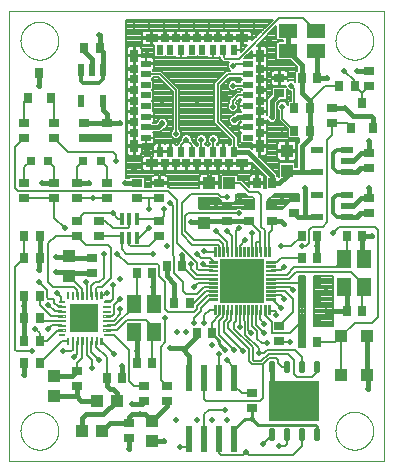
<source format=gtl>
G75*
%MOIN*%
%OFA0B0*%
%FSLAX25Y25*%
%IPPOS*%
%LPD*%
%AMOC8*
5,1,8,0,0,1.08239X$1,22.5*
%
%ADD10C,0.00000*%
%ADD11R,0.03307X0.01969*%
%ADD12R,0.01969X0.03307*%
%ADD13R,0.02559X0.04331*%
%ADD14R,0.02559X0.02559*%
%ADD15R,0.04331X0.02559*%
%ADD16R,0.09646X0.09646*%
%ADD17C,0.00433*%
%ADD18C,0.00520*%
%ADD19C,0.00197*%
%ADD20R,0.14567X0.14567*%
%ADD21R,0.02362X0.08661*%
%ADD22R,0.03937X0.02165*%
%ADD23R,0.02165X0.03937*%
%ADD24R,0.04331X0.03937*%
%ADD25R,0.02756X0.03543*%
%ADD26R,0.03543X0.02756*%
%ADD27R,0.03937X0.04331*%
%ADD28R,0.04724X0.05906*%
%ADD29R,0.03150X0.03150*%
%ADD30C,0.01213*%
%ADD31R,0.16929X0.13386*%
%ADD32R,0.03150X0.03543*%
%ADD33R,0.01181X0.03898*%
%ADD34R,0.05906X0.04724*%
%ADD35R,0.03937X0.03937*%
%ADD36C,0.01600*%
%ADD37C,0.01969*%
%ADD38C,0.00800*%
%ADD39C,0.01200*%
%ADD40C,0.00600*%
%ADD41C,0.01000*%
D10*
X0031033Y0023661D02*
X0031033Y0173661D01*
X0156033Y0173661D01*
X0156033Y0023661D01*
X0031033Y0023661D01*
X0034734Y0033661D02*
X0034736Y0033819D01*
X0034742Y0033977D01*
X0034752Y0034135D01*
X0034766Y0034293D01*
X0034784Y0034450D01*
X0034805Y0034607D01*
X0034831Y0034763D01*
X0034861Y0034919D01*
X0034894Y0035074D01*
X0034932Y0035227D01*
X0034973Y0035380D01*
X0035018Y0035532D01*
X0035067Y0035683D01*
X0035120Y0035832D01*
X0035176Y0035980D01*
X0035236Y0036126D01*
X0035300Y0036271D01*
X0035368Y0036414D01*
X0035439Y0036556D01*
X0035513Y0036696D01*
X0035591Y0036833D01*
X0035673Y0036969D01*
X0035757Y0037103D01*
X0035846Y0037234D01*
X0035937Y0037363D01*
X0036032Y0037490D01*
X0036129Y0037615D01*
X0036230Y0037737D01*
X0036334Y0037856D01*
X0036441Y0037973D01*
X0036551Y0038087D01*
X0036664Y0038198D01*
X0036779Y0038307D01*
X0036897Y0038412D01*
X0037018Y0038514D01*
X0037141Y0038614D01*
X0037267Y0038710D01*
X0037395Y0038803D01*
X0037525Y0038893D01*
X0037658Y0038979D01*
X0037793Y0039063D01*
X0037929Y0039142D01*
X0038068Y0039219D01*
X0038209Y0039291D01*
X0038351Y0039361D01*
X0038495Y0039426D01*
X0038641Y0039488D01*
X0038788Y0039546D01*
X0038937Y0039601D01*
X0039087Y0039652D01*
X0039238Y0039699D01*
X0039390Y0039742D01*
X0039543Y0039781D01*
X0039698Y0039817D01*
X0039853Y0039848D01*
X0040009Y0039876D01*
X0040165Y0039900D01*
X0040322Y0039920D01*
X0040480Y0039936D01*
X0040637Y0039948D01*
X0040796Y0039956D01*
X0040954Y0039960D01*
X0041112Y0039960D01*
X0041270Y0039956D01*
X0041429Y0039948D01*
X0041586Y0039936D01*
X0041744Y0039920D01*
X0041901Y0039900D01*
X0042057Y0039876D01*
X0042213Y0039848D01*
X0042368Y0039817D01*
X0042523Y0039781D01*
X0042676Y0039742D01*
X0042828Y0039699D01*
X0042979Y0039652D01*
X0043129Y0039601D01*
X0043278Y0039546D01*
X0043425Y0039488D01*
X0043571Y0039426D01*
X0043715Y0039361D01*
X0043857Y0039291D01*
X0043998Y0039219D01*
X0044137Y0039142D01*
X0044273Y0039063D01*
X0044408Y0038979D01*
X0044541Y0038893D01*
X0044671Y0038803D01*
X0044799Y0038710D01*
X0044925Y0038614D01*
X0045048Y0038514D01*
X0045169Y0038412D01*
X0045287Y0038307D01*
X0045402Y0038198D01*
X0045515Y0038087D01*
X0045625Y0037973D01*
X0045732Y0037856D01*
X0045836Y0037737D01*
X0045937Y0037615D01*
X0046034Y0037490D01*
X0046129Y0037363D01*
X0046220Y0037234D01*
X0046309Y0037103D01*
X0046393Y0036969D01*
X0046475Y0036833D01*
X0046553Y0036696D01*
X0046627Y0036556D01*
X0046698Y0036414D01*
X0046766Y0036271D01*
X0046830Y0036126D01*
X0046890Y0035980D01*
X0046946Y0035832D01*
X0046999Y0035683D01*
X0047048Y0035532D01*
X0047093Y0035380D01*
X0047134Y0035227D01*
X0047172Y0035074D01*
X0047205Y0034919D01*
X0047235Y0034763D01*
X0047261Y0034607D01*
X0047282Y0034450D01*
X0047300Y0034293D01*
X0047314Y0034135D01*
X0047324Y0033977D01*
X0047330Y0033819D01*
X0047332Y0033661D01*
X0047330Y0033503D01*
X0047324Y0033345D01*
X0047314Y0033187D01*
X0047300Y0033029D01*
X0047282Y0032872D01*
X0047261Y0032715D01*
X0047235Y0032559D01*
X0047205Y0032403D01*
X0047172Y0032248D01*
X0047134Y0032095D01*
X0047093Y0031942D01*
X0047048Y0031790D01*
X0046999Y0031639D01*
X0046946Y0031490D01*
X0046890Y0031342D01*
X0046830Y0031196D01*
X0046766Y0031051D01*
X0046698Y0030908D01*
X0046627Y0030766D01*
X0046553Y0030626D01*
X0046475Y0030489D01*
X0046393Y0030353D01*
X0046309Y0030219D01*
X0046220Y0030088D01*
X0046129Y0029959D01*
X0046034Y0029832D01*
X0045937Y0029707D01*
X0045836Y0029585D01*
X0045732Y0029466D01*
X0045625Y0029349D01*
X0045515Y0029235D01*
X0045402Y0029124D01*
X0045287Y0029015D01*
X0045169Y0028910D01*
X0045048Y0028808D01*
X0044925Y0028708D01*
X0044799Y0028612D01*
X0044671Y0028519D01*
X0044541Y0028429D01*
X0044408Y0028343D01*
X0044273Y0028259D01*
X0044137Y0028180D01*
X0043998Y0028103D01*
X0043857Y0028031D01*
X0043715Y0027961D01*
X0043571Y0027896D01*
X0043425Y0027834D01*
X0043278Y0027776D01*
X0043129Y0027721D01*
X0042979Y0027670D01*
X0042828Y0027623D01*
X0042676Y0027580D01*
X0042523Y0027541D01*
X0042368Y0027505D01*
X0042213Y0027474D01*
X0042057Y0027446D01*
X0041901Y0027422D01*
X0041744Y0027402D01*
X0041586Y0027386D01*
X0041429Y0027374D01*
X0041270Y0027366D01*
X0041112Y0027362D01*
X0040954Y0027362D01*
X0040796Y0027366D01*
X0040637Y0027374D01*
X0040480Y0027386D01*
X0040322Y0027402D01*
X0040165Y0027422D01*
X0040009Y0027446D01*
X0039853Y0027474D01*
X0039698Y0027505D01*
X0039543Y0027541D01*
X0039390Y0027580D01*
X0039238Y0027623D01*
X0039087Y0027670D01*
X0038937Y0027721D01*
X0038788Y0027776D01*
X0038641Y0027834D01*
X0038495Y0027896D01*
X0038351Y0027961D01*
X0038209Y0028031D01*
X0038068Y0028103D01*
X0037929Y0028180D01*
X0037793Y0028259D01*
X0037658Y0028343D01*
X0037525Y0028429D01*
X0037395Y0028519D01*
X0037267Y0028612D01*
X0037141Y0028708D01*
X0037018Y0028808D01*
X0036897Y0028910D01*
X0036779Y0029015D01*
X0036664Y0029124D01*
X0036551Y0029235D01*
X0036441Y0029349D01*
X0036334Y0029466D01*
X0036230Y0029585D01*
X0036129Y0029707D01*
X0036032Y0029832D01*
X0035937Y0029959D01*
X0035846Y0030088D01*
X0035757Y0030219D01*
X0035673Y0030353D01*
X0035591Y0030489D01*
X0035513Y0030626D01*
X0035439Y0030766D01*
X0035368Y0030908D01*
X0035300Y0031051D01*
X0035236Y0031196D01*
X0035176Y0031342D01*
X0035120Y0031490D01*
X0035067Y0031639D01*
X0035018Y0031790D01*
X0034973Y0031942D01*
X0034932Y0032095D01*
X0034894Y0032248D01*
X0034861Y0032403D01*
X0034831Y0032559D01*
X0034805Y0032715D01*
X0034784Y0032872D01*
X0034766Y0033029D01*
X0034752Y0033187D01*
X0034742Y0033345D01*
X0034736Y0033503D01*
X0034734Y0033661D01*
X0139734Y0033661D02*
X0139736Y0033819D01*
X0139742Y0033977D01*
X0139752Y0034135D01*
X0139766Y0034293D01*
X0139784Y0034450D01*
X0139805Y0034607D01*
X0139831Y0034763D01*
X0139861Y0034919D01*
X0139894Y0035074D01*
X0139932Y0035227D01*
X0139973Y0035380D01*
X0140018Y0035532D01*
X0140067Y0035683D01*
X0140120Y0035832D01*
X0140176Y0035980D01*
X0140236Y0036126D01*
X0140300Y0036271D01*
X0140368Y0036414D01*
X0140439Y0036556D01*
X0140513Y0036696D01*
X0140591Y0036833D01*
X0140673Y0036969D01*
X0140757Y0037103D01*
X0140846Y0037234D01*
X0140937Y0037363D01*
X0141032Y0037490D01*
X0141129Y0037615D01*
X0141230Y0037737D01*
X0141334Y0037856D01*
X0141441Y0037973D01*
X0141551Y0038087D01*
X0141664Y0038198D01*
X0141779Y0038307D01*
X0141897Y0038412D01*
X0142018Y0038514D01*
X0142141Y0038614D01*
X0142267Y0038710D01*
X0142395Y0038803D01*
X0142525Y0038893D01*
X0142658Y0038979D01*
X0142793Y0039063D01*
X0142929Y0039142D01*
X0143068Y0039219D01*
X0143209Y0039291D01*
X0143351Y0039361D01*
X0143495Y0039426D01*
X0143641Y0039488D01*
X0143788Y0039546D01*
X0143937Y0039601D01*
X0144087Y0039652D01*
X0144238Y0039699D01*
X0144390Y0039742D01*
X0144543Y0039781D01*
X0144698Y0039817D01*
X0144853Y0039848D01*
X0145009Y0039876D01*
X0145165Y0039900D01*
X0145322Y0039920D01*
X0145480Y0039936D01*
X0145637Y0039948D01*
X0145796Y0039956D01*
X0145954Y0039960D01*
X0146112Y0039960D01*
X0146270Y0039956D01*
X0146429Y0039948D01*
X0146586Y0039936D01*
X0146744Y0039920D01*
X0146901Y0039900D01*
X0147057Y0039876D01*
X0147213Y0039848D01*
X0147368Y0039817D01*
X0147523Y0039781D01*
X0147676Y0039742D01*
X0147828Y0039699D01*
X0147979Y0039652D01*
X0148129Y0039601D01*
X0148278Y0039546D01*
X0148425Y0039488D01*
X0148571Y0039426D01*
X0148715Y0039361D01*
X0148857Y0039291D01*
X0148998Y0039219D01*
X0149137Y0039142D01*
X0149273Y0039063D01*
X0149408Y0038979D01*
X0149541Y0038893D01*
X0149671Y0038803D01*
X0149799Y0038710D01*
X0149925Y0038614D01*
X0150048Y0038514D01*
X0150169Y0038412D01*
X0150287Y0038307D01*
X0150402Y0038198D01*
X0150515Y0038087D01*
X0150625Y0037973D01*
X0150732Y0037856D01*
X0150836Y0037737D01*
X0150937Y0037615D01*
X0151034Y0037490D01*
X0151129Y0037363D01*
X0151220Y0037234D01*
X0151309Y0037103D01*
X0151393Y0036969D01*
X0151475Y0036833D01*
X0151553Y0036696D01*
X0151627Y0036556D01*
X0151698Y0036414D01*
X0151766Y0036271D01*
X0151830Y0036126D01*
X0151890Y0035980D01*
X0151946Y0035832D01*
X0151999Y0035683D01*
X0152048Y0035532D01*
X0152093Y0035380D01*
X0152134Y0035227D01*
X0152172Y0035074D01*
X0152205Y0034919D01*
X0152235Y0034763D01*
X0152261Y0034607D01*
X0152282Y0034450D01*
X0152300Y0034293D01*
X0152314Y0034135D01*
X0152324Y0033977D01*
X0152330Y0033819D01*
X0152332Y0033661D01*
X0152330Y0033503D01*
X0152324Y0033345D01*
X0152314Y0033187D01*
X0152300Y0033029D01*
X0152282Y0032872D01*
X0152261Y0032715D01*
X0152235Y0032559D01*
X0152205Y0032403D01*
X0152172Y0032248D01*
X0152134Y0032095D01*
X0152093Y0031942D01*
X0152048Y0031790D01*
X0151999Y0031639D01*
X0151946Y0031490D01*
X0151890Y0031342D01*
X0151830Y0031196D01*
X0151766Y0031051D01*
X0151698Y0030908D01*
X0151627Y0030766D01*
X0151553Y0030626D01*
X0151475Y0030489D01*
X0151393Y0030353D01*
X0151309Y0030219D01*
X0151220Y0030088D01*
X0151129Y0029959D01*
X0151034Y0029832D01*
X0150937Y0029707D01*
X0150836Y0029585D01*
X0150732Y0029466D01*
X0150625Y0029349D01*
X0150515Y0029235D01*
X0150402Y0029124D01*
X0150287Y0029015D01*
X0150169Y0028910D01*
X0150048Y0028808D01*
X0149925Y0028708D01*
X0149799Y0028612D01*
X0149671Y0028519D01*
X0149541Y0028429D01*
X0149408Y0028343D01*
X0149273Y0028259D01*
X0149137Y0028180D01*
X0148998Y0028103D01*
X0148857Y0028031D01*
X0148715Y0027961D01*
X0148571Y0027896D01*
X0148425Y0027834D01*
X0148278Y0027776D01*
X0148129Y0027721D01*
X0147979Y0027670D01*
X0147828Y0027623D01*
X0147676Y0027580D01*
X0147523Y0027541D01*
X0147368Y0027505D01*
X0147213Y0027474D01*
X0147057Y0027446D01*
X0146901Y0027422D01*
X0146744Y0027402D01*
X0146586Y0027386D01*
X0146429Y0027374D01*
X0146270Y0027366D01*
X0146112Y0027362D01*
X0145954Y0027362D01*
X0145796Y0027366D01*
X0145637Y0027374D01*
X0145480Y0027386D01*
X0145322Y0027402D01*
X0145165Y0027422D01*
X0145009Y0027446D01*
X0144853Y0027474D01*
X0144698Y0027505D01*
X0144543Y0027541D01*
X0144390Y0027580D01*
X0144238Y0027623D01*
X0144087Y0027670D01*
X0143937Y0027721D01*
X0143788Y0027776D01*
X0143641Y0027834D01*
X0143495Y0027896D01*
X0143351Y0027961D01*
X0143209Y0028031D01*
X0143068Y0028103D01*
X0142929Y0028180D01*
X0142793Y0028259D01*
X0142658Y0028343D01*
X0142525Y0028429D01*
X0142395Y0028519D01*
X0142267Y0028612D01*
X0142141Y0028708D01*
X0142018Y0028808D01*
X0141897Y0028910D01*
X0141779Y0029015D01*
X0141664Y0029124D01*
X0141551Y0029235D01*
X0141441Y0029349D01*
X0141334Y0029466D01*
X0141230Y0029585D01*
X0141129Y0029707D01*
X0141032Y0029832D01*
X0140937Y0029959D01*
X0140846Y0030088D01*
X0140757Y0030219D01*
X0140673Y0030353D01*
X0140591Y0030489D01*
X0140513Y0030626D01*
X0140439Y0030766D01*
X0140368Y0030908D01*
X0140300Y0031051D01*
X0140236Y0031196D01*
X0140176Y0031342D01*
X0140120Y0031490D01*
X0140067Y0031639D01*
X0140018Y0031790D01*
X0139973Y0031942D01*
X0139932Y0032095D01*
X0139894Y0032248D01*
X0139861Y0032403D01*
X0139831Y0032559D01*
X0139805Y0032715D01*
X0139784Y0032872D01*
X0139766Y0033029D01*
X0139752Y0033187D01*
X0139742Y0033345D01*
X0139736Y0033503D01*
X0139734Y0033661D01*
X0139734Y0163661D02*
X0139736Y0163819D01*
X0139742Y0163977D01*
X0139752Y0164135D01*
X0139766Y0164293D01*
X0139784Y0164450D01*
X0139805Y0164607D01*
X0139831Y0164763D01*
X0139861Y0164919D01*
X0139894Y0165074D01*
X0139932Y0165227D01*
X0139973Y0165380D01*
X0140018Y0165532D01*
X0140067Y0165683D01*
X0140120Y0165832D01*
X0140176Y0165980D01*
X0140236Y0166126D01*
X0140300Y0166271D01*
X0140368Y0166414D01*
X0140439Y0166556D01*
X0140513Y0166696D01*
X0140591Y0166833D01*
X0140673Y0166969D01*
X0140757Y0167103D01*
X0140846Y0167234D01*
X0140937Y0167363D01*
X0141032Y0167490D01*
X0141129Y0167615D01*
X0141230Y0167737D01*
X0141334Y0167856D01*
X0141441Y0167973D01*
X0141551Y0168087D01*
X0141664Y0168198D01*
X0141779Y0168307D01*
X0141897Y0168412D01*
X0142018Y0168514D01*
X0142141Y0168614D01*
X0142267Y0168710D01*
X0142395Y0168803D01*
X0142525Y0168893D01*
X0142658Y0168979D01*
X0142793Y0169063D01*
X0142929Y0169142D01*
X0143068Y0169219D01*
X0143209Y0169291D01*
X0143351Y0169361D01*
X0143495Y0169426D01*
X0143641Y0169488D01*
X0143788Y0169546D01*
X0143937Y0169601D01*
X0144087Y0169652D01*
X0144238Y0169699D01*
X0144390Y0169742D01*
X0144543Y0169781D01*
X0144698Y0169817D01*
X0144853Y0169848D01*
X0145009Y0169876D01*
X0145165Y0169900D01*
X0145322Y0169920D01*
X0145480Y0169936D01*
X0145637Y0169948D01*
X0145796Y0169956D01*
X0145954Y0169960D01*
X0146112Y0169960D01*
X0146270Y0169956D01*
X0146429Y0169948D01*
X0146586Y0169936D01*
X0146744Y0169920D01*
X0146901Y0169900D01*
X0147057Y0169876D01*
X0147213Y0169848D01*
X0147368Y0169817D01*
X0147523Y0169781D01*
X0147676Y0169742D01*
X0147828Y0169699D01*
X0147979Y0169652D01*
X0148129Y0169601D01*
X0148278Y0169546D01*
X0148425Y0169488D01*
X0148571Y0169426D01*
X0148715Y0169361D01*
X0148857Y0169291D01*
X0148998Y0169219D01*
X0149137Y0169142D01*
X0149273Y0169063D01*
X0149408Y0168979D01*
X0149541Y0168893D01*
X0149671Y0168803D01*
X0149799Y0168710D01*
X0149925Y0168614D01*
X0150048Y0168514D01*
X0150169Y0168412D01*
X0150287Y0168307D01*
X0150402Y0168198D01*
X0150515Y0168087D01*
X0150625Y0167973D01*
X0150732Y0167856D01*
X0150836Y0167737D01*
X0150937Y0167615D01*
X0151034Y0167490D01*
X0151129Y0167363D01*
X0151220Y0167234D01*
X0151309Y0167103D01*
X0151393Y0166969D01*
X0151475Y0166833D01*
X0151553Y0166696D01*
X0151627Y0166556D01*
X0151698Y0166414D01*
X0151766Y0166271D01*
X0151830Y0166126D01*
X0151890Y0165980D01*
X0151946Y0165832D01*
X0151999Y0165683D01*
X0152048Y0165532D01*
X0152093Y0165380D01*
X0152134Y0165227D01*
X0152172Y0165074D01*
X0152205Y0164919D01*
X0152235Y0164763D01*
X0152261Y0164607D01*
X0152282Y0164450D01*
X0152300Y0164293D01*
X0152314Y0164135D01*
X0152324Y0163977D01*
X0152330Y0163819D01*
X0152332Y0163661D01*
X0152330Y0163503D01*
X0152324Y0163345D01*
X0152314Y0163187D01*
X0152300Y0163029D01*
X0152282Y0162872D01*
X0152261Y0162715D01*
X0152235Y0162559D01*
X0152205Y0162403D01*
X0152172Y0162248D01*
X0152134Y0162095D01*
X0152093Y0161942D01*
X0152048Y0161790D01*
X0151999Y0161639D01*
X0151946Y0161490D01*
X0151890Y0161342D01*
X0151830Y0161196D01*
X0151766Y0161051D01*
X0151698Y0160908D01*
X0151627Y0160766D01*
X0151553Y0160626D01*
X0151475Y0160489D01*
X0151393Y0160353D01*
X0151309Y0160219D01*
X0151220Y0160088D01*
X0151129Y0159959D01*
X0151034Y0159832D01*
X0150937Y0159707D01*
X0150836Y0159585D01*
X0150732Y0159466D01*
X0150625Y0159349D01*
X0150515Y0159235D01*
X0150402Y0159124D01*
X0150287Y0159015D01*
X0150169Y0158910D01*
X0150048Y0158808D01*
X0149925Y0158708D01*
X0149799Y0158612D01*
X0149671Y0158519D01*
X0149541Y0158429D01*
X0149408Y0158343D01*
X0149273Y0158259D01*
X0149137Y0158180D01*
X0148998Y0158103D01*
X0148857Y0158031D01*
X0148715Y0157961D01*
X0148571Y0157896D01*
X0148425Y0157834D01*
X0148278Y0157776D01*
X0148129Y0157721D01*
X0147979Y0157670D01*
X0147828Y0157623D01*
X0147676Y0157580D01*
X0147523Y0157541D01*
X0147368Y0157505D01*
X0147213Y0157474D01*
X0147057Y0157446D01*
X0146901Y0157422D01*
X0146744Y0157402D01*
X0146586Y0157386D01*
X0146429Y0157374D01*
X0146270Y0157366D01*
X0146112Y0157362D01*
X0145954Y0157362D01*
X0145796Y0157366D01*
X0145637Y0157374D01*
X0145480Y0157386D01*
X0145322Y0157402D01*
X0145165Y0157422D01*
X0145009Y0157446D01*
X0144853Y0157474D01*
X0144698Y0157505D01*
X0144543Y0157541D01*
X0144390Y0157580D01*
X0144238Y0157623D01*
X0144087Y0157670D01*
X0143937Y0157721D01*
X0143788Y0157776D01*
X0143641Y0157834D01*
X0143495Y0157896D01*
X0143351Y0157961D01*
X0143209Y0158031D01*
X0143068Y0158103D01*
X0142929Y0158180D01*
X0142793Y0158259D01*
X0142658Y0158343D01*
X0142525Y0158429D01*
X0142395Y0158519D01*
X0142267Y0158612D01*
X0142141Y0158708D01*
X0142018Y0158808D01*
X0141897Y0158910D01*
X0141779Y0159015D01*
X0141664Y0159124D01*
X0141551Y0159235D01*
X0141441Y0159349D01*
X0141334Y0159466D01*
X0141230Y0159585D01*
X0141129Y0159707D01*
X0141032Y0159832D01*
X0140937Y0159959D01*
X0140846Y0160088D01*
X0140757Y0160219D01*
X0140673Y0160353D01*
X0140591Y0160489D01*
X0140513Y0160626D01*
X0140439Y0160766D01*
X0140368Y0160908D01*
X0140300Y0161051D01*
X0140236Y0161196D01*
X0140176Y0161342D01*
X0140120Y0161490D01*
X0140067Y0161639D01*
X0140018Y0161790D01*
X0139973Y0161942D01*
X0139932Y0162095D01*
X0139894Y0162248D01*
X0139861Y0162403D01*
X0139831Y0162559D01*
X0139805Y0162715D01*
X0139784Y0162872D01*
X0139766Y0163029D01*
X0139752Y0163187D01*
X0139742Y0163345D01*
X0139736Y0163503D01*
X0139734Y0163661D01*
X0034734Y0163661D02*
X0034736Y0163819D01*
X0034742Y0163977D01*
X0034752Y0164135D01*
X0034766Y0164293D01*
X0034784Y0164450D01*
X0034805Y0164607D01*
X0034831Y0164763D01*
X0034861Y0164919D01*
X0034894Y0165074D01*
X0034932Y0165227D01*
X0034973Y0165380D01*
X0035018Y0165532D01*
X0035067Y0165683D01*
X0035120Y0165832D01*
X0035176Y0165980D01*
X0035236Y0166126D01*
X0035300Y0166271D01*
X0035368Y0166414D01*
X0035439Y0166556D01*
X0035513Y0166696D01*
X0035591Y0166833D01*
X0035673Y0166969D01*
X0035757Y0167103D01*
X0035846Y0167234D01*
X0035937Y0167363D01*
X0036032Y0167490D01*
X0036129Y0167615D01*
X0036230Y0167737D01*
X0036334Y0167856D01*
X0036441Y0167973D01*
X0036551Y0168087D01*
X0036664Y0168198D01*
X0036779Y0168307D01*
X0036897Y0168412D01*
X0037018Y0168514D01*
X0037141Y0168614D01*
X0037267Y0168710D01*
X0037395Y0168803D01*
X0037525Y0168893D01*
X0037658Y0168979D01*
X0037793Y0169063D01*
X0037929Y0169142D01*
X0038068Y0169219D01*
X0038209Y0169291D01*
X0038351Y0169361D01*
X0038495Y0169426D01*
X0038641Y0169488D01*
X0038788Y0169546D01*
X0038937Y0169601D01*
X0039087Y0169652D01*
X0039238Y0169699D01*
X0039390Y0169742D01*
X0039543Y0169781D01*
X0039698Y0169817D01*
X0039853Y0169848D01*
X0040009Y0169876D01*
X0040165Y0169900D01*
X0040322Y0169920D01*
X0040480Y0169936D01*
X0040637Y0169948D01*
X0040796Y0169956D01*
X0040954Y0169960D01*
X0041112Y0169960D01*
X0041270Y0169956D01*
X0041429Y0169948D01*
X0041586Y0169936D01*
X0041744Y0169920D01*
X0041901Y0169900D01*
X0042057Y0169876D01*
X0042213Y0169848D01*
X0042368Y0169817D01*
X0042523Y0169781D01*
X0042676Y0169742D01*
X0042828Y0169699D01*
X0042979Y0169652D01*
X0043129Y0169601D01*
X0043278Y0169546D01*
X0043425Y0169488D01*
X0043571Y0169426D01*
X0043715Y0169361D01*
X0043857Y0169291D01*
X0043998Y0169219D01*
X0044137Y0169142D01*
X0044273Y0169063D01*
X0044408Y0168979D01*
X0044541Y0168893D01*
X0044671Y0168803D01*
X0044799Y0168710D01*
X0044925Y0168614D01*
X0045048Y0168514D01*
X0045169Y0168412D01*
X0045287Y0168307D01*
X0045402Y0168198D01*
X0045515Y0168087D01*
X0045625Y0167973D01*
X0045732Y0167856D01*
X0045836Y0167737D01*
X0045937Y0167615D01*
X0046034Y0167490D01*
X0046129Y0167363D01*
X0046220Y0167234D01*
X0046309Y0167103D01*
X0046393Y0166969D01*
X0046475Y0166833D01*
X0046553Y0166696D01*
X0046627Y0166556D01*
X0046698Y0166414D01*
X0046766Y0166271D01*
X0046830Y0166126D01*
X0046890Y0165980D01*
X0046946Y0165832D01*
X0046999Y0165683D01*
X0047048Y0165532D01*
X0047093Y0165380D01*
X0047134Y0165227D01*
X0047172Y0165074D01*
X0047205Y0164919D01*
X0047235Y0164763D01*
X0047261Y0164607D01*
X0047282Y0164450D01*
X0047300Y0164293D01*
X0047314Y0164135D01*
X0047324Y0163977D01*
X0047330Y0163819D01*
X0047332Y0163661D01*
X0047330Y0163503D01*
X0047324Y0163345D01*
X0047314Y0163187D01*
X0047300Y0163029D01*
X0047282Y0162872D01*
X0047261Y0162715D01*
X0047235Y0162559D01*
X0047205Y0162403D01*
X0047172Y0162248D01*
X0047134Y0162095D01*
X0047093Y0161942D01*
X0047048Y0161790D01*
X0046999Y0161639D01*
X0046946Y0161490D01*
X0046890Y0161342D01*
X0046830Y0161196D01*
X0046766Y0161051D01*
X0046698Y0160908D01*
X0046627Y0160766D01*
X0046553Y0160626D01*
X0046475Y0160489D01*
X0046393Y0160353D01*
X0046309Y0160219D01*
X0046220Y0160088D01*
X0046129Y0159959D01*
X0046034Y0159832D01*
X0045937Y0159707D01*
X0045836Y0159585D01*
X0045732Y0159466D01*
X0045625Y0159349D01*
X0045515Y0159235D01*
X0045402Y0159124D01*
X0045287Y0159015D01*
X0045169Y0158910D01*
X0045048Y0158808D01*
X0044925Y0158708D01*
X0044799Y0158612D01*
X0044671Y0158519D01*
X0044541Y0158429D01*
X0044408Y0158343D01*
X0044273Y0158259D01*
X0044137Y0158180D01*
X0043998Y0158103D01*
X0043857Y0158031D01*
X0043715Y0157961D01*
X0043571Y0157896D01*
X0043425Y0157834D01*
X0043278Y0157776D01*
X0043129Y0157721D01*
X0042979Y0157670D01*
X0042828Y0157623D01*
X0042676Y0157580D01*
X0042523Y0157541D01*
X0042368Y0157505D01*
X0042213Y0157474D01*
X0042057Y0157446D01*
X0041901Y0157422D01*
X0041744Y0157402D01*
X0041586Y0157386D01*
X0041429Y0157374D01*
X0041270Y0157366D01*
X0041112Y0157362D01*
X0040954Y0157362D01*
X0040796Y0157366D01*
X0040637Y0157374D01*
X0040480Y0157386D01*
X0040322Y0157402D01*
X0040165Y0157422D01*
X0040009Y0157446D01*
X0039853Y0157474D01*
X0039698Y0157505D01*
X0039543Y0157541D01*
X0039390Y0157580D01*
X0039238Y0157623D01*
X0039087Y0157670D01*
X0038937Y0157721D01*
X0038788Y0157776D01*
X0038641Y0157834D01*
X0038495Y0157896D01*
X0038351Y0157961D01*
X0038209Y0158031D01*
X0038068Y0158103D01*
X0037929Y0158180D01*
X0037793Y0158259D01*
X0037658Y0158343D01*
X0037525Y0158429D01*
X0037395Y0158519D01*
X0037267Y0158612D01*
X0037141Y0158708D01*
X0037018Y0158808D01*
X0036897Y0158910D01*
X0036779Y0159015D01*
X0036664Y0159124D01*
X0036551Y0159235D01*
X0036441Y0159349D01*
X0036334Y0159466D01*
X0036230Y0159585D01*
X0036129Y0159707D01*
X0036032Y0159832D01*
X0035937Y0159959D01*
X0035846Y0160088D01*
X0035757Y0160219D01*
X0035673Y0160353D01*
X0035591Y0160489D01*
X0035513Y0160626D01*
X0035439Y0160766D01*
X0035368Y0160908D01*
X0035300Y0161051D01*
X0035236Y0161196D01*
X0035176Y0161342D01*
X0035120Y0161490D01*
X0035067Y0161639D01*
X0035018Y0161790D01*
X0034973Y0161942D01*
X0034932Y0162095D01*
X0034894Y0162248D01*
X0034861Y0162403D01*
X0034831Y0162559D01*
X0034805Y0162715D01*
X0034784Y0162872D01*
X0034766Y0163029D01*
X0034752Y0163187D01*
X0034742Y0163345D01*
X0034736Y0163503D01*
X0034734Y0163661D01*
D11*
X0076564Y0156063D03*
X0076564Y0152519D03*
X0076564Y0148976D03*
X0076564Y0145433D03*
X0076564Y0141889D03*
X0076564Y0138346D03*
X0076564Y0134803D03*
X0076564Y0131259D03*
X0110501Y0131259D03*
X0110501Y0134803D03*
X0110501Y0138346D03*
X0110501Y0141889D03*
X0110501Y0145433D03*
X0110501Y0148976D03*
X0110501Y0152519D03*
X0110501Y0156063D03*
D12*
X0105934Y0160629D03*
X0102391Y0160629D03*
X0098848Y0160629D03*
X0095304Y0160629D03*
X0091761Y0160629D03*
X0088218Y0160629D03*
X0084675Y0160629D03*
X0081131Y0160629D03*
X0081131Y0126692D03*
X0084675Y0126692D03*
X0088218Y0126692D03*
X0091761Y0126692D03*
X0095304Y0126692D03*
X0098848Y0126692D03*
X0102391Y0126692D03*
X0105934Y0126692D03*
D13*
X0114419Y0128602D03*
X0114419Y0158720D03*
X0072647Y0158720D03*
X0072647Y0128602D03*
D14*
X0072647Y0133031D03*
X0072647Y0136574D03*
X0072647Y0140118D03*
X0072647Y0143661D03*
X0072647Y0147204D03*
X0072647Y0150748D03*
X0072647Y0154291D03*
X0082903Y0164547D03*
X0086446Y0164547D03*
X0089989Y0164547D03*
X0093533Y0164547D03*
X0097076Y0164547D03*
X0100619Y0164547D03*
X0104163Y0164547D03*
X0114419Y0154291D03*
X0114419Y0150748D03*
X0114419Y0147204D03*
X0114419Y0143661D03*
X0114419Y0140118D03*
X0114419Y0136574D03*
X0114419Y0133031D03*
X0104163Y0122775D03*
X0100619Y0122775D03*
X0097076Y0122775D03*
X0093533Y0122775D03*
X0089989Y0122775D03*
X0086446Y0122775D03*
X0082903Y0122775D03*
D15*
X0078474Y0122775D03*
X0108592Y0122775D03*
X0108592Y0164547D03*
X0078474Y0164547D03*
D16*
X0056033Y0071161D03*
D17*
X0056603Y0077479D02*
X0056603Y0079803D01*
X0057037Y0079803D01*
X0057037Y0077479D01*
X0056603Y0077479D01*
X0056603Y0077911D02*
X0057037Y0077911D01*
X0057037Y0078343D02*
X0056603Y0078343D01*
X0056603Y0078775D02*
X0057037Y0078775D01*
X0057037Y0079207D02*
X0056603Y0079207D01*
X0056603Y0079639D02*
X0057037Y0079639D01*
X0058178Y0079803D02*
X0058178Y0077479D01*
X0058178Y0079803D02*
X0058612Y0079803D01*
X0058612Y0077479D01*
X0058178Y0077479D01*
X0058178Y0077911D02*
X0058612Y0077911D01*
X0058612Y0078343D02*
X0058178Y0078343D01*
X0058178Y0078775D02*
X0058612Y0078775D01*
X0058612Y0079207D02*
X0058178Y0079207D01*
X0058178Y0079639D02*
X0058612Y0079639D01*
X0059753Y0079803D02*
X0059753Y0077479D01*
X0059753Y0079803D02*
X0060187Y0079803D01*
X0060187Y0077479D01*
X0059753Y0077479D01*
X0059753Y0077911D02*
X0060187Y0077911D01*
X0060187Y0078343D02*
X0059753Y0078343D01*
X0059753Y0078775D02*
X0060187Y0078775D01*
X0060187Y0079207D02*
X0059753Y0079207D01*
X0059753Y0079639D02*
X0060187Y0079639D01*
X0062312Y0075315D02*
X0064636Y0075315D01*
X0064636Y0074881D01*
X0062312Y0074881D01*
X0062312Y0075315D01*
X0062312Y0075313D02*
X0064636Y0075313D01*
X0064636Y0073740D02*
X0062312Y0073740D01*
X0064636Y0073740D02*
X0064636Y0073306D01*
X0062312Y0073306D01*
X0062312Y0073740D01*
X0062312Y0073738D02*
X0064636Y0073738D01*
X0064636Y0072165D02*
X0062312Y0072165D01*
X0064636Y0072165D02*
X0064636Y0071731D01*
X0062312Y0071731D01*
X0062312Y0072165D01*
X0062312Y0072163D02*
X0064636Y0072163D01*
X0064636Y0070591D02*
X0062312Y0070591D01*
X0064636Y0070591D02*
X0064636Y0070157D01*
X0062312Y0070157D01*
X0062312Y0070591D01*
X0062312Y0070589D02*
X0064636Y0070589D01*
X0064636Y0069016D02*
X0062312Y0069016D01*
X0064636Y0069016D02*
X0064636Y0068582D01*
X0062312Y0068582D01*
X0062312Y0069016D01*
X0062312Y0069014D02*
X0064636Y0069014D01*
X0064636Y0067441D02*
X0062312Y0067441D01*
X0064636Y0067441D02*
X0064636Y0067007D01*
X0062312Y0067007D01*
X0062312Y0067441D01*
X0062312Y0067439D02*
X0064636Y0067439D01*
X0064596Y0065866D02*
X0062666Y0065866D01*
X0064596Y0065866D02*
X0064596Y0065432D01*
X0062666Y0065432D01*
X0062666Y0065866D01*
X0062666Y0065864D02*
X0064596Y0065864D01*
X0061762Y0064449D02*
X0061762Y0062519D01*
X0061328Y0062519D01*
X0061328Y0064449D01*
X0061762Y0064449D01*
X0061762Y0062951D02*
X0061328Y0062951D01*
X0061328Y0063383D02*
X0061762Y0063383D01*
X0061762Y0063815D02*
X0061328Y0063815D01*
X0061328Y0064247D02*
X0061762Y0064247D01*
X0060187Y0064843D02*
X0060187Y0062519D01*
X0059753Y0062519D01*
X0059753Y0064843D01*
X0060187Y0064843D01*
X0060187Y0062951D02*
X0059753Y0062951D01*
X0059753Y0063383D02*
X0060187Y0063383D01*
X0060187Y0063815D02*
X0059753Y0063815D01*
X0059753Y0064247D02*
X0060187Y0064247D01*
X0060187Y0064679D02*
X0059753Y0064679D01*
X0058612Y0064843D02*
X0058612Y0062519D01*
X0058178Y0062519D01*
X0058178Y0064843D01*
X0058612Y0064843D01*
X0058612Y0062951D02*
X0058178Y0062951D01*
X0058178Y0063383D02*
X0058612Y0063383D01*
X0058612Y0063815D02*
X0058178Y0063815D01*
X0058178Y0064247D02*
X0058612Y0064247D01*
X0058612Y0064679D02*
X0058178Y0064679D01*
X0057037Y0064843D02*
X0057037Y0062519D01*
X0056603Y0062519D01*
X0056603Y0064843D01*
X0057037Y0064843D01*
X0057037Y0062951D02*
X0056603Y0062951D01*
X0056603Y0063383D02*
X0057037Y0063383D01*
X0057037Y0063815D02*
X0056603Y0063815D01*
X0056603Y0064247D02*
X0057037Y0064247D01*
X0057037Y0064679D02*
X0056603Y0064679D01*
X0055462Y0064843D02*
X0055462Y0062519D01*
X0055028Y0062519D01*
X0055028Y0064843D01*
X0055462Y0064843D01*
X0055462Y0062951D02*
X0055028Y0062951D01*
X0055028Y0063383D02*
X0055462Y0063383D01*
X0055462Y0063815D02*
X0055028Y0063815D01*
X0055028Y0064247D02*
X0055462Y0064247D01*
X0055462Y0064679D02*
X0055028Y0064679D01*
X0053888Y0064843D02*
X0053888Y0062519D01*
X0053454Y0062519D01*
X0053454Y0064843D01*
X0053888Y0064843D01*
X0053888Y0062951D02*
X0053454Y0062951D01*
X0053454Y0063383D02*
X0053888Y0063383D01*
X0053888Y0063815D02*
X0053454Y0063815D01*
X0053454Y0064247D02*
X0053888Y0064247D01*
X0053888Y0064679D02*
X0053454Y0064679D01*
X0052313Y0064843D02*
X0052313Y0062519D01*
X0051879Y0062519D01*
X0051879Y0064843D01*
X0052313Y0064843D01*
X0052313Y0062951D02*
X0051879Y0062951D01*
X0051879Y0063383D02*
X0052313Y0063383D01*
X0052313Y0063815D02*
X0051879Y0063815D01*
X0051879Y0064247D02*
X0052313Y0064247D01*
X0052313Y0064679D02*
X0051879Y0064679D01*
X0050699Y0064449D02*
X0050699Y0062519D01*
X0050265Y0062519D01*
X0050265Y0064449D01*
X0050699Y0064449D01*
X0050699Y0062951D02*
X0050265Y0062951D01*
X0050265Y0063383D02*
X0050699Y0063383D01*
X0050699Y0063815D02*
X0050265Y0063815D01*
X0050265Y0064247D02*
X0050699Y0064247D01*
X0049360Y0065432D02*
X0047430Y0065432D01*
X0047430Y0065866D01*
X0049360Y0065866D01*
X0049360Y0065432D01*
X0049360Y0065864D02*
X0047430Y0065864D01*
X0047390Y0067007D02*
X0049714Y0067007D01*
X0047390Y0067007D02*
X0047390Y0067441D01*
X0049714Y0067441D01*
X0049714Y0067007D01*
X0049714Y0067439D02*
X0047390Y0067439D01*
X0047390Y0068582D02*
X0049714Y0068582D01*
X0047390Y0068582D02*
X0047390Y0069016D01*
X0049714Y0069016D01*
X0049714Y0068582D01*
X0049714Y0069014D02*
X0047390Y0069014D01*
X0047390Y0070157D02*
X0049714Y0070157D01*
X0047390Y0070157D02*
X0047390Y0070591D01*
X0049714Y0070591D01*
X0049714Y0070157D01*
X0049714Y0070589D02*
X0047390Y0070589D01*
X0047390Y0071731D02*
X0049714Y0071731D01*
X0047390Y0071731D02*
X0047390Y0072165D01*
X0049714Y0072165D01*
X0049714Y0071731D01*
X0049714Y0072163D02*
X0047390Y0072163D01*
X0047390Y0073306D02*
X0049714Y0073306D01*
X0047390Y0073306D02*
X0047390Y0073740D01*
X0049714Y0073740D01*
X0049714Y0073306D01*
X0049714Y0073738D02*
X0047390Y0073738D01*
X0047390Y0074881D02*
X0049714Y0074881D01*
X0047390Y0074881D02*
X0047390Y0075315D01*
X0049714Y0075315D01*
X0049714Y0074881D01*
X0049714Y0075313D02*
X0047390Y0075313D01*
X0047430Y0076456D02*
X0049360Y0076456D01*
X0047430Y0076456D02*
X0047430Y0076890D01*
X0049360Y0076890D01*
X0049360Y0076456D01*
X0049360Y0076888D02*
X0047430Y0076888D01*
X0050304Y0077873D02*
X0050304Y0079803D01*
X0050738Y0079803D01*
X0050738Y0077873D01*
X0050304Y0077873D01*
X0050304Y0078305D02*
X0050738Y0078305D01*
X0050738Y0078737D02*
X0050304Y0078737D01*
X0050304Y0079169D02*
X0050738Y0079169D01*
X0050738Y0079601D02*
X0050304Y0079601D01*
X0051879Y0079803D02*
X0051879Y0077479D01*
X0051879Y0079803D02*
X0052313Y0079803D01*
X0052313Y0077479D01*
X0051879Y0077479D01*
X0051879Y0077911D02*
X0052313Y0077911D01*
X0052313Y0078343D02*
X0051879Y0078343D01*
X0051879Y0078775D02*
X0052313Y0078775D01*
X0052313Y0079207D02*
X0051879Y0079207D01*
X0051879Y0079639D02*
X0052313Y0079639D01*
X0053454Y0079803D02*
X0053454Y0077479D01*
X0053454Y0079803D02*
X0053888Y0079803D01*
X0053888Y0077479D01*
X0053454Y0077479D01*
X0053454Y0077911D02*
X0053888Y0077911D01*
X0053888Y0078343D02*
X0053454Y0078343D01*
X0053454Y0078775D02*
X0053888Y0078775D01*
X0053888Y0079207D02*
X0053454Y0079207D01*
X0053454Y0079639D02*
X0053888Y0079639D01*
X0055028Y0079803D02*
X0055028Y0077479D01*
X0055028Y0079803D02*
X0055462Y0079803D01*
X0055462Y0077479D01*
X0055028Y0077479D01*
X0055028Y0077911D02*
X0055462Y0077911D01*
X0055462Y0078343D02*
X0055028Y0078343D01*
X0055028Y0078775D02*
X0055462Y0078775D01*
X0055462Y0079207D02*
X0055028Y0079207D01*
X0055028Y0079639D02*
X0055462Y0079639D01*
D18*
X0061411Y0079759D02*
X0061411Y0077917D01*
X0061411Y0079759D02*
X0061757Y0079759D01*
X0061757Y0077917D01*
X0061411Y0077917D01*
X0061411Y0078436D02*
X0061757Y0078436D01*
X0061757Y0078955D02*
X0061411Y0078955D01*
X0061411Y0079474D02*
X0061757Y0079474D01*
X0062789Y0076806D02*
X0064631Y0076806D01*
X0064631Y0076460D01*
X0062789Y0076460D01*
X0062789Y0076806D01*
D19*
X0097411Y0077165D02*
X0100403Y0077165D01*
X0097411Y0077165D02*
X0097411Y0077755D01*
X0100403Y0077755D01*
X0100403Y0077165D01*
X0100403Y0077361D02*
X0097411Y0077361D01*
X0097411Y0077557D02*
X0100403Y0077557D01*
X0100403Y0077753D02*
X0097411Y0077753D01*
X0097411Y0078543D02*
X0100403Y0078543D01*
X0097411Y0078543D02*
X0097411Y0079133D01*
X0100403Y0079133D01*
X0100403Y0078543D01*
X0100403Y0078739D02*
X0097411Y0078739D01*
X0097411Y0078935D02*
X0100403Y0078935D01*
X0100403Y0079131D02*
X0097411Y0079131D01*
X0097411Y0079921D02*
X0100403Y0079921D01*
X0097411Y0079921D02*
X0097411Y0080511D01*
X0100403Y0080511D01*
X0100403Y0079921D01*
X0100403Y0080117D02*
X0097411Y0080117D01*
X0097411Y0080313D02*
X0100403Y0080313D01*
X0100403Y0080509D02*
X0097411Y0080509D01*
X0097411Y0081299D02*
X0100403Y0081299D01*
X0097411Y0081299D02*
X0097411Y0081889D01*
X0100403Y0081889D01*
X0100403Y0081299D01*
X0100403Y0081495D02*
X0097411Y0081495D01*
X0097411Y0081691D02*
X0100403Y0081691D01*
X0100403Y0081887D02*
X0097411Y0081887D01*
X0097411Y0082677D02*
X0100403Y0082677D01*
X0097411Y0082677D02*
X0097411Y0083267D01*
X0100403Y0083267D01*
X0100403Y0082677D01*
X0100403Y0082873D02*
X0097411Y0082873D01*
X0097411Y0083069D02*
X0100403Y0083069D01*
X0100403Y0083265D02*
X0097411Y0083265D01*
X0097411Y0084055D02*
X0100403Y0084055D01*
X0097411Y0084055D02*
X0097411Y0084645D01*
X0100403Y0084645D01*
X0100403Y0084055D01*
X0100403Y0084251D02*
X0097411Y0084251D01*
X0097411Y0084447D02*
X0100403Y0084447D01*
X0100403Y0084643D02*
X0097411Y0084643D01*
X0097411Y0085433D02*
X0100403Y0085433D01*
X0097411Y0085433D02*
X0097411Y0086023D01*
X0100403Y0086023D01*
X0100403Y0085433D01*
X0100403Y0085629D02*
X0097411Y0085629D01*
X0097411Y0085825D02*
X0100403Y0085825D01*
X0100403Y0086021D02*
X0097411Y0086021D01*
X0097411Y0086811D02*
X0100403Y0086811D01*
X0097411Y0086811D02*
X0097411Y0087401D01*
X0100403Y0087401D01*
X0100403Y0086811D01*
X0100403Y0087007D02*
X0097411Y0087007D01*
X0097411Y0087203D02*
X0100403Y0087203D01*
X0100403Y0087399D02*
X0097411Y0087399D01*
X0097411Y0088189D02*
X0100403Y0088189D01*
X0097411Y0088189D02*
X0097411Y0088779D01*
X0100403Y0088779D01*
X0100403Y0088189D01*
X0100403Y0088385D02*
X0097411Y0088385D01*
X0097411Y0088581D02*
X0100403Y0088581D01*
X0100403Y0088777D02*
X0097411Y0088777D01*
X0097411Y0089567D02*
X0100403Y0089567D01*
X0097411Y0089567D02*
X0097411Y0090157D01*
X0100403Y0090157D01*
X0100403Y0089567D01*
X0100403Y0089763D02*
X0097411Y0089763D01*
X0097411Y0089959D02*
X0100403Y0089959D01*
X0100403Y0090155D02*
X0097411Y0090155D01*
X0099281Y0091791D02*
X0099281Y0094783D01*
X0099871Y0094783D01*
X0099871Y0091791D01*
X0099281Y0091791D01*
X0099281Y0091987D02*
X0099871Y0091987D01*
X0099871Y0092183D02*
X0099281Y0092183D01*
X0099281Y0092379D02*
X0099871Y0092379D01*
X0099871Y0092575D02*
X0099281Y0092575D01*
X0099281Y0092771D02*
X0099871Y0092771D01*
X0099871Y0092967D02*
X0099281Y0092967D01*
X0099281Y0093163D02*
X0099871Y0093163D01*
X0099871Y0093359D02*
X0099281Y0093359D01*
X0099281Y0093555D02*
X0099871Y0093555D01*
X0099871Y0093751D02*
X0099281Y0093751D01*
X0099281Y0093947D02*
X0099871Y0093947D01*
X0099871Y0094143D02*
X0099281Y0094143D01*
X0099281Y0094339D02*
X0099871Y0094339D01*
X0099871Y0094535D02*
X0099281Y0094535D01*
X0099281Y0094731D02*
X0099871Y0094731D01*
X0100659Y0094783D02*
X0100659Y0091791D01*
X0100659Y0094783D02*
X0101249Y0094783D01*
X0101249Y0091791D01*
X0100659Y0091791D01*
X0100659Y0091987D02*
X0101249Y0091987D01*
X0101249Y0092183D02*
X0100659Y0092183D01*
X0100659Y0092379D02*
X0101249Y0092379D01*
X0101249Y0092575D02*
X0100659Y0092575D01*
X0100659Y0092771D02*
X0101249Y0092771D01*
X0101249Y0092967D02*
X0100659Y0092967D01*
X0100659Y0093163D02*
X0101249Y0093163D01*
X0101249Y0093359D02*
X0100659Y0093359D01*
X0100659Y0093555D02*
X0101249Y0093555D01*
X0101249Y0093751D02*
X0100659Y0093751D01*
X0100659Y0093947D02*
X0101249Y0093947D01*
X0101249Y0094143D02*
X0100659Y0094143D01*
X0100659Y0094339D02*
X0101249Y0094339D01*
X0101249Y0094535D02*
X0100659Y0094535D01*
X0100659Y0094731D02*
X0101249Y0094731D01*
X0102037Y0094783D02*
X0102037Y0091791D01*
X0102037Y0094783D02*
X0102627Y0094783D01*
X0102627Y0091791D01*
X0102037Y0091791D01*
X0102037Y0091987D02*
X0102627Y0091987D01*
X0102627Y0092183D02*
X0102037Y0092183D01*
X0102037Y0092379D02*
X0102627Y0092379D01*
X0102627Y0092575D02*
X0102037Y0092575D01*
X0102037Y0092771D02*
X0102627Y0092771D01*
X0102627Y0092967D02*
X0102037Y0092967D01*
X0102037Y0093163D02*
X0102627Y0093163D01*
X0102627Y0093359D02*
X0102037Y0093359D01*
X0102037Y0093555D02*
X0102627Y0093555D01*
X0102627Y0093751D02*
X0102037Y0093751D01*
X0102037Y0093947D02*
X0102627Y0093947D01*
X0102627Y0094143D02*
X0102037Y0094143D01*
X0102037Y0094339D02*
X0102627Y0094339D01*
X0102627Y0094535D02*
X0102037Y0094535D01*
X0102037Y0094731D02*
X0102627Y0094731D01*
X0103415Y0094783D02*
X0103415Y0091791D01*
X0103415Y0094783D02*
X0104005Y0094783D01*
X0104005Y0091791D01*
X0103415Y0091791D01*
X0103415Y0091987D02*
X0104005Y0091987D01*
X0104005Y0092183D02*
X0103415Y0092183D01*
X0103415Y0092379D02*
X0104005Y0092379D01*
X0104005Y0092575D02*
X0103415Y0092575D01*
X0103415Y0092771D02*
X0104005Y0092771D01*
X0104005Y0092967D02*
X0103415Y0092967D01*
X0103415Y0093163D02*
X0104005Y0093163D01*
X0104005Y0093359D02*
X0103415Y0093359D01*
X0103415Y0093555D02*
X0104005Y0093555D01*
X0104005Y0093751D02*
X0103415Y0093751D01*
X0103415Y0093947D02*
X0104005Y0093947D01*
X0104005Y0094143D02*
X0103415Y0094143D01*
X0103415Y0094339D02*
X0104005Y0094339D01*
X0104005Y0094535D02*
X0103415Y0094535D01*
X0103415Y0094731D02*
X0104005Y0094731D01*
X0104793Y0094783D02*
X0104793Y0091791D01*
X0104793Y0094783D02*
X0105383Y0094783D01*
X0105383Y0091791D01*
X0104793Y0091791D01*
X0104793Y0091987D02*
X0105383Y0091987D01*
X0105383Y0092183D02*
X0104793Y0092183D01*
X0104793Y0092379D02*
X0105383Y0092379D01*
X0105383Y0092575D02*
X0104793Y0092575D01*
X0104793Y0092771D02*
X0105383Y0092771D01*
X0105383Y0092967D02*
X0104793Y0092967D01*
X0104793Y0093163D02*
X0105383Y0093163D01*
X0105383Y0093359D02*
X0104793Y0093359D01*
X0104793Y0093555D02*
X0105383Y0093555D01*
X0105383Y0093751D02*
X0104793Y0093751D01*
X0104793Y0093947D02*
X0105383Y0093947D01*
X0105383Y0094143D02*
X0104793Y0094143D01*
X0104793Y0094339D02*
X0105383Y0094339D01*
X0105383Y0094535D02*
X0104793Y0094535D01*
X0104793Y0094731D02*
X0105383Y0094731D01*
X0106171Y0094783D02*
X0106171Y0091791D01*
X0106171Y0094783D02*
X0106761Y0094783D01*
X0106761Y0091791D01*
X0106171Y0091791D01*
X0106171Y0091987D02*
X0106761Y0091987D01*
X0106761Y0092183D02*
X0106171Y0092183D01*
X0106171Y0092379D02*
X0106761Y0092379D01*
X0106761Y0092575D02*
X0106171Y0092575D01*
X0106171Y0092771D02*
X0106761Y0092771D01*
X0106761Y0092967D02*
X0106171Y0092967D01*
X0106171Y0093163D02*
X0106761Y0093163D01*
X0106761Y0093359D02*
X0106171Y0093359D01*
X0106171Y0093555D02*
X0106761Y0093555D01*
X0106761Y0093751D02*
X0106171Y0093751D01*
X0106171Y0093947D02*
X0106761Y0093947D01*
X0106761Y0094143D02*
X0106171Y0094143D01*
X0106171Y0094339D02*
X0106761Y0094339D01*
X0106761Y0094535D02*
X0106171Y0094535D01*
X0106171Y0094731D02*
X0106761Y0094731D01*
X0107549Y0094783D02*
X0107549Y0091791D01*
X0107549Y0094783D02*
X0108139Y0094783D01*
X0108139Y0091791D01*
X0107549Y0091791D01*
X0107549Y0091987D02*
X0108139Y0091987D01*
X0108139Y0092183D02*
X0107549Y0092183D01*
X0107549Y0092379D02*
X0108139Y0092379D01*
X0108139Y0092575D02*
X0107549Y0092575D01*
X0107549Y0092771D02*
X0108139Y0092771D01*
X0108139Y0092967D02*
X0107549Y0092967D01*
X0107549Y0093163D02*
X0108139Y0093163D01*
X0108139Y0093359D02*
X0107549Y0093359D01*
X0107549Y0093555D02*
X0108139Y0093555D01*
X0108139Y0093751D02*
X0107549Y0093751D01*
X0107549Y0093947D02*
X0108139Y0093947D01*
X0108139Y0094143D02*
X0107549Y0094143D01*
X0107549Y0094339D02*
X0108139Y0094339D01*
X0108139Y0094535D02*
X0107549Y0094535D01*
X0107549Y0094731D02*
X0108139Y0094731D01*
X0108927Y0094783D02*
X0108927Y0091791D01*
X0108927Y0094783D02*
X0109517Y0094783D01*
X0109517Y0091791D01*
X0108927Y0091791D01*
X0108927Y0091987D02*
X0109517Y0091987D01*
X0109517Y0092183D02*
X0108927Y0092183D01*
X0108927Y0092379D02*
X0109517Y0092379D01*
X0109517Y0092575D02*
X0108927Y0092575D01*
X0108927Y0092771D02*
X0109517Y0092771D01*
X0109517Y0092967D02*
X0108927Y0092967D01*
X0108927Y0093163D02*
X0109517Y0093163D01*
X0109517Y0093359D02*
X0108927Y0093359D01*
X0108927Y0093555D02*
X0109517Y0093555D01*
X0109517Y0093751D02*
X0108927Y0093751D01*
X0108927Y0093947D02*
X0109517Y0093947D01*
X0109517Y0094143D02*
X0108927Y0094143D01*
X0108927Y0094339D02*
X0109517Y0094339D01*
X0109517Y0094535D02*
X0108927Y0094535D01*
X0108927Y0094731D02*
X0109517Y0094731D01*
X0110305Y0094783D02*
X0110305Y0091791D01*
X0110305Y0094783D02*
X0110895Y0094783D01*
X0110895Y0091791D01*
X0110305Y0091791D01*
X0110305Y0091987D02*
X0110895Y0091987D01*
X0110895Y0092183D02*
X0110305Y0092183D01*
X0110305Y0092379D02*
X0110895Y0092379D01*
X0110895Y0092575D02*
X0110305Y0092575D01*
X0110305Y0092771D02*
X0110895Y0092771D01*
X0110895Y0092967D02*
X0110305Y0092967D01*
X0110305Y0093163D02*
X0110895Y0093163D01*
X0110895Y0093359D02*
X0110305Y0093359D01*
X0110305Y0093555D02*
X0110895Y0093555D01*
X0110895Y0093751D02*
X0110305Y0093751D01*
X0110305Y0093947D02*
X0110895Y0093947D01*
X0110895Y0094143D02*
X0110305Y0094143D01*
X0110305Y0094339D02*
X0110895Y0094339D01*
X0110895Y0094535D02*
X0110305Y0094535D01*
X0110305Y0094731D02*
X0110895Y0094731D01*
X0111683Y0094783D02*
X0111683Y0091791D01*
X0111683Y0094783D02*
X0112273Y0094783D01*
X0112273Y0091791D01*
X0111683Y0091791D01*
X0111683Y0091987D02*
X0112273Y0091987D01*
X0112273Y0092183D02*
X0111683Y0092183D01*
X0111683Y0092379D02*
X0112273Y0092379D01*
X0112273Y0092575D02*
X0111683Y0092575D01*
X0111683Y0092771D02*
X0112273Y0092771D01*
X0112273Y0092967D02*
X0111683Y0092967D01*
X0111683Y0093163D02*
X0112273Y0093163D01*
X0112273Y0093359D02*
X0111683Y0093359D01*
X0111683Y0093555D02*
X0112273Y0093555D01*
X0112273Y0093751D02*
X0111683Y0093751D01*
X0111683Y0093947D02*
X0112273Y0093947D01*
X0112273Y0094143D02*
X0111683Y0094143D01*
X0111683Y0094339D02*
X0112273Y0094339D01*
X0112273Y0094535D02*
X0111683Y0094535D01*
X0111683Y0094731D02*
X0112273Y0094731D01*
X0113061Y0094783D02*
X0113061Y0091791D01*
X0113061Y0094783D02*
X0113651Y0094783D01*
X0113651Y0091791D01*
X0113061Y0091791D01*
X0113061Y0091987D02*
X0113651Y0091987D01*
X0113651Y0092183D02*
X0113061Y0092183D01*
X0113061Y0092379D02*
X0113651Y0092379D01*
X0113651Y0092575D02*
X0113061Y0092575D01*
X0113061Y0092771D02*
X0113651Y0092771D01*
X0113651Y0092967D02*
X0113061Y0092967D01*
X0113061Y0093163D02*
X0113651Y0093163D01*
X0113651Y0093359D02*
X0113061Y0093359D01*
X0113061Y0093555D02*
X0113651Y0093555D01*
X0113651Y0093751D02*
X0113061Y0093751D01*
X0113061Y0093947D02*
X0113651Y0093947D01*
X0113651Y0094143D02*
X0113061Y0094143D01*
X0113061Y0094339D02*
X0113651Y0094339D01*
X0113651Y0094535D02*
X0113061Y0094535D01*
X0113061Y0094731D02*
X0113651Y0094731D01*
X0114439Y0094783D02*
X0114439Y0091791D01*
X0114439Y0094783D02*
X0115029Y0094783D01*
X0115029Y0091791D01*
X0114439Y0091791D01*
X0114439Y0091987D02*
X0115029Y0091987D01*
X0115029Y0092183D02*
X0114439Y0092183D01*
X0114439Y0092379D02*
X0115029Y0092379D01*
X0115029Y0092575D02*
X0114439Y0092575D01*
X0114439Y0092771D02*
X0115029Y0092771D01*
X0115029Y0092967D02*
X0114439Y0092967D01*
X0114439Y0093163D02*
X0115029Y0093163D01*
X0115029Y0093359D02*
X0114439Y0093359D01*
X0114439Y0093555D02*
X0115029Y0093555D01*
X0115029Y0093751D02*
X0114439Y0093751D01*
X0114439Y0093947D02*
X0115029Y0093947D01*
X0115029Y0094143D02*
X0114439Y0094143D01*
X0114439Y0094339D02*
X0115029Y0094339D01*
X0115029Y0094535D02*
X0114439Y0094535D01*
X0114439Y0094731D02*
X0115029Y0094731D01*
X0115817Y0094783D02*
X0115817Y0091791D01*
X0115817Y0094783D02*
X0116407Y0094783D01*
X0116407Y0091791D01*
X0115817Y0091791D01*
X0115817Y0091987D02*
X0116407Y0091987D01*
X0116407Y0092183D02*
X0115817Y0092183D01*
X0115817Y0092379D02*
X0116407Y0092379D01*
X0116407Y0092575D02*
X0115817Y0092575D01*
X0115817Y0092771D02*
X0116407Y0092771D01*
X0116407Y0092967D02*
X0115817Y0092967D01*
X0115817Y0093163D02*
X0116407Y0093163D01*
X0116407Y0093359D02*
X0115817Y0093359D01*
X0115817Y0093555D02*
X0116407Y0093555D01*
X0116407Y0093751D02*
X0115817Y0093751D01*
X0115817Y0093947D02*
X0116407Y0093947D01*
X0116407Y0094143D02*
X0115817Y0094143D01*
X0115817Y0094339D02*
X0116407Y0094339D01*
X0116407Y0094535D02*
X0115817Y0094535D01*
X0115817Y0094731D02*
X0116407Y0094731D01*
X0117194Y0094783D02*
X0117194Y0091791D01*
X0117194Y0094783D02*
X0117784Y0094783D01*
X0117784Y0091791D01*
X0117194Y0091791D01*
X0117194Y0091987D02*
X0117784Y0091987D01*
X0117784Y0092183D02*
X0117194Y0092183D01*
X0117194Y0092379D02*
X0117784Y0092379D01*
X0117784Y0092575D02*
X0117194Y0092575D01*
X0117194Y0092771D02*
X0117784Y0092771D01*
X0117784Y0092967D02*
X0117194Y0092967D01*
X0117194Y0093163D02*
X0117784Y0093163D01*
X0117784Y0093359D02*
X0117194Y0093359D01*
X0117194Y0093555D02*
X0117784Y0093555D01*
X0117784Y0093751D02*
X0117194Y0093751D01*
X0117194Y0093947D02*
X0117784Y0093947D01*
X0117784Y0094143D02*
X0117194Y0094143D01*
X0117194Y0094339D02*
X0117784Y0094339D01*
X0117784Y0094535D02*
X0117194Y0094535D01*
X0117194Y0094731D02*
X0117784Y0094731D01*
X0116663Y0089567D02*
X0119655Y0089567D01*
X0116663Y0089567D02*
X0116663Y0090157D01*
X0119655Y0090157D01*
X0119655Y0089567D01*
X0119655Y0089763D02*
X0116663Y0089763D01*
X0116663Y0089959D02*
X0119655Y0089959D01*
X0119655Y0090155D02*
X0116663Y0090155D01*
X0116663Y0088189D02*
X0119655Y0088189D01*
X0116663Y0088189D02*
X0116663Y0088779D01*
X0119655Y0088779D01*
X0119655Y0088189D01*
X0119655Y0088385D02*
X0116663Y0088385D01*
X0116663Y0088581D02*
X0119655Y0088581D01*
X0119655Y0088777D02*
X0116663Y0088777D01*
X0116663Y0086811D02*
X0119655Y0086811D01*
X0116663Y0086811D02*
X0116663Y0087401D01*
X0119655Y0087401D01*
X0119655Y0086811D01*
X0119655Y0087007D02*
X0116663Y0087007D01*
X0116663Y0087203D02*
X0119655Y0087203D01*
X0119655Y0087399D02*
X0116663Y0087399D01*
X0116663Y0085433D02*
X0119655Y0085433D01*
X0116663Y0085433D02*
X0116663Y0086023D01*
X0119655Y0086023D01*
X0119655Y0085433D01*
X0119655Y0085629D02*
X0116663Y0085629D01*
X0116663Y0085825D02*
X0119655Y0085825D01*
X0119655Y0086021D02*
X0116663Y0086021D01*
X0116663Y0084055D02*
X0119655Y0084055D01*
X0116663Y0084055D02*
X0116663Y0084645D01*
X0119655Y0084645D01*
X0119655Y0084055D01*
X0119655Y0084251D02*
X0116663Y0084251D01*
X0116663Y0084447D02*
X0119655Y0084447D01*
X0119655Y0084643D02*
X0116663Y0084643D01*
X0116663Y0082677D02*
X0119655Y0082677D01*
X0116663Y0082677D02*
X0116663Y0083267D01*
X0119655Y0083267D01*
X0119655Y0082677D01*
X0119655Y0082873D02*
X0116663Y0082873D01*
X0116663Y0083069D02*
X0119655Y0083069D01*
X0119655Y0083265D02*
X0116663Y0083265D01*
X0116663Y0081299D02*
X0119655Y0081299D01*
X0116663Y0081299D02*
X0116663Y0081889D01*
X0119655Y0081889D01*
X0119655Y0081299D01*
X0119655Y0081495D02*
X0116663Y0081495D01*
X0116663Y0081691D02*
X0119655Y0081691D01*
X0119655Y0081887D02*
X0116663Y0081887D01*
X0116663Y0079921D02*
X0119655Y0079921D01*
X0116663Y0079921D02*
X0116663Y0080511D01*
X0119655Y0080511D01*
X0119655Y0079921D01*
X0119655Y0080117D02*
X0116663Y0080117D01*
X0116663Y0080313D02*
X0119655Y0080313D01*
X0119655Y0080509D02*
X0116663Y0080509D01*
X0116663Y0078543D02*
X0119655Y0078543D01*
X0116663Y0078543D02*
X0116663Y0079133D01*
X0119655Y0079133D01*
X0119655Y0078543D01*
X0119655Y0078739D02*
X0116663Y0078739D01*
X0116663Y0078935D02*
X0119655Y0078935D01*
X0119655Y0079131D02*
X0116663Y0079131D01*
X0116663Y0077165D02*
X0119655Y0077165D01*
X0116663Y0077165D02*
X0116663Y0077755D01*
X0119655Y0077755D01*
X0119655Y0077165D01*
X0119655Y0077361D02*
X0116663Y0077361D01*
X0116663Y0077557D02*
X0119655Y0077557D01*
X0119655Y0077753D02*
X0116663Y0077753D01*
X0115817Y0075531D02*
X0115817Y0072539D01*
X0115817Y0075531D02*
X0116407Y0075531D01*
X0116407Y0072539D01*
X0115817Y0072539D01*
X0115817Y0072735D02*
X0116407Y0072735D01*
X0116407Y0072931D02*
X0115817Y0072931D01*
X0115817Y0073127D02*
X0116407Y0073127D01*
X0116407Y0073323D02*
X0115817Y0073323D01*
X0115817Y0073519D02*
X0116407Y0073519D01*
X0116407Y0073715D02*
X0115817Y0073715D01*
X0115817Y0073911D02*
X0116407Y0073911D01*
X0116407Y0074107D02*
X0115817Y0074107D01*
X0115817Y0074303D02*
X0116407Y0074303D01*
X0116407Y0074499D02*
X0115817Y0074499D01*
X0115817Y0074695D02*
X0116407Y0074695D01*
X0116407Y0074891D02*
X0115817Y0074891D01*
X0115817Y0075087D02*
X0116407Y0075087D01*
X0116407Y0075283D02*
X0115817Y0075283D01*
X0115817Y0075479D02*
X0116407Y0075479D01*
X0117194Y0075531D02*
X0117194Y0072539D01*
X0117194Y0075531D02*
X0117784Y0075531D01*
X0117784Y0072539D01*
X0117194Y0072539D01*
X0117194Y0072735D02*
X0117784Y0072735D01*
X0117784Y0072931D02*
X0117194Y0072931D01*
X0117194Y0073127D02*
X0117784Y0073127D01*
X0117784Y0073323D02*
X0117194Y0073323D01*
X0117194Y0073519D02*
X0117784Y0073519D01*
X0117784Y0073715D02*
X0117194Y0073715D01*
X0117194Y0073911D02*
X0117784Y0073911D01*
X0117784Y0074107D02*
X0117194Y0074107D01*
X0117194Y0074303D02*
X0117784Y0074303D01*
X0117784Y0074499D02*
X0117194Y0074499D01*
X0117194Y0074695D02*
X0117784Y0074695D01*
X0117784Y0074891D02*
X0117194Y0074891D01*
X0117194Y0075087D02*
X0117784Y0075087D01*
X0117784Y0075283D02*
X0117194Y0075283D01*
X0117194Y0075479D02*
X0117784Y0075479D01*
X0114439Y0075531D02*
X0114439Y0072539D01*
X0114439Y0075531D02*
X0115029Y0075531D01*
X0115029Y0072539D01*
X0114439Y0072539D01*
X0114439Y0072735D02*
X0115029Y0072735D01*
X0115029Y0072931D02*
X0114439Y0072931D01*
X0114439Y0073127D02*
X0115029Y0073127D01*
X0115029Y0073323D02*
X0114439Y0073323D01*
X0114439Y0073519D02*
X0115029Y0073519D01*
X0115029Y0073715D02*
X0114439Y0073715D01*
X0114439Y0073911D02*
X0115029Y0073911D01*
X0115029Y0074107D02*
X0114439Y0074107D01*
X0114439Y0074303D02*
X0115029Y0074303D01*
X0115029Y0074499D02*
X0114439Y0074499D01*
X0114439Y0074695D02*
X0115029Y0074695D01*
X0115029Y0074891D02*
X0114439Y0074891D01*
X0114439Y0075087D02*
X0115029Y0075087D01*
X0115029Y0075283D02*
X0114439Y0075283D01*
X0114439Y0075479D02*
X0115029Y0075479D01*
X0113061Y0075531D02*
X0113061Y0072539D01*
X0113061Y0075531D02*
X0113651Y0075531D01*
X0113651Y0072539D01*
X0113061Y0072539D01*
X0113061Y0072735D02*
X0113651Y0072735D01*
X0113651Y0072931D02*
X0113061Y0072931D01*
X0113061Y0073127D02*
X0113651Y0073127D01*
X0113651Y0073323D02*
X0113061Y0073323D01*
X0113061Y0073519D02*
X0113651Y0073519D01*
X0113651Y0073715D02*
X0113061Y0073715D01*
X0113061Y0073911D02*
X0113651Y0073911D01*
X0113651Y0074107D02*
X0113061Y0074107D01*
X0113061Y0074303D02*
X0113651Y0074303D01*
X0113651Y0074499D02*
X0113061Y0074499D01*
X0113061Y0074695D02*
X0113651Y0074695D01*
X0113651Y0074891D02*
X0113061Y0074891D01*
X0113061Y0075087D02*
X0113651Y0075087D01*
X0113651Y0075283D02*
X0113061Y0075283D01*
X0113061Y0075479D02*
X0113651Y0075479D01*
X0111683Y0075531D02*
X0111683Y0072539D01*
X0111683Y0075531D02*
X0112273Y0075531D01*
X0112273Y0072539D01*
X0111683Y0072539D01*
X0111683Y0072735D02*
X0112273Y0072735D01*
X0112273Y0072931D02*
X0111683Y0072931D01*
X0111683Y0073127D02*
X0112273Y0073127D01*
X0112273Y0073323D02*
X0111683Y0073323D01*
X0111683Y0073519D02*
X0112273Y0073519D01*
X0112273Y0073715D02*
X0111683Y0073715D01*
X0111683Y0073911D02*
X0112273Y0073911D01*
X0112273Y0074107D02*
X0111683Y0074107D01*
X0111683Y0074303D02*
X0112273Y0074303D01*
X0112273Y0074499D02*
X0111683Y0074499D01*
X0111683Y0074695D02*
X0112273Y0074695D01*
X0112273Y0074891D02*
X0111683Y0074891D01*
X0111683Y0075087D02*
X0112273Y0075087D01*
X0112273Y0075283D02*
X0111683Y0075283D01*
X0111683Y0075479D02*
X0112273Y0075479D01*
X0110305Y0075531D02*
X0110305Y0072539D01*
X0110305Y0075531D02*
X0110895Y0075531D01*
X0110895Y0072539D01*
X0110305Y0072539D01*
X0110305Y0072735D02*
X0110895Y0072735D01*
X0110895Y0072931D02*
X0110305Y0072931D01*
X0110305Y0073127D02*
X0110895Y0073127D01*
X0110895Y0073323D02*
X0110305Y0073323D01*
X0110305Y0073519D02*
X0110895Y0073519D01*
X0110895Y0073715D02*
X0110305Y0073715D01*
X0110305Y0073911D02*
X0110895Y0073911D01*
X0110895Y0074107D02*
X0110305Y0074107D01*
X0110305Y0074303D02*
X0110895Y0074303D01*
X0110895Y0074499D02*
X0110305Y0074499D01*
X0110305Y0074695D02*
X0110895Y0074695D01*
X0110895Y0074891D02*
X0110305Y0074891D01*
X0110305Y0075087D02*
X0110895Y0075087D01*
X0110895Y0075283D02*
X0110305Y0075283D01*
X0110305Y0075479D02*
X0110895Y0075479D01*
X0108927Y0075531D02*
X0108927Y0072539D01*
X0108927Y0075531D02*
X0109517Y0075531D01*
X0109517Y0072539D01*
X0108927Y0072539D01*
X0108927Y0072735D02*
X0109517Y0072735D01*
X0109517Y0072931D02*
X0108927Y0072931D01*
X0108927Y0073127D02*
X0109517Y0073127D01*
X0109517Y0073323D02*
X0108927Y0073323D01*
X0108927Y0073519D02*
X0109517Y0073519D01*
X0109517Y0073715D02*
X0108927Y0073715D01*
X0108927Y0073911D02*
X0109517Y0073911D01*
X0109517Y0074107D02*
X0108927Y0074107D01*
X0108927Y0074303D02*
X0109517Y0074303D01*
X0109517Y0074499D02*
X0108927Y0074499D01*
X0108927Y0074695D02*
X0109517Y0074695D01*
X0109517Y0074891D02*
X0108927Y0074891D01*
X0108927Y0075087D02*
X0109517Y0075087D01*
X0109517Y0075283D02*
X0108927Y0075283D01*
X0108927Y0075479D02*
X0109517Y0075479D01*
X0107549Y0075531D02*
X0107549Y0072539D01*
X0107549Y0075531D02*
X0108139Y0075531D01*
X0108139Y0072539D01*
X0107549Y0072539D01*
X0107549Y0072735D02*
X0108139Y0072735D01*
X0108139Y0072931D02*
X0107549Y0072931D01*
X0107549Y0073127D02*
X0108139Y0073127D01*
X0108139Y0073323D02*
X0107549Y0073323D01*
X0107549Y0073519D02*
X0108139Y0073519D01*
X0108139Y0073715D02*
X0107549Y0073715D01*
X0107549Y0073911D02*
X0108139Y0073911D01*
X0108139Y0074107D02*
X0107549Y0074107D01*
X0107549Y0074303D02*
X0108139Y0074303D01*
X0108139Y0074499D02*
X0107549Y0074499D01*
X0107549Y0074695D02*
X0108139Y0074695D01*
X0108139Y0074891D02*
X0107549Y0074891D01*
X0107549Y0075087D02*
X0108139Y0075087D01*
X0108139Y0075283D02*
X0107549Y0075283D01*
X0107549Y0075479D02*
X0108139Y0075479D01*
X0106171Y0075531D02*
X0106171Y0072539D01*
X0106171Y0075531D02*
X0106761Y0075531D01*
X0106761Y0072539D01*
X0106171Y0072539D01*
X0106171Y0072735D02*
X0106761Y0072735D01*
X0106761Y0072931D02*
X0106171Y0072931D01*
X0106171Y0073127D02*
X0106761Y0073127D01*
X0106761Y0073323D02*
X0106171Y0073323D01*
X0106171Y0073519D02*
X0106761Y0073519D01*
X0106761Y0073715D02*
X0106171Y0073715D01*
X0106171Y0073911D02*
X0106761Y0073911D01*
X0106761Y0074107D02*
X0106171Y0074107D01*
X0106171Y0074303D02*
X0106761Y0074303D01*
X0106761Y0074499D02*
X0106171Y0074499D01*
X0106171Y0074695D02*
X0106761Y0074695D01*
X0106761Y0074891D02*
X0106171Y0074891D01*
X0106171Y0075087D02*
X0106761Y0075087D01*
X0106761Y0075283D02*
X0106171Y0075283D01*
X0106171Y0075479D02*
X0106761Y0075479D01*
X0104793Y0075531D02*
X0104793Y0072539D01*
X0104793Y0075531D02*
X0105383Y0075531D01*
X0105383Y0072539D01*
X0104793Y0072539D01*
X0104793Y0072735D02*
X0105383Y0072735D01*
X0105383Y0072931D02*
X0104793Y0072931D01*
X0104793Y0073127D02*
X0105383Y0073127D01*
X0105383Y0073323D02*
X0104793Y0073323D01*
X0104793Y0073519D02*
X0105383Y0073519D01*
X0105383Y0073715D02*
X0104793Y0073715D01*
X0104793Y0073911D02*
X0105383Y0073911D01*
X0105383Y0074107D02*
X0104793Y0074107D01*
X0104793Y0074303D02*
X0105383Y0074303D01*
X0105383Y0074499D02*
X0104793Y0074499D01*
X0104793Y0074695D02*
X0105383Y0074695D01*
X0105383Y0074891D02*
X0104793Y0074891D01*
X0104793Y0075087D02*
X0105383Y0075087D01*
X0105383Y0075283D02*
X0104793Y0075283D01*
X0104793Y0075479D02*
X0105383Y0075479D01*
X0103415Y0075531D02*
X0103415Y0072539D01*
X0103415Y0075531D02*
X0104005Y0075531D01*
X0104005Y0072539D01*
X0103415Y0072539D01*
X0103415Y0072735D02*
X0104005Y0072735D01*
X0104005Y0072931D02*
X0103415Y0072931D01*
X0103415Y0073127D02*
X0104005Y0073127D01*
X0104005Y0073323D02*
X0103415Y0073323D01*
X0103415Y0073519D02*
X0104005Y0073519D01*
X0104005Y0073715D02*
X0103415Y0073715D01*
X0103415Y0073911D02*
X0104005Y0073911D01*
X0104005Y0074107D02*
X0103415Y0074107D01*
X0103415Y0074303D02*
X0104005Y0074303D01*
X0104005Y0074499D02*
X0103415Y0074499D01*
X0103415Y0074695D02*
X0104005Y0074695D01*
X0104005Y0074891D02*
X0103415Y0074891D01*
X0103415Y0075087D02*
X0104005Y0075087D01*
X0104005Y0075283D02*
X0103415Y0075283D01*
X0103415Y0075479D02*
X0104005Y0075479D01*
X0102037Y0075531D02*
X0102037Y0072539D01*
X0102037Y0075531D02*
X0102627Y0075531D01*
X0102627Y0072539D01*
X0102037Y0072539D01*
X0102037Y0072735D02*
X0102627Y0072735D01*
X0102627Y0072931D02*
X0102037Y0072931D01*
X0102037Y0073127D02*
X0102627Y0073127D01*
X0102627Y0073323D02*
X0102037Y0073323D01*
X0102037Y0073519D02*
X0102627Y0073519D01*
X0102627Y0073715D02*
X0102037Y0073715D01*
X0102037Y0073911D02*
X0102627Y0073911D01*
X0102627Y0074107D02*
X0102037Y0074107D01*
X0102037Y0074303D02*
X0102627Y0074303D01*
X0102627Y0074499D02*
X0102037Y0074499D01*
X0102037Y0074695D02*
X0102627Y0074695D01*
X0102627Y0074891D02*
X0102037Y0074891D01*
X0102037Y0075087D02*
X0102627Y0075087D01*
X0102627Y0075283D02*
X0102037Y0075283D01*
X0102037Y0075479D02*
X0102627Y0075479D01*
X0100659Y0075531D02*
X0100659Y0072539D01*
X0100659Y0075531D02*
X0101249Y0075531D01*
X0101249Y0072539D01*
X0100659Y0072539D01*
X0100659Y0072735D02*
X0101249Y0072735D01*
X0101249Y0072931D02*
X0100659Y0072931D01*
X0100659Y0073127D02*
X0101249Y0073127D01*
X0101249Y0073323D02*
X0100659Y0073323D01*
X0100659Y0073519D02*
X0101249Y0073519D01*
X0101249Y0073715D02*
X0100659Y0073715D01*
X0100659Y0073911D02*
X0101249Y0073911D01*
X0101249Y0074107D02*
X0100659Y0074107D01*
X0100659Y0074303D02*
X0101249Y0074303D01*
X0101249Y0074499D02*
X0100659Y0074499D01*
X0100659Y0074695D02*
X0101249Y0074695D01*
X0101249Y0074891D02*
X0100659Y0074891D01*
X0100659Y0075087D02*
X0101249Y0075087D01*
X0101249Y0075283D02*
X0100659Y0075283D01*
X0100659Y0075479D02*
X0101249Y0075479D01*
X0099281Y0075531D02*
X0099281Y0072539D01*
X0099281Y0075531D02*
X0099871Y0075531D01*
X0099871Y0072539D01*
X0099281Y0072539D01*
X0099281Y0072735D02*
X0099871Y0072735D01*
X0099871Y0072931D02*
X0099281Y0072931D01*
X0099281Y0073127D02*
X0099871Y0073127D01*
X0099871Y0073323D02*
X0099281Y0073323D01*
X0099281Y0073519D02*
X0099871Y0073519D01*
X0099871Y0073715D02*
X0099281Y0073715D01*
X0099281Y0073911D02*
X0099871Y0073911D01*
X0099871Y0074107D02*
X0099281Y0074107D01*
X0099281Y0074303D02*
X0099871Y0074303D01*
X0099871Y0074499D02*
X0099281Y0074499D01*
X0099281Y0074695D02*
X0099871Y0074695D01*
X0099871Y0074891D02*
X0099281Y0074891D01*
X0099281Y0075087D02*
X0099871Y0075087D01*
X0099871Y0075283D02*
X0099281Y0075283D01*
X0099281Y0075479D02*
X0099871Y0075479D01*
D20*
X0108533Y0083661D03*
D21*
X0106033Y0051397D03*
X0101033Y0051397D03*
X0096033Y0051397D03*
X0091033Y0051397D03*
X0091033Y0030925D03*
X0096033Y0030925D03*
X0101033Y0030925D03*
X0106033Y0030925D03*
D22*
X0133415Y0104921D03*
X0133415Y0112401D03*
X0133415Y0119921D03*
X0133415Y0127401D03*
X0143651Y0127401D03*
X0143651Y0123661D03*
X0143651Y0119921D03*
X0143651Y0112401D03*
X0143651Y0108661D03*
X0143651Y0104921D03*
D23*
X0062273Y0143543D03*
X0054793Y0143543D03*
X0054793Y0153779D03*
X0058533Y0153779D03*
X0062273Y0153779D03*
D24*
X0097686Y0116161D03*
X0104379Y0116161D03*
X0066879Y0043661D03*
X0060186Y0043661D03*
X0061879Y0033661D03*
X0055186Y0033661D03*
D25*
X0063474Y0051161D03*
X0068592Y0051161D03*
X0073474Y0056161D03*
X0078592Y0056161D03*
X0093474Y0066161D03*
X0098592Y0066161D03*
X0091092Y0076161D03*
X0085974Y0076161D03*
X0078592Y0086161D03*
X0073474Y0086161D03*
X0083474Y0088661D03*
X0088592Y0088661D03*
X0113474Y0116161D03*
X0118592Y0116161D03*
X0125974Y0133661D03*
X0131092Y0133661D03*
X0131092Y0141161D03*
X0125974Y0141161D03*
X0128474Y0151161D03*
X0133592Y0151161D03*
X0140974Y0148661D03*
X0146092Y0148661D03*
X0148592Y0098661D03*
X0143474Y0098661D03*
X0133592Y0098661D03*
X0128474Y0098661D03*
X0128474Y0091161D03*
X0133592Y0091161D03*
X0133592Y0083661D03*
X0128474Y0083661D03*
X0128474Y0077161D03*
X0133592Y0077161D03*
X0133592Y0070161D03*
X0128474Y0070161D03*
X0128474Y0063161D03*
X0133592Y0063161D03*
X0143474Y0073661D03*
X0148592Y0073661D03*
X0061092Y0161161D03*
X0055974Y0161161D03*
X0041092Y0098661D03*
X0035974Y0098661D03*
X0035974Y0091161D03*
X0041092Y0091161D03*
X0041092Y0078661D03*
X0035974Y0078661D03*
X0035974Y0071161D03*
X0041092Y0071161D03*
X0041092Y0063661D03*
X0035974Y0063661D03*
X0035974Y0056161D03*
X0041092Y0056161D03*
D26*
X0053533Y0053720D03*
X0053533Y0048602D03*
X0071033Y0036220D03*
X0071033Y0031102D03*
X0076033Y0043602D03*
X0076033Y0048720D03*
X0083533Y0048720D03*
X0083533Y0043602D03*
X0112033Y0041102D03*
X0112033Y0046220D03*
X0121033Y0063602D03*
X0121033Y0068720D03*
X0118533Y0103602D03*
X0118533Y0108720D03*
X0111033Y0108720D03*
X0111033Y0103602D03*
X0103533Y0103602D03*
X0103533Y0108720D03*
X0081033Y0111102D03*
X0081033Y0116220D03*
X0073533Y0116220D03*
X0073533Y0111102D03*
X0081033Y0103720D03*
X0081033Y0098602D03*
X0063533Y0111102D03*
X0063533Y0116220D03*
X0053533Y0116220D03*
X0053533Y0111102D03*
X0053533Y0103720D03*
X0053533Y0098602D03*
X0061033Y0098602D03*
X0061033Y0103720D03*
X0058533Y0091220D03*
X0058533Y0086102D03*
X0046033Y0111102D03*
X0046033Y0116220D03*
X0036033Y0116220D03*
X0036033Y0111102D03*
X0036033Y0131102D03*
X0036033Y0136220D03*
X0046033Y0136220D03*
X0046033Y0131102D03*
X0056033Y0131102D03*
X0056033Y0136220D03*
X0063533Y0136220D03*
X0063533Y0131102D03*
X0121033Y0146102D03*
X0121033Y0151220D03*
X0138533Y0141220D03*
X0138533Y0136102D03*
X0151033Y0126220D03*
X0151033Y0121102D03*
X0151033Y0111220D03*
X0151033Y0106102D03*
X0126033Y0106102D03*
X0126033Y0111220D03*
X0151033Y0148602D03*
X0151033Y0153720D03*
D27*
X0123533Y0127007D03*
X0123533Y0120315D03*
X0096033Y0109507D03*
X0096033Y0102815D03*
X0051033Y0092007D03*
X0051033Y0085315D03*
X0046033Y0052007D03*
X0046033Y0045315D03*
X0078533Y0037007D03*
X0078533Y0030315D03*
D28*
X0079379Y0066437D03*
X0072686Y0066437D03*
X0072686Y0075885D03*
X0079379Y0075885D03*
X0142686Y0081437D03*
X0149379Y0081437D03*
X0149379Y0090885D03*
X0142686Y0090885D03*
D29*
X0061486Y0123661D03*
X0055580Y0123661D03*
X0043986Y0123661D03*
X0038080Y0123661D03*
D30*
X0118273Y0056303D02*
X0118273Y0053421D01*
X0118273Y0056303D02*
X0118793Y0056303D01*
X0118793Y0053421D01*
X0118273Y0053421D01*
X0118273Y0054633D02*
X0118793Y0054633D01*
X0118793Y0055845D02*
X0118273Y0055845D01*
X0123273Y0056303D02*
X0123273Y0053421D01*
X0123273Y0056303D02*
X0123793Y0056303D01*
X0123793Y0053421D01*
X0123273Y0053421D01*
X0123273Y0054633D02*
X0123793Y0054633D01*
X0123793Y0055845D02*
X0123273Y0055845D01*
X0128273Y0056303D02*
X0128273Y0053421D01*
X0128273Y0056303D02*
X0128793Y0056303D01*
X0128793Y0053421D01*
X0128273Y0053421D01*
X0128273Y0054633D02*
X0128793Y0054633D01*
X0128793Y0055845D02*
X0128273Y0055845D01*
X0133273Y0056303D02*
X0133273Y0053421D01*
X0133273Y0056303D02*
X0133793Y0056303D01*
X0133793Y0053421D01*
X0133273Y0053421D01*
X0133273Y0054633D02*
X0133793Y0054633D01*
X0133793Y0055845D02*
X0133273Y0055845D01*
X0133273Y0033901D02*
X0133273Y0031019D01*
X0133273Y0033901D02*
X0133793Y0033901D01*
X0133793Y0031019D01*
X0133273Y0031019D01*
X0133273Y0032231D02*
X0133793Y0032231D01*
X0133793Y0033443D02*
X0133273Y0033443D01*
X0128273Y0033901D02*
X0128273Y0031019D01*
X0128273Y0033901D02*
X0128793Y0033901D01*
X0128793Y0031019D01*
X0128273Y0031019D01*
X0128273Y0032231D02*
X0128793Y0032231D01*
X0128793Y0033443D02*
X0128273Y0033443D01*
X0123273Y0033901D02*
X0123273Y0031019D01*
X0123273Y0033901D02*
X0123793Y0033901D01*
X0123793Y0031019D01*
X0123273Y0031019D01*
X0123273Y0032231D02*
X0123793Y0032231D01*
X0123793Y0033443D02*
X0123273Y0033443D01*
X0118273Y0033901D02*
X0118273Y0031019D01*
X0118273Y0033901D02*
X0118793Y0033901D01*
X0118793Y0031019D01*
X0118273Y0031019D01*
X0118273Y0032231D02*
X0118793Y0032231D01*
X0118793Y0033443D02*
X0118273Y0033443D01*
D31*
X0126033Y0043661D03*
D32*
X0144793Y0134724D03*
X0148533Y0142992D03*
X0152273Y0134724D03*
X0044773Y0144724D03*
X0037293Y0144724D03*
X0041033Y0152992D03*
D33*
X0068474Y0104350D03*
X0071033Y0104350D03*
X0073592Y0104350D03*
X0073592Y0098011D03*
X0071033Y0098011D03*
X0068474Y0098011D03*
D34*
X0123808Y0160315D03*
X0123808Y0167007D03*
X0133257Y0167007D03*
X0133257Y0160315D03*
D35*
X0141702Y0065216D03*
X0150363Y0065216D03*
X0150363Y0052106D03*
X0141702Y0052106D03*
D36*
X0150363Y0052106D02*
X0150363Y0065216D01*
X0143474Y0073661D02*
X0143474Y0080649D01*
X0142686Y0081437D01*
X0143474Y0073661D02*
X0136533Y0073661D01*
X0133592Y0091161D02*
X0133592Y0095102D01*
X0133533Y0095161D01*
X0133533Y0098602D01*
X0133592Y0098661D01*
X0133415Y0104921D02*
X0129533Y0104921D01*
X0129533Y0114661D01*
X0128533Y0119921D02*
X0123926Y0119921D01*
X0123533Y0120315D01*
X0123533Y0118661D01*
X0121033Y0116161D01*
X0118592Y0116161D01*
X0118592Y0118602D01*
X0110501Y0126692D01*
X0105934Y0126692D01*
X0106033Y0137161D02*
X0107218Y0138346D01*
X0110501Y0138346D01*
X0118533Y0138161D02*
X0118533Y0143602D01*
X0121033Y0146102D01*
X0128533Y0146161D02*
X0128533Y0151102D01*
X0128474Y0151161D01*
X0128474Y0155649D01*
X0123808Y0160315D01*
X0123808Y0167007D01*
X0133257Y0160315D02*
X0133592Y0159980D01*
X0133592Y0151161D01*
X0137033Y0151161D01*
X0131092Y0143602D02*
X0128533Y0146161D01*
X0131092Y0143602D02*
X0131092Y0141161D01*
X0131092Y0133661D01*
X0131092Y0131220D01*
X0128533Y0128661D01*
X0128533Y0119921D01*
X0133415Y0119921D01*
X0143651Y0119921D02*
X0146793Y0119921D01*
X0147533Y0120661D01*
X0147974Y0121102D01*
X0151033Y0121102D01*
X0151033Y0126220D02*
X0148092Y0126220D01*
X0145533Y0123661D01*
X0143651Y0123661D01*
X0151033Y0126220D02*
X0151033Y0130161D01*
X0152273Y0134724D02*
X0152273Y0137921D01*
X0151533Y0138661D01*
X0145533Y0138661D01*
X0143033Y0141161D01*
X0138592Y0141161D01*
X0138533Y0141220D01*
X0147033Y0153661D02*
X0150974Y0153661D01*
X0151033Y0153720D01*
X0151033Y0114661D02*
X0151033Y0111220D01*
X0148092Y0111220D01*
X0145533Y0108661D01*
X0143651Y0108661D01*
X0143651Y0104921D02*
X0146793Y0104921D01*
X0147533Y0105661D01*
X0147974Y0106102D01*
X0151033Y0106102D01*
X0152033Y0098661D02*
X0148592Y0098661D01*
X0148592Y0091673D01*
X0149379Y0090885D01*
X0129533Y0104921D02*
X0127214Y0104921D01*
X0126033Y0106102D01*
X0122533Y0102661D02*
X0121592Y0103602D01*
X0118533Y0103602D01*
X0111033Y0103602D02*
X0103533Y0103602D01*
X0096820Y0103602D01*
X0096033Y0102815D01*
X0095686Y0103161D01*
X0091533Y0103161D01*
X0088533Y0092161D02*
X0088592Y0092102D01*
X0088592Y0088661D01*
X0083474Y0088661D02*
X0083474Y0085220D01*
X0086033Y0082661D01*
X0086033Y0076220D01*
X0085974Y0076161D01*
X0079379Y0075885D02*
X0079033Y0076232D01*
X0079033Y0081661D01*
X0079033Y0085720D01*
X0078592Y0086161D01*
X0072686Y0066437D02*
X0073533Y0065590D01*
X0073533Y0060161D01*
X0073533Y0056220D01*
X0073474Y0056161D01*
X0068533Y0055161D02*
X0068533Y0051220D01*
X0068592Y0051161D01*
X0065533Y0047661D02*
X0064533Y0047661D01*
X0063474Y0048720D01*
X0063474Y0051161D01*
X0065533Y0047661D02*
X0066879Y0046315D01*
X0066879Y0043661D01*
X0062379Y0039161D01*
X0056533Y0039161D01*
X0055186Y0037815D01*
X0055186Y0033661D01*
X0061879Y0033661D02*
X0064438Y0036220D01*
X0071033Y0036220D01*
X0071033Y0038161D01*
X0072033Y0039161D01*
X0074533Y0039161D01*
X0076379Y0039161D01*
X0078533Y0037007D01*
X0083533Y0042007D01*
X0083533Y0043602D01*
X0076033Y0043602D02*
X0075092Y0042661D01*
X0072033Y0042661D01*
X0078533Y0037007D02*
X0079438Y0037007D01*
X0078533Y0030315D02*
X0078686Y0030161D01*
X0082533Y0030161D01*
X0071033Y0031102D02*
X0071033Y0027661D01*
X0060186Y0043661D02*
X0055033Y0043661D01*
X0053533Y0045161D01*
X0053379Y0045315D01*
X0046033Y0045315D01*
X0046033Y0052007D02*
X0051820Y0052007D01*
X0053533Y0053720D01*
X0053533Y0048602D02*
X0053533Y0045161D01*
X0036033Y0052161D02*
X0036033Y0056102D01*
X0035974Y0056161D01*
X0035974Y0063661D02*
X0035974Y0071161D01*
X0036033Y0071220D01*
X0036033Y0075161D01*
X0036033Y0078602D01*
X0035974Y0078661D01*
X0041033Y0087161D02*
X0041033Y0091102D01*
X0041092Y0091161D01*
X0041092Y0098661D01*
X0046533Y0091661D02*
X0050686Y0091661D01*
X0051033Y0092007D01*
X0051820Y0091220D01*
X0058533Y0091220D01*
X0058533Y0086102D02*
X0055033Y0086102D01*
X0051033Y0086102D01*
X0051033Y0085315D01*
X0049686Y0086661D01*
X0046533Y0086661D01*
X0045974Y0116161D02*
X0042033Y0116161D01*
X0045974Y0116161D02*
X0046033Y0116220D01*
X0053592Y0116161D02*
X0057533Y0116161D01*
X0069533Y0116161D02*
X0073474Y0116161D01*
X0073533Y0116220D01*
X0063533Y0131102D02*
X0063474Y0131161D01*
X0060033Y0131161D01*
X0056092Y0131161D01*
X0056033Y0131102D01*
X0056033Y0136220D02*
X0063533Y0136220D01*
X0063592Y0136161D01*
X0068033Y0136161D01*
X0063533Y0136220D02*
X0063533Y0139161D01*
X0062273Y0140421D01*
X0062273Y0143543D01*
X0062273Y0153779D02*
X0062273Y0159980D01*
X0061092Y0161161D01*
X0061092Y0165602D01*
X0061033Y0165661D01*
X0055974Y0161161D02*
X0055974Y0160220D01*
X0058533Y0157661D01*
X0058533Y0153779D01*
X0041033Y0152992D02*
X0041033Y0148661D01*
X0076564Y0134803D02*
X0080675Y0134803D01*
X0082033Y0136161D01*
X0093474Y0066161D02*
X0093474Y0065102D01*
X0089533Y0061161D01*
X0084533Y0061161D01*
X0088533Y0061161D01*
X0091033Y0058661D01*
X0091033Y0051397D01*
X0118533Y0049661D02*
X0119033Y0049161D01*
X0118533Y0049661D02*
X0118533Y0054862D01*
X0126033Y0043661D02*
X0120533Y0038161D01*
X0119033Y0038161D01*
X0150533Y0047661D02*
X0150533Y0051937D01*
X0150363Y0052106D01*
D37*
X0150533Y0047661D03*
X0133033Y0049161D03*
X0133033Y0038161D03*
X0121033Y0028661D03*
X0115533Y0029161D03*
X0110033Y0026661D03*
X0112033Y0037661D03*
X0119033Y0038161D03*
X0119033Y0049161D03*
X0114133Y0059461D03*
X0116933Y0062761D03*
X0115933Y0066261D03*
X0115933Y0069361D03*
X0120033Y0072161D03*
X0121533Y0074661D03*
X0122533Y0077661D03*
X0125533Y0080661D03*
X0128533Y0080661D03*
X0128533Y0073661D03*
X0128533Y0066661D03*
X0124533Y0063161D03*
X0136533Y0073661D03*
X0136533Y0080161D03*
X0133533Y0095161D03*
X0128533Y0095161D03*
X0121533Y0095161D03*
X0122533Y0088161D03*
X0114533Y0083661D03*
X0108533Y0083661D03*
X0108533Y0089661D03*
X0102533Y0083661D03*
X0108533Y0077661D03*
X0107833Y0068261D03*
X0111733Y0066261D03*
X0109033Y0060161D03*
X0106033Y0060661D03*
X0103033Y0060661D03*
X0101033Y0059161D03*
X0103533Y0057161D03*
X0098533Y0062161D03*
X0096033Y0069661D03*
X0092533Y0069661D03*
X0090033Y0066661D03*
X0087033Y0066661D03*
X0083033Y0071161D03*
X0084533Y0061161D03*
X0073533Y0060161D03*
X0068533Y0055161D03*
X0066033Y0059161D03*
X0061033Y0057161D03*
X0058533Y0054661D03*
X0052533Y0058161D03*
X0049033Y0060161D03*
X0044033Y0067661D03*
X0039533Y0067661D03*
X0038533Y0060161D03*
X0036033Y0052161D03*
X0053533Y0045161D03*
X0072033Y0042661D03*
X0074533Y0039161D03*
X0082533Y0030161D03*
X0088033Y0028161D03*
X0086533Y0037161D03*
X0093533Y0037161D03*
X0098533Y0037161D03*
X0103533Y0037161D03*
X0103033Y0040661D03*
X0071033Y0027661D03*
X0056033Y0071161D03*
X0063533Y0079661D03*
X0065533Y0082161D03*
X0068033Y0084161D03*
X0068033Y0077661D03*
X0068033Y0074161D03*
X0079033Y0081661D03*
X0086033Y0082661D03*
X0092533Y0081661D03*
X0091533Y0089220D03*
X0093533Y0092661D03*
X0096033Y0093661D03*
X0095533Y0089161D03*
X0088533Y0092161D03*
X0083533Y0095161D03*
X0079033Y0092661D03*
X0077533Y0101161D03*
X0077533Y0107661D03*
X0082533Y0107661D03*
X0084533Y0109661D03*
X0091533Y0103161D03*
X0100033Y0100161D03*
X0103533Y0100161D03*
X0107533Y0101161D03*
X0109533Y0097161D03*
X0112033Y0099661D03*
X0107533Y0106161D03*
X0108033Y0111661D03*
X0103533Y0111661D03*
X0100033Y0109161D03*
X0113533Y0120161D03*
X0122033Y0111661D03*
X0129533Y0114661D03*
X0122533Y0102661D03*
X0139033Y0099661D03*
X0147533Y0105661D03*
X0152033Y0098661D03*
X0151033Y0114661D03*
X0147533Y0120661D03*
X0151033Y0130161D03*
X0143033Y0141161D03*
X0137033Y0151161D03*
X0142533Y0153661D03*
X0147033Y0153661D03*
X0125033Y0148661D03*
X0122033Y0141661D03*
X0118533Y0138161D03*
X0122033Y0132661D03*
X0106033Y0137161D03*
X0105533Y0141661D03*
X0103033Y0145661D03*
X0105533Y0148661D03*
X0105533Y0155161D03*
X0093533Y0143661D03*
X0086533Y0132661D03*
X0090033Y0130661D03*
X0095033Y0130661D03*
X0099033Y0130661D03*
X0082033Y0136161D03*
X0082033Y0143661D03*
X0068033Y0136161D03*
X0060033Y0131161D03*
X0066533Y0123661D03*
X0072533Y0120661D03*
X0069533Y0116161D03*
X0065533Y0106161D03*
X0059033Y0111102D03*
X0057533Y0116161D03*
X0042033Y0116161D03*
X0049533Y0101161D03*
X0046533Y0091661D03*
X0046533Y0086661D03*
X0041033Y0087161D03*
X0041033Y0083161D03*
X0047033Y0079661D03*
X0044033Y0075661D03*
X0036033Y0075161D03*
X0056533Y0083161D03*
X0062533Y0092661D03*
X0067033Y0092661D03*
X0077033Y0127161D03*
X0058533Y0157661D03*
X0061033Y0165661D03*
X0072533Y0168661D03*
X0077533Y0168661D03*
X0082533Y0168661D03*
X0087533Y0168661D03*
X0092533Y0168661D03*
X0097533Y0168661D03*
X0102533Y0168661D03*
X0107533Y0168661D03*
X0112533Y0168661D03*
X0117533Y0163661D03*
X0077033Y0160161D03*
X0041033Y0148661D03*
D38*
X0044773Y0144724D02*
X0046033Y0143464D01*
X0046033Y0136220D01*
X0037293Y0144724D02*
X0036033Y0143464D01*
X0036033Y0136220D01*
X0038080Y0123661D02*
X0036033Y0121614D01*
X0036033Y0116220D01*
X0036033Y0111102D02*
X0046033Y0111102D01*
X0046033Y0104661D01*
X0049533Y0101161D01*
X0046533Y0098661D02*
X0053474Y0098661D01*
X0053533Y0098602D01*
X0056474Y0095661D01*
X0064033Y0095661D01*
X0065033Y0094661D01*
X0065033Y0084661D01*
X0062033Y0081661D01*
X0060533Y0081661D01*
X0059970Y0081098D01*
X0059970Y0078641D01*
X0058395Y0078641D02*
X0058395Y0082023D01*
X0059533Y0083161D01*
X0061033Y0083161D01*
X0062533Y0084661D01*
X0062533Y0092661D01*
X0061033Y0098602D02*
X0067883Y0098602D01*
X0068474Y0098011D01*
X0068474Y0094220D01*
X0070033Y0092661D01*
X0079033Y0092661D01*
X0077592Y0095161D02*
X0081033Y0098602D01*
X0077533Y0101161D02*
X0074383Y0098011D01*
X0073592Y0098011D01*
X0071033Y0098011D02*
X0071033Y0095661D01*
X0071533Y0095161D01*
X0077592Y0095161D01*
X0071033Y0101661D02*
X0071033Y0104350D01*
X0073592Y0104350D02*
X0080403Y0104350D01*
X0081033Y0103720D01*
X0081092Y0103720D01*
X0082533Y0105161D01*
X0082533Y0107661D01*
X0081033Y0111102D02*
X0077533Y0111102D01*
X0077533Y0107661D01*
X0077533Y0111102D02*
X0073533Y0111102D01*
X0076098Y0114755D02*
X0076098Y0117927D01*
X0075633Y0118392D01*
X0071432Y0118392D01*
X0070967Y0117927D01*
X0070967Y0117755D01*
X0070453Y0117755D01*
X0070269Y0117939D01*
X0070033Y0117939D01*
X0070033Y0170661D01*
X0118845Y0170661D01*
X0111945Y0163761D01*
X0111945Y0164307D01*
X0108832Y0164307D01*
X0108832Y0164787D01*
X0108352Y0164787D01*
X0108352Y0167014D01*
X0106270Y0167014D01*
X0105968Y0166933D01*
X0105934Y0166913D01*
X0105901Y0166933D01*
X0105599Y0167014D01*
X0104402Y0167014D01*
X0104402Y0164787D01*
X0103923Y0164787D01*
X0103923Y0167014D01*
X0102727Y0167014D01*
X0102425Y0166933D01*
X0102391Y0166913D01*
X0102357Y0166933D01*
X0102055Y0167014D01*
X0100859Y0167014D01*
X0100859Y0164787D01*
X0100380Y0164787D01*
X0100380Y0167014D01*
X0099184Y0167014D01*
X0098882Y0166933D01*
X0098848Y0166913D01*
X0098814Y0166933D01*
X0098512Y0167014D01*
X0097316Y0167014D01*
X0097316Y0164787D01*
X0096836Y0164787D01*
X0096836Y0167014D01*
X0095640Y0167014D01*
X0095338Y0166933D01*
X0095304Y0166913D01*
X0095271Y0166933D01*
X0094969Y0167014D01*
X0093773Y0167014D01*
X0093773Y0164787D01*
X0096000Y0164787D01*
X0096836Y0164787D01*
X0096836Y0164307D01*
X0093773Y0164307D01*
X0093773Y0164787D01*
X0093293Y0164787D01*
X0093293Y0167014D01*
X0092097Y0167014D01*
X0091795Y0166933D01*
X0091761Y0166913D01*
X0091727Y0166933D01*
X0091425Y0167014D01*
X0090229Y0167014D01*
X0090229Y0164787D01*
X0089750Y0164787D01*
X0089750Y0167014D01*
X0088554Y0167014D01*
X0088252Y0166933D01*
X0088218Y0166913D01*
X0088184Y0166933D01*
X0087882Y0167014D01*
X0086686Y0167014D01*
X0086686Y0164787D01*
X0086206Y0164787D01*
X0086206Y0167014D01*
X0085010Y0167014D01*
X0084708Y0166933D01*
X0084674Y0166913D01*
X0084641Y0166933D01*
X0084339Y0167014D01*
X0083143Y0167014D01*
X0083143Y0164787D01*
X0082663Y0164787D01*
X0082663Y0167014D01*
X0081467Y0167014D01*
X0081165Y0166933D01*
X0081131Y0166913D01*
X0081097Y0166933D01*
X0080795Y0167014D01*
X0078713Y0167014D01*
X0078713Y0164787D01*
X0078234Y0164787D01*
X0078234Y0167014D01*
X0076152Y0167014D01*
X0075850Y0166933D01*
X0075579Y0166776D01*
X0075358Y0166555D01*
X0075202Y0166285D01*
X0075121Y0165983D01*
X0075121Y0164787D01*
X0078234Y0164787D01*
X0078234Y0164307D01*
X0078713Y0164307D01*
X0078713Y0162080D01*
X0079353Y0162080D01*
X0079353Y0158647D01*
X0079818Y0158182D01*
X0082444Y0158182D01*
X0082903Y0158641D01*
X0083361Y0158182D01*
X0085988Y0158182D01*
X0086199Y0158393D01*
X0086283Y0158247D01*
X0086504Y0158026D01*
X0086775Y0157869D01*
X0087077Y0157789D01*
X0088126Y0157789D01*
X0088126Y0160537D01*
X0088310Y0160537D01*
X0088310Y0157789D01*
X0089358Y0157789D01*
X0089660Y0157869D01*
X0089931Y0158026D01*
X0090152Y0158247D01*
X0090237Y0158393D01*
X0090448Y0158182D01*
X0093074Y0158182D01*
X0093533Y0158641D01*
X0093991Y0158182D01*
X0096617Y0158182D01*
X0096829Y0158393D01*
X0096913Y0158247D01*
X0097134Y0158026D01*
X0097405Y0157869D01*
X0097707Y0157789D01*
X0098756Y0157789D01*
X0098756Y0160537D01*
X0098940Y0160537D01*
X0098940Y0157789D01*
X0099988Y0157789D01*
X0100290Y0157869D01*
X0100561Y0158026D01*
X0100782Y0158247D01*
X0100867Y0158393D01*
X0101078Y0158182D01*
X0101339Y0158182D01*
X0101339Y0157667D01*
X0102038Y0156967D01*
X0102538Y0156467D01*
X0104325Y0156467D01*
X0103755Y0155897D01*
X0103755Y0154425D01*
X0104466Y0153713D01*
X0103397Y0153713D01*
X0100038Y0150355D01*
X0099339Y0149655D01*
X0099339Y0136167D01*
X0104839Y0130667D01*
X0104839Y0129140D01*
X0104621Y0129140D01*
X0104410Y0128928D01*
X0104325Y0129075D01*
X0104104Y0129296D01*
X0103834Y0129452D01*
X0103532Y0129533D01*
X0102483Y0129533D01*
X0102483Y0126785D01*
X0102299Y0126785D01*
X0102299Y0129533D01*
X0101250Y0129533D01*
X0100948Y0129452D01*
X0100678Y0129296D01*
X0100457Y0129075D01*
X0100372Y0128928D01*
X0100161Y0129140D01*
X0100126Y0129140D01*
X0100126Y0129240D01*
X0100811Y0129925D01*
X0100811Y0131397D01*
X0099769Y0132439D01*
X0098296Y0132439D01*
X0097255Y0131397D01*
X0097255Y0129925D01*
X0097939Y0129240D01*
X0097939Y0129140D01*
X0097535Y0129140D01*
X0097076Y0128681D01*
X0096617Y0129140D01*
X0096126Y0129140D01*
X0096126Y0129240D01*
X0096811Y0129925D01*
X0096811Y0131397D01*
X0095769Y0132439D01*
X0094296Y0132439D01*
X0093255Y0131397D01*
X0093255Y0129925D01*
X0093939Y0129240D01*
X0093939Y0129087D01*
X0093533Y0128681D01*
X0093074Y0129140D01*
X0092855Y0129140D01*
X0092855Y0129386D01*
X0092214Y0130026D01*
X0091811Y0130430D01*
X0091811Y0131397D01*
X0090769Y0132439D01*
X0089296Y0132439D01*
X0088255Y0131397D01*
X0088255Y0130430D01*
X0087124Y0129299D01*
X0087124Y0129140D01*
X0086905Y0129140D01*
X0086694Y0128928D01*
X0086609Y0129075D01*
X0086388Y0129296D01*
X0086117Y0129452D01*
X0085815Y0129533D01*
X0084767Y0129533D01*
X0084767Y0126785D01*
X0084582Y0126785D01*
X0084582Y0129533D01*
X0083534Y0129533D01*
X0083232Y0129452D01*
X0082961Y0129296D01*
X0082903Y0129238D01*
X0082845Y0129296D01*
X0082574Y0129452D01*
X0082272Y0129533D01*
X0081223Y0129533D01*
X0081223Y0126785D01*
X0081039Y0126785D01*
X0081039Y0129533D01*
X0079991Y0129533D01*
X0079689Y0129452D01*
X0079418Y0129296D01*
X0079197Y0129075D01*
X0079040Y0128804D01*
X0078960Y0128502D01*
X0078960Y0126785D01*
X0081039Y0126785D01*
X0081039Y0126600D01*
X0078960Y0126600D01*
X0078960Y0125242D01*
X0078713Y0125242D01*
X0078713Y0123015D01*
X0078234Y0123015D01*
X0078234Y0125242D01*
X0076152Y0125242D01*
X0075850Y0125161D01*
X0075579Y0125005D01*
X0075358Y0124784D01*
X0075202Y0124513D01*
X0075121Y0124211D01*
X0075121Y0123015D01*
X0078234Y0123015D01*
X0078234Y0122535D01*
X0078713Y0122535D01*
X0078713Y0120308D01*
X0080795Y0120308D01*
X0081097Y0120389D01*
X0081131Y0120409D01*
X0081165Y0120389D01*
X0081467Y0120308D01*
X0082663Y0120308D01*
X0082663Y0122535D01*
X0083143Y0122535D01*
X0083143Y0123015D01*
X0086206Y0123015D01*
X0086206Y0122535D01*
X0083979Y0122535D01*
X0083143Y0122535D01*
X0083143Y0120308D01*
X0084339Y0120308D01*
X0084641Y0120389D01*
X0084674Y0120409D01*
X0084708Y0120389D01*
X0085010Y0120308D01*
X0086206Y0120308D01*
X0086206Y0122535D01*
X0086686Y0122535D01*
X0086686Y0120308D01*
X0087882Y0120308D01*
X0088184Y0120389D01*
X0088218Y0120409D01*
X0088252Y0120389D01*
X0088554Y0120308D01*
X0089750Y0120308D01*
X0089750Y0122535D01*
X0090229Y0122535D01*
X0090229Y0120308D01*
X0091425Y0120308D01*
X0091727Y0120389D01*
X0091761Y0120409D01*
X0091795Y0120389D01*
X0092097Y0120308D01*
X0093293Y0120308D01*
X0093293Y0122535D01*
X0093773Y0122535D01*
X0093773Y0123015D01*
X0096836Y0123015D01*
X0096836Y0122535D01*
X0097316Y0122535D01*
X0097316Y0120308D01*
X0098512Y0120308D01*
X0098814Y0120389D01*
X0098848Y0120409D01*
X0098882Y0120389D01*
X0099184Y0120308D01*
X0100380Y0120308D01*
X0100380Y0122535D01*
X0100859Y0122535D01*
X0100859Y0120308D01*
X0102055Y0120308D01*
X0102357Y0120389D01*
X0102391Y0120409D01*
X0102425Y0120389D01*
X0102727Y0120308D01*
X0103923Y0120308D01*
X0103923Y0122535D01*
X0104402Y0122535D01*
X0104402Y0120308D01*
X0105599Y0120308D01*
X0105901Y0120389D01*
X0105934Y0120409D01*
X0105968Y0120389D01*
X0106270Y0120308D01*
X0108352Y0120308D01*
X0108352Y0122535D01*
X0108832Y0122535D01*
X0108832Y0123015D01*
X0111925Y0123015D01*
X0116549Y0118391D01*
X0116420Y0118261D01*
X0116420Y0114661D01*
X0116039Y0114661D01*
X0116039Y0115872D01*
X0113763Y0115872D01*
X0113763Y0116450D01*
X0116039Y0116450D01*
X0116039Y0118089D01*
X0115958Y0118391D01*
X0115802Y0118662D01*
X0115581Y0118883D01*
X0115310Y0119039D01*
X0115008Y0119120D01*
X0113763Y0119120D01*
X0113763Y0116450D01*
X0113185Y0116450D01*
X0113185Y0119120D01*
X0111939Y0119120D01*
X0111637Y0119039D01*
X0111367Y0118883D01*
X0111146Y0118662D01*
X0110989Y0118391D01*
X0110908Y0118089D01*
X0110908Y0116450D01*
X0113185Y0116450D01*
X0113185Y0115872D01*
X0110908Y0115872D01*
X0110908Y0114974D01*
X0109226Y0116655D01*
X0108527Y0117355D01*
X0107338Y0117355D01*
X0107338Y0118458D01*
X0106873Y0118923D01*
X0101885Y0118923D01*
X0101420Y0118458D01*
X0101420Y0114661D01*
X0101039Y0114661D01*
X0101039Y0115761D01*
X0098086Y0115761D01*
X0098086Y0116561D01*
X0097286Y0116561D01*
X0097286Y0115761D01*
X0094334Y0115761D01*
X0094334Y0114661D01*
X0084579Y0114661D01*
X0084486Y0114755D01*
X0083992Y0114755D01*
X0083992Y0115931D01*
X0081322Y0115931D01*
X0081322Y0116509D01*
X0083992Y0116509D01*
X0083992Y0117754D01*
X0083911Y0118056D01*
X0083755Y0118327D01*
X0083534Y0118548D01*
X0083263Y0118704D01*
X0082961Y0118785D01*
X0081322Y0118785D01*
X0081322Y0116509D01*
X0080744Y0116509D01*
X0080744Y0118785D01*
X0079105Y0118785D01*
X0078803Y0118704D01*
X0078532Y0118548D01*
X0078311Y0118327D01*
X0078155Y0118056D01*
X0078074Y0117754D01*
X0078074Y0116509D01*
X0080744Y0116509D01*
X0080744Y0115931D01*
X0078074Y0115931D01*
X0078074Y0114755D01*
X0076098Y0114755D01*
X0076098Y0115490D02*
X0078074Y0115490D01*
X0078074Y0117087D02*
X0076098Y0117087D01*
X0076098Y0117885D02*
X0078109Y0117885D01*
X0078767Y0118684D02*
X0070033Y0118684D01*
X0070033Y0119482D02*
X0115458Y0119482D01*
X0115780Y0118684D02*
X0116256Y0118684D01*
X0116420Y0117885D02*
X0116039Y0117885D01*
X0116039Y0117087D02*
X0116420Y0117087D01*
X0116420Y0116288D02*
X0113763Y0116288D01*
X0113185Y0116288D02*
X0109594Y0116288D01*
X0110392Y0115490D02*
X0110908Y0115490D01*
X0110908Y0117087D02*
X0108795Y0117087D01*
X0108033Y0116161D02*
X0104379Y0116161D01*
X0107113Y0118684D02*
X0111168Y0118684D01*
X0110908Y0117885D02*
X0107338Y0117885D01*
X0108033Y0116161D02*
X0111033Y0113161D01*
X0114033Y0113161D01*
X0115033Y0112161D01*
X0115033Y0101661D01*
X0116112Y0100582D01*
X0116112Y0093287D01*
X0117489Y0093287D02*
X0117489Y0099618D01*
X0118533Y0100661D01*
X0118533Y0103602D01*
X0117033Y0107661D02*
X0117033Y0110161D01*
X0119533Y0112661D01*
X0127533Y0112661D01*
X0127533Y0110161D01*
X0124533Y0110161D01*
X0122033Y0107661D01*
X0117033Y0107661D01*
X0117033Y0108303D02*
X0122675Y0108303D01*
X0123473Y0109102D02*
X0117033Y0109102D01*
X0117033Y0109900D02*
X0124272Y0109900D01*
X0127533Y0110699D02*
X0117571Y0110699D01*
X0118369Y0111497D02*
X0127533Y0111497D01*
X0127533Y0112296D02*
X0119168Y0112296D01*
X0116420Y0114691D02*
X0116039Y0114691D01*
X0116039Y0115490D02*
X0116420Y0115490D01*
X0113763Y0117087D02*
X0113185Y0117087D01*
X0113185Y0117885D02*
X0113763Y0117885D01*
X0113763Y0118684D02*
X0113185Y0118684D01*
X0114659Y0120281D02*
X0070033Y0120281D01*
X0070033Y0121079D02*
X0075191Y0121079D01*
X0075202Y0121037D02*
X0075358Y0120767D01*
X0075579Y0120545D01*
X0075850Y0120389D01*
X0076152Y0120308D01*
X0078234Y0120308D01*
X0078234Y0122535D01*
X0075121Y0122535D01*
X0075121Y0121339D01*
X0075202Y0121037D01*
X0075121Y0121878D02*
X0070033Y0121878D01*
X0070033Y0122676D02*
X0078234Y0122676D01*
X0078714Y0122676D02*
X0082663Y0122676D01*
X0082663Y0122535D02*
X0080436Y0122535D01*
X0078714Y0122535D01*
X0078714Y0123015D01*
X0082663Y0123015D01*
X0082663Y0122535D01*
X0083143Y0122676D02*
X0086206Y0122676D01*
X0086686Y0122676D02*
X0089750Y0122676D01*
X0089750Y0122535D02*
X0088913Y0122535D01*
X0086686Y0122535D01*
X0086686Y0123015D01*
X0089750Y0123015D01*
X0089750Y0122535D01*
X0090229Y0122535D02*
X0090229Y0123015D01*
X0093293Y0123015D01*
X0093293Y0122535D01*
X0091066Y0122535D01*
X0090229Y0122535D01*
X0090229Y0122676D02*
X0093293Y0122676D01*
X0093773Y0122676D02*
X0096836Y0122676D01*
X0096836Y0122535D02*
X0094609Y0122535D01*
X0093773Y0122535D01*
X0093773Y0120308D01*
X0094969Y0120308D01*
X0095271Y0120389D01*
X0095304Y0120409D01*
X0095338Y0120389D01*
X0095640Y0120308D01*
X0096836Y0120308D01*
X0096836Y0122535D01*
X0097316Y0122535D02*
X0097316Y0123015D01*
X0100380Y0123015D01*
X0100380Y0122535D01*
X0098152Y0122535D01*
X0097316Y0122535D01*
X0097316Y0122676D02*
X0100380Y0122676D01*
X0100859Y0122676D02*
X0103923Y0122676D01*
X0103923Y0122535D02*
X0101696Y0122535D01*
X0100859Y0122535D01*
X0100859Y0123015D01*
X0103923Y0123015D01*
X0103923Y0122535D01*
X0104403Y0122535D02*
X0104403Y0123015D01*
X0108352Y0123015D01*
X0108352Y0122535D01*
X0105239Y0122535D01*
X0104403Y0122535D01*
X0104403Y0122676D02*
X0108352Y0122676D01*
X0108832Y0122676D02*
X0112264Y0122676D01*
X0111945Y0122535D02*
X0111945Y0121339D01*
X0111864Y0121037D01*
X0111707Y0120767D01*
X0111486Y0120545D01*
X0111216Y0120389D01*
X0110914Y0120308D01*
X0108832Y0120308D01*
X0108832Y0122535D01*
X0111945Y0122535D01*
X0111945Y0121878D02*
X0113062Y0121878D01*
X0113861Y0121079D02*
X0111875Y0121079D01*
X0108832Y0121079D02*
X0108352Y0121079D01*
X0108352Y0121878D02*
X0108832Y0121878D01*
X0104402Y0121878D02*
X0103923Y0121878D01*
X0103923Y0121079D02*
X0104402Y0121079D01*
X0100859Y0121079D02*
X0100380Y0121079D01*
X0100380Y0121878D02*
X0100859Y0121878D01*
X0100310Y0119236D02*
X0100008Y0119317D01*
X0098086Y0119317D01*
X0098086Y0116561D01*
X0101039Y0116561D01*
X0101039Y0118286D01*
X0100958Y0118588D01*
X0100802Y0118859D01*
X0100581Y0119080D01*
X0100310Y0119236D01*
X0100903Y0118684D02*
X0101646Y0118684D01*
X0101420Y0117885D02*
X0101039Y0117885D01*
X0101039Y0117087D02*
X0101420Y0117087D01*
X0101420Y0116288D02*
X0098086Y0116288D01*
X0098086Y0117087D02*
X0097286Y0117087D01*
X0097286Y0116561D02*
X0097286Y0119317D01*
X0095365Y0119317D01*
X0095063Y0119236D01*
X0094792Y0119080D01*
X0094571Y0118859D01*
X0094414Y0118588D01*
X0094334Y0118286D01*
X0094334Y0116561D01*
X0097286Y0116561D01*
X0097286Y0116288D02*
X0081322Y0116288D01*
X0080744Y0116288D02*
X0076098Y0116288D01*
X0080744Y0117087D02*
X0081322Y0117087D01*
X0081322Y0117885D02*
X0080744Y0117885D01*
X0080744Y0118684D02*
X0081322Y0118684D01*
X0083298Y0118684D02*
X0094470Y0118684D01*
X0094334Y0117885D02*
X0083957Y0117885D01*
X0083992Y0117087D02*
X0094334Y0117087D01*
X0094334Y0115490D02*
X0083992Y0115490D01*
X0084549Y0114691D02*
X0094334Y0114691D01*
X0094533Y0111161D02*
X0100486Y0111161D01*
X0101080Y0110567D01*
X0101126Y0110567D01*
X0102033Y0109661D01*
X0106033Y0109661D01*
X0106533Y0110161D01*
X0106533Y0112161D01*
X0107033Y0112661D01*
X0109533Y0112661D01*
X0110533Y0111661D01*
X0112033Y0111661D01*
X0112533Y0111161D01*
X0112533Y0107661D01*
X0108547Y0107661D01*
X0108269Y0107939D01*
X0106796Y0107939D01*
X0106518Y0107661D01*
X0094533Y0107661D01*
X0094533Y0111161D01*
X0094533Y0110699D02*
X0100948Y0110699D01*
X0101794Y0109900D02*
X0094533Y0109900D01*
X0094533Y0109102D02*
X0112533Y0109102D01*
X0112533Y0109900D02*
X0106272Y0109900D01*
X0106533Y0110699D02*
X0112533Y0110699D01*
X0112197Y0111497D02*
X0106533Y0111497D01*
X0106668Y0112296D02*
X0109898Y0112296D01*
X0112533Y0108303D02*
X0094533Y0108303D01*
X0101039Y0114691D02*
X0101420Y0114691D01*
X0101420Y0115490D02*
X0101039Y0115490D01*
X0098086Y0117885D02*
X0097286Y0117885D01*
X0097286Y0118684D02*
X0098086Y0118684D01*
X0097316Y0121079D02*
X0096836Y0121079D01*
X0096836Y0121878D02*
X0097316Y0121878D01*
X0093773Y0121878D02*
X0093293Y0121878D01*
X0093293Y0121079D02*
X0093773Y0121079D01*
X0090229Y0121079D02*
X0089750Y0121079D01*
X0089750Y0121878D02*
X0090229Y0121878D01*
X0086686Y0121878D02*
X0086206Y0121878D01*
X0086206Y0121079D02*
X0086686Y0121079D01*
X0083143Y0121079D02*
X0082663Y0121079D01*
X0082663Y0121878D02*
X0083143Y0121878D01*
X0082503Y0126600D02*
X0081223Y0126600D01*
X0081223Y0126785D01*
X0084582Y0126785D01*
X0084582Y0126600D01*
X0082503Y0126600D01*
X0081223Y0126669D02*
X0084582Y0126669D01*
X0084582Y0127467D02*
X0084767Y0127467D01*
X0084767Y0128266D02*
X0084582Y0128266D01*
X0084582Y0129064D02*
X0084767Y0129064D01*
X0086615Y0129064D02*
X0086830Y0129064D01*
X0087688Y0129863D02*
X0079337Y0129863D01*
X0079324Y0129817D02*
X0079405Y0130119D01*
X0079405Y0131167D01*
X0076656Y0131167D01*
X0076656Y0129088D01*
X0078374Y0129088D01*
X0078676Y0129169D01*
X0078947Y0129325D01*
X0079168Y0129546D01*
X0079324Y0129817D01*
X0079191Y0129064D02*
X0075114Y0129064D01*
X0075114Y0129088D02*
X0076472Y0129088D01*
X0076472Y0131167D01*
X0076656Y0131167D01*
X0076656Y0131352D01*
X0079405Y0131352D01*
X0079405Y0132400D01*
X0079324Y0132702D01*
X0079168Y0132973D01*
X0078947Y0133194D01*
X0078921Y0133209D01*
X0081335Y0133209D01*
X0082509Y0134383D01*
X0082769Y0134383D01*
X0083811Y0135425D01*
X0083811Y0136897D01*
X0082769Y0137939D01*
X0081296Y0137939D01*
X0080255Y0136897D01*
X0080255Y0136637D01*
X0080014Y0136396D01*
X0078921Y0136396D01*
X0078947Y0136412D01*
X0079168Y0136633D01*
X0079324Y0136903D01*
X0079405Y0137205D01*
X0079405Y0138254D01*
X0076656Y0138254D01*
X0076656Y0138438D01*
X0079405Y0138438D01*
X0079405Y0139487D01*
X0079324Y0139789D01*
X0079168Y0140059D01*
X0078947Y0140280D01*
X0078800Y0140365D01*
X0079012Y0140576D01*
X0079012Y0143202D01*
X0078553Y0143661D01*
X0079012Y0144120D01*
X0079012Y0146746D01*
X0078553Y0147204D01*
X0079012Y0147663D01*
X0079012Y0150289D01*
X0078553Y0150748D01*
X0079012Y0151206D01*
X0079012Y0151426D01*
X0080721Y0151426D01*
X0085439Y0146708D01*
X0085439Y0134082D01*
X0084755Y0133397D01*
X0084755Y0131925D01*
X0085796Y0130883D01*
X0087269Y0130883D01*
X0088311Y0131925D01*
X0088311Y0133397D01*
X0087626Y0134082D01*
X0087626Y0147614D01*
X0082268Y0152972D01*
X0081628Y0153613D01*
X0079012Y0153613D01*
X0079012Y0153832D01*
X0078800Y0154044D01*
X0078947Y0154128D01*
X0079168Y0154349D01*
X0079324Y0154620D01*
X0079405Y0154922D01*
X0079405Y0155970D01*
X0076656Y0155970D01*
X0076656Y0156155D01*
X0076472Y0156155D01*
X0076472Y0158234D01*
X0075114Y0158234D01*
X0075114Y0158480D01*
X0072887Y0158480D01*
X0072887Y0158960D01*
X0075114Y0158960D01*
X0075114Y0161042D01*
X0075033Y0161344D01*
X0074877Y0161614D01*
X0074656Y0161836D01*
X0074385Y0161992D01*
X0074083Y0162073D01*
X0072887Y0162073D01*
X0072887Y0158960D01*
X0072407Y0158960D01*
X0072407Y0162073D01*
X0071211Y0162073D01*
X0070909Y0161992D01*
X0070638Y0161836D01*
X0070417Y0161614D01*
X0070261Y0161344D01*
X0070180Y0161042D01*
X0070180Y0158960D01*
X0072407Y0158960D01*
X0072407Y0158480D01*
X0072887Y0158480D01*
X0072887Y0154531D01*
X0072407Y0154531D01*
X0072407Y0156758D01*
X0072407Y0158480D01*
X0070180Y0158480D01*
X0070180Y0156398D01*
X0070261Y0156096D01*
X0070280Y0156063D01*
X0070261Y0156029D01*
X0070180Y0155727D01*
X0070180Y0154531D01*
X0072407Y0154531D01*
X0072407Y0154051D01*
X0070180Y0154051D01*
X0070180Y0152855D01*
X0070261Y0152553D01*
X0070280Y0152519D01*
X0070261Y0152485D01*
X0070180Y0152183D01*
X0070180Y0150987D01*
X0072407Y0150987D01*
X0072407Y0150508D01*
X0070180Y0150508D01*
X0070180Y0149312D01*
X0070261Y0149010D01*
X0070280Y0148976D01*
X0070261Y0148942D01*
X0070180Y0148640D01*
X0070180Y0147444D01*
X0072407Y0147444D01*
X0072407Y0146965D01*
X0070180Y0146965D01*
X0070180Y0145768D01*
X0070261Y0145466D01*
X0070280Y0145433D01*
X0070261Y0145399D01*
X0070180Y0145097D01*
X0070180Y0143901D01*
X0072407Y0143901D01*
X0072407Y0146128D01*
X0072407Y0146964D01*
X0072887Y0146964D01*
X0072887Y0143901D01*
X0072407Y0143901D01*
X0072407Y0143421D01*
X0070180Y0143421D01*
X0070180Y0142225D01*
X0070261Y0141923D01*
X0070280Y0141889D01*
X0070261Y0141856D01*
X0070180Y0141554D01*
X0070180Y0140357D01*
X0072407Y0140357D01*
X0072407Y0139878D01*
X0070180Y0139878D01*
X0070180Y0138682D01*
X0070261Y0138380D01*
X0070280Y0138346D01*
X0070261Y0138312D01*
X0070180Y0138010D01*
X0070180Y0136814D01*
X0072407Y0136814D01*
X0072407Y0136335D01*
X0070180Y0136335D01*
X0070180Y0135139D01*
X0070261Y0134837D01*
X0070280Y0134803D01*
X0070261Y0134769D01*
X0070180Y0134467D01*
X0070180Y0133271D01*
X0072407Y0133271D01*
X0072407Y0135498D01*
X0072407Y0136335D01*
X0072887Y0136335D01*
X0072887Y0133271D01*
X0072407Y0133271D01*
X0072407Y0132791D01*
X0072887Y0132791D01*
X0072887Y0128842D01*
X0072407Y0128842D01*
X0072407Y0131955D01*
X0072407Y0132791D01*
X0070180Y0132791D01*
X0070180Y0131595D01*
X0070261Y0131293D01*
X0070280Y0131259D01*
X0070261Y0131226D01*
X0070180Y0130924D01*
X0070180Y0128842D01*
X0072407Y0128842D01*
X0072407Y0128362D01*
X0072887Y0128362D01*
X0072887Y0128842D01*
X0075114Y0128842D01*
X0075114Y0129088D01*
X0075114Y0128362D02*
X0072887Y0128362D01*
X0072887Y0125249D01*
X0074083Y0125249D01*
X0074385Y0125330D01*
X0074656Y0125486D01*
X0074877Y0125707D01*
X0075033Y0125978D01*
X0075114Y0126280D01*
X0075114Y0128362D01*
X0075114Y0128266D02*
X0078960Y0128266D01*
X0078960Y0127467D02*
X0075114Y0127467D01*
X0075114Y0126669D02*
X0081039Y0126669D01*
X0081039Y0127467D02*
X0081223Y0127467D01*
X0081223Y0128266D02*
X0081039Y0128266D01*
X0081039Y0129064D02*
X0081223Y0129064D01*
X0079405Y0130662D02*
X0088255Y0130662D01*
X0088317Y0131460D02*
X0087846Y0131460D01*
X0088311Y0132259D02*
X0089116Y0132259D01*
X0088311Y0133057D02*
X0102449Y0133057D01*
X0103247Y0132259D02*
X0099950Y0132259D01*
X0100748Y0131460D02*
X0104046Y0131460D01*
X0104839Y0130662D02*
X0100811Y0130662D01*
X0100749Y0129863D02*
X0104839Y0129863D01*
X0104546Y0129064D02*
X0104332Y0129064D01*
X0102483Y0129064D02*
X0102299Y0129064D01*
X0102299Y0128266D02*
X0102483Y0128266D01*
X0102483Y0127467D02*
X0102299Y0127467D01*
X0100451Y0129064D02*
X0100236Y0129064D01*
X0097459Y0129064D02*
X0096693Y0129064D01*
X0096749Y0129863D02*
X0097316Y0129863D01*
X0097255Y0130662D02*
X0096811Y0130662D01*
X0096748Y0131460D02*
X0097317Y0131460D01*
X0098116Y0132259D02*
X0095950Y0132259D01*
X0094116Y0132259D02*
X0090950Y0132259D01*
X0091748Y0131460D02*
X0093317Y0131460D01*
X0093255Y0130662D02*
X0091811Y0130662D01*
X0092214Y0130026D02*
X0092214Y0130026D01*
X0092377Y0129863D02*
X0093316Y0129863D01*
X0093149Y0129064D02*
X0093916Y0129064D01*
X0087853Y0133856D02*
X0101650Y0133856D01*
X0100852Y0134654D02*
X0087626Y0134654D01*
X0087626Y0135453D02*
X0100053Y0135453D01*
X0099339Y0136251D02*
X0087626Y0136251D01*
X0087626Y0137050D02*
X0099339Y0137050D01*
X0099339Y0137848D02*
X0087626Y0137848D01*
X0087626Y0138647D02*
X0099339Y0138647D01*
X0099339Y0139445D02*
X0087626Y0139445D01*
X0087626Y0140244D02*
X0099339Y0140244D01*
X0099339Y0141042D02*
X0087626Y0141042D01*
X0087626Y0141841D02*
X0099339Y0141841D01*
X0099339Y0142639D02*
X0087626Y0142639D01*
X0087626Y0143438D02*
X0099339Y0143438D01*
X0099339Y0144236D02*
X0087626Y0144236D01*
X0087626Y0145035D02*
X0099339Y0145035D01*
X0099339Y0145833D02*
X0087626Y0145833D01*
X0087626Y0146632D02*
X0099339Y0146632D01*
X0099339Y0147430D02*
X0087626Y0147430D01*
X0087012Y0148229D02*
X0099339Y0148229D01*
X0099339Y0149027D02*
X0086213Y0149027D01*
X0085415Y0149826D02*
X0099509Y0149826D01*
X0100308Y0150624D02*
X0084616Y0150624D01*
X0083818Y0151423D02*
X0101106Y0151423D01*
X0101905Y0152221D02*
X0083019Y0152221D01*
X0082221Y0153020D02*
X0102703Y0153020D01*
X0103891Y0152519D02*
X0100533Y0149161D01*
X0100533Y0136661D01*
X0106033Y0131161D01*
X0106033Y0126791D01*
X0105934Y0126692D01*
X0107712Y0128286D02*
X0107712Y0128675D01*
X0107247Y0129140D01*
X0107226Y0129140D01*
X0107226Y0131655D01*
X0106527Y0132355D01*
X0101726Y0137155D01*
X0101726Y0148667D01*
X0104385Y0151326D01*
X0108054Y0151326D01*
X0108054Y0151206D01*
X0108513Y0150748D01*
X0108054Y0150289D01*
X0108054Y0149855D01*
X0106853Y0149855D01*
X0106269Y0150439D01*
X0104796Y0150439D01*
X0103755Y0149397D01*
X0103755Y0147925D01*
X0104796Y0146883D01*
X0106269Y0146883D01*
X0106853Y0147467D01*
X0108250Y0147467D01*
X0108513Y0147204D01*
X0108054Y0146746D01*
X0108054Y0146626D01*
X0106810Y0146626D01*
X0106111Y0145927D01*
X0104339Y0144155D01*
X0104339Y0142982D01*
X0103755Y0142397D01*
X0103755Y0140925D01*
X0104796Y0139883D01*
X0106269Y0139883D01*
X0107311Y0140925D01*
X0107311Y0142397D01*
X0106726Y0142982D01*
X0106726Y0143167D01*
X0107799Y0144239D01*
X0108054Y0144239D01*
X0108054Y0144120D01*
X0108265Y0143908D01*
X0108119Y0143824D01*
X0107898Y0143603D01*
X0107741Y0143332D01*
X0107660Y0143030D01*
X0107660Y0141981D01*
X0110409Y0141981D01*
X0110409Y0141797D01*
X0107660Y0141797D01*
X0107660Y0140749D01*
X0107741Y0140447D01*
X0107898Y0140176D01*
X0108119Y0139955D01*
X0108145Y0139940D01*
X0106558Y0139940D01*
X0105557Y0138939D01*
X0105296Y0138939D01*
X0104255Y0137897D01*
X0104255Y0136425D01*
X0105296Y0135383D01*
X0106769Y0135383D01*
X0107811Y0136425D01*
X0107811Y0136685D01*
X0107878Y0136752D01*
X0108145Y0136752D01*
X0108119Y0136737D01*
X0107898Y0136516D01*
X0107741Y0136245D01*
X0107660Y0135943D01*
X0107660Y0134895D01*
X0110409Y0134895D01*
X0110409Y0134711D01*
X0107660Y0134711D01*
X0107660Y0133662D01*
X0107741Y0133360D01*
X0107898Y0133089D01*
X0108119Y0132868D01*
X0108265Y0132784D01*
X0108054Y0132572D01*
X0108054Y0129946D01*
X0108519Y0129481D01*
X0111952Y0129481D01*
X0111952Y0128842D01*
X0114179Y0128842D01*
X0114179Y0132791D01*
X0114658Y0132791D01*
X0114658Y0131955D01*
X0114658Y0128842D01*
X0114179Y0128842D01*
X0114179Y0128362D01*
X0114658Y0128362D01*
X0114658Y0125249D01*
X0115854Y0125249D01*
X0116156Y0125330D01*
X0116427Y0125486D01*
X0116648Y0125707D01*
X0116805Y0125978D01*
X0116886Y0126280D01*
X0116886Y0128362D01*
X0114658Y0128362D01*
X0114658Y0128842D01*
X0116886Y0128842D01*
X0116886Y0130924D01*
X0116805Y0131226D01*
X0116785Y0131259D01*
X0116805Y0131293D01*
X0116886Y0131595D01*
X0116886Y0132791D01*
X0114658Y0132791D01*
X0114658Y0133271D01*
X0114179Y0133271D01*
X0114179Y0136335D01*
X0114658Y0136335D01*
X0114658Y0136814D01*
X0114179Y0136814D01*
X0114179Y0139878D01*
X0114658Y0139878D01*
X0114658Y0137651D01*
X0114658Y0136814D01*
X0116886Y0136814D01*
X0116886Y0137294D01*
X0117796Y0136383D01*
X0119269Y0136383D01*
X0120311Y0137425D01*
X0120311Y0138897D01*
X0120126Y0139082D01*
X0120126Y0142942D01*
X0121115Y0143930D01*
X0123133Y0143930D01*
X0123598Y0144395D01*
X0123598Y0147581D01*
X0124296Y0146883D01*
X0124780Y0146883D01*
X0124780Y0143726D01*
X0124267Y0143726D01*
X0123802Y0143261D01*
X0123802Y0142406D01*
X0122769Y0143439D01*
X0121296Y0143439D01*
X0120255Y0142397D01*
X0120255Y0140925D01*
X0120839Y0140340D01*
X0120839Y0137167D01*
X0121538Y0136467D01*
X0123802Y0134204D01*
X0123802Y0131561D01*
X0124267Y0131096D01*
X0127533Y0131096D01*
X0127533Y0129915D01*
X0126939Y0129321D01*
X0126939Y0121515D01*
X0126295Y0121515D01*
X0126295Y0122809D01*
X0125830Y0123274D01*
X0121236Y0123274D01*
X0120771Y0122809D01*
X0120771Y0118153D01*
X0120763Y0118145D01*
X0120763Y0118261D01*
X0120299Y0118726D01*
X0120186Y0118726D01*
X0120186Y0119262D01*
X0119252Y0120196D01*
X0114179Y0125269D01*
X0114179Y0128362D01*
X0111952Y0128362D01*
X0111952Y0127496D01*
X0111161Y0128286D01*
X0107712Y0128286D01*
X0107323Y0129064D02*
X0111952Y0129064D01*
X0111952Y0128266D02*
X0111182Y0128266D01*
X0114179Y0128266D02*
X0114658Y0128266D01*
X0114658Y0129064D02*
X0114179Y0129064D01*
X0114179Y0129863D02*
X0114658Y0129863D01*
X0114658Y0130662D02*
X0114179Y0130662D01*
X0114179Y0131460D02*
X0114658Y0131460D01*
X0114658Y0132259D02*
X0114179Y0132259D01*
X0114658Y0133057D02*
X0123802Y0133057D01*
X0123802Y0132259D02*
X0116886Y0132259D01*
X0116849Y0131460D02*
X0123903Y0131460D01*
X0123933Y0130360D02*
X0123933Y0127407D01*
X0126689Y0127407D01*
X0126689Y0129329D01*
X0126608Y0129631D01*
X0126451Y0129902D01*
X0126230Y0130123D01*
X0125960Y0130279D01*
X0125658Y0130360D01*
X0123933Y0130360D01*
X0123933Y0129863D02*
X0123133Y0129863D01*
X0123133Y0130360D02*
X0121408Y0130360D01*
X0121106Y0130279D01*
X0120835Y0130123D01*
X0120614Y0129902D01*
X0120458Y0129631D01*
X0120377Y0129329D01*
X0120377Y0127407D01*
X0123133Y0127407D01*
X0123133Y0126607D01*
X0123933Y0126607D01*
X0123933Y0123655D01*
X0125658Y0123655D01*
X0125960Y0123736D01*
X0126230Y0123892D01*
X0126451Y0124113D01*
X0126608Y0124384D01*
X0126689Y0124686D01*
X0126689Y0126607D01*
X0123933Y0126607D01*
X0123933Y0127407D01*
X0123133Y0127407D01*
X0123133Y0130360D01*
X0123133Y0129064D02*
X0123933Y0129064D01*
X0123933Y0128266D02*
X0123133Y0128266D01*
X0123133Y0127467D02*
X0123933Y0127467D01*
X0123933Y0126669D02*
X0126939Y0126669D01*
X0126939Y0127467D02*
X0126689Y0127467D01*
X0126689Y0128266D02*
X0126939Y0128266D01*
X0126939Y0129064D02*
X0126689Y0129064D01*
X0126474Y0129863D02*
X0127481Y0129863D01*
X0127533Y0130662D02*
X0116886Y0130662D01*
X0116886Y0129863D02*
X0120592Y0129863D01*
X0120377Y0129064D02*
X0116886Y0129064D01*
X0116886Y0128266D02*
X0120377Y0128266D01*
X0120377Y0127467D02*
X0116886Y0127467D01*
X0116886Y0126669D02*
X0123133Y0126669D01*
X0123133Y0126607D02*
X0120377Y0126607D01*
X0120377Y0124686D01*
X0120458Y0124384D01*
X0120614Y0124113D01*
X0120835Y0123892D01*
X0121106Y0123736D01*
X0121408Y0123655D01*
X0123133Y0123655D01*
X0123133Y0126607D01*
X0123133Y0125870D02*
X0123933Y0125870D01*
X0123933Y0125072D02*
X0123133Y0125072D01*
X0123133Y0124273D02*
X0123933Y0124273D01*
X0126544Y0124273D02*
X0126939Y0124273D01*
X0126939Y0123475D02*
X0115973Y0123475D01*
X0116771Y0122676D02*
X0120771Y0122676D01*
X0120771Y0121878D02*
X0117570Y0121878D01*
X0118368Y0121079D02*
X0120771Y0121079D01*
X0120771Y0120281D02*
X0119167Y0120281D01*
X0119252Y0120196D02*
X0119252Y0120196D01*
X0119965Y0119482D02*
X0120771Y0119482D01*
X0120771Y0118684D02*
X0120341Y0118684D01*
X0120521Y0124273D02*
X0115174Y0124273D01*
X0114376Y0125072D02*
X0120377Y0125072D01*
X0120377Y0125870D02*
X0116742Y0125870D01*
X0114658Y0125870D02*
X0114179Y0125870D01*
X0114179Y0126669D02*
X0114658Y0126669D01*
X0114658Y0127467D02*
X0114179Y0127467D01*
X0114658Y0133271D02*
X0116886Y0133271D01*
X0116886Y0134467D01*
X0116805Y0134769D01*
X0116785Y0134803D01*
X0116805Y0134837D01*
X0116886Y0135139D01*
X0116886Y0136335D01*
X0114658Y0136335D01*
X0114658Y0135498D01*
X0114658Y0133271D01*
X0114658Y0133856D02*
X0114179Y0133856D01*
X0114179Y0134654D02*
X0114658Y0134654D01*
X0114658Y0135453D02*
X0114179Y0135453D01*
X0114179Y0136251D02*
X0114658Y0136251D01*
X0114658Y0137050D02*
X0114179Y0137050D01*
X0114179Y0137848D02*
X0114658Y0137848D01*
X0114658Y0138647D02*
X0114179Y0138647D01*
X0114179Y0139445D02*
X0114658Y0139445D01*
X0114658Y0139878D02*
X0114658Y0140357D01*
X0116886Y0140357D01*
X0116886Y0141554D01*
X0116805Y0141856D01*
X0116785Y0141889D01*
X0116805Y0141923D01*
X0116886Y0142225D01*
X0116886Y0143421D01*
X0114658Y0143421D01*
X0114658Y0141194D01*
X0114658Y0140358D01*
X0114179Y0140358D01*
X0114179Y0143421D01*
X0114658Y0143421D01*
X0114658Y0143901D01*
X0114179Y0143901D01*
X0114179Y0146964D01*
X0114658Y0146964D01*
X0114658Y0144737D01*
X0114658Y0143901D01*
X0116886Y0143901D01*
X0116886Y0145097D01*
X0116805Y0145399D01*
X0116785Y0145433D01*
X0116805Y0145466D01*
X0116886Y0145768D01*
X0116886Y0146965D01*
X0114658Y0146965D01*
X0114658Y0147444D01*
X0114179Y0147444D01*
X0114179Y0150508D01*
X0114658Y0150508D01*
X0114658Y0148281D01*
X0114658Y0147444D01*
X0116886Y0147444D01*
X0116886Y0148640D01*
X0116805Y0148942D01*
X0116785Y0148976D01*
X0116805Y0149010D01*
X0116886Y0149312D01*
X0116886Y0150508D01*
X0114658Y0150508D01*
X0114658Y0150987D01*
X0116886Y0150987D01*
X0116886Y0152183D01*
X0116805Y0152485D01*
X0116785Y0152519D01*
X0116805Y0152553D01*
X0116886Y0152855D01*
X0116886Y0154051D01*
X0114658Y0154051D01*
X0114658Y0151824D01*
X0114658Y0150987D01*
X0114179Y0150987D01*
X0114179Y0154051D01*
X0114658Y0154051D01*
X0114658Y0154531D01*
X0114179Y0154531D01*
X0114179Y0158480D01*
X0114658Y0158480D01*
X0114658Y0155367D01*
X0114658Y0154531D01*
X0116886Y0154531D01*
X0116886Y0155727D01*
X0116805Y0156029D01*
X0116785Y0156063D01*
X0116805Y0156096D01*
X0116886Y0156398D01*
X0116886Y0158480D01*
X0114658Y0158480D01*
X0114658Y0158960D01*
X0114179Y0158960D01*
X0114179Y0162073D01*
X0113633Y0162073D01*
X0120062Y0168502D01*
X0120062Y0164316D01*
X0120527Y0163852D01*
X0122215Y0163852D01*
X0122215Y0163470D01*
X0120527Y0163470D01*
X0120062Y0163005D01*
X0120062Y0157624D01*
X0120527Y0157159D01*
X0124710Y0157159D01*
X0126880Y0154989D01*
X0126880Y0153726D01*
X0126767Y0153726D01*
X0126302Y0153261D01*
X0126302Y0149906D01*
X0125769Y0150439D01*
X0124296Y0150439D01*
X0123992Y0150134D01*
X0123992Y0150931D01*
X0121322Y0150931D01*
X0121322Y0151509D01*
X0123992Y0151509D01*
X0123992Y0152754D01*
X0123911Y0153056D01*
X0123755Y0153327D01*
X0123534Y0153548D01*
X0123263Y0153704D01*
X0122961Y0153785D01*
X0121322Y0153785D01*
X0121322Y0151509D01*
X0120744Y0151509D01*
X0120744Y0153785D01*
X0119105Y0153785D01*
X0118803Y0153704D01*
X0118532Y0153548D01*
X0118311Y0153327D01*
X0118155Y0153056D01*
X0118074Y0152754D01*
X0118074Y0151509D01*
X0120744Y0151509D01*
X0120744Y0150931D01*
X0121322Y0150931D01*
X0121322Y0148655D01*
X0122961Y0148655D01*
X0123255Y0148733D01*
X0123255Y0148152D01*
X0123133Y0148274D01*
X0118932Y0148274D01*
X0118467Y0147809D01*
X0118467Y0145790D01*
X0116939Y0144262D01*
X0116939Y0139082D01*
X0116886Y0139028D01*
X0116886Y0139878D01*
X0114658Y0139878D01*
X0114658Y0140244D02*
X0116939Y0140244D01*
X0116939Y0141042D02*
X0116886Y0141042D01*
X0116939Y0141841D02*
X0116809Y0141841D01*
X0116886Y0142639D02*
X0116939Y0142639D01*
X0116939Y0143438D02*
X0114658Y0143438D01*
X0114658Y0144236D02*
X0114179Y0144236D01*
X0114179Y0145035D02*
X0114658Y0145035D01*
X0114658Y0145833D02*
X0114179Y0145833D01*
X0114179Y0146632D02*
X0114658Y0146632D01*
X0114658Y0147430D02*
X0118467Y0147430D01*
X0118467Y0146632D02*
X0116886Y0146632D01*
X0116886Y0145833D02*
X0118467Y0145833D01*
X0117712Y0145035D02*
X0116886Y0145035D01*
X0116886Y0144236D02*
X0116939Y0144236D01*
X0114658Y0142639D02*
X0114179Y0142639D01*
X0114179Y0141841D02*
X0114658Y0141841D01*
X0114658Y0141042D02*
X0114179Y0141042D01*
X0116886Y0139445D02*
X0116939Y0139445D01*
X0116886Y0137050D02*
X0117130Y0137050D01*
X0116886Y0136251D02*
X0121755Y0136251D01*
X0122553Y0135453D02*
X0116886Y0135453D01*
X0116835Y0134654D02*
X0123352Y0134654D01*
X0123802Y0133856D02*
X0116886Y0133856D01*
X0119936Y0137050D02*
X0120956Y0137050D01*
X0120839Y0137848D02*
X0120311Y0137848D01*
X0120311Y0138647D02*
X0120839Y0138647D01*
X0120839Y0139445D02*
X0120126Y0139445D01*
X0120126Y0140244D02*
X0120839Y0140244D01*
X0120255Y0141042D02*
X0120126Y0141042D01*
X0120126Y0141841D02*
X0120255Y0141841D01*
X0120126Y0142639D02*
X0120497Y0142639D01*
X0120622Y0143438D02*
X0121295Y0143438D01*
X0122770Y0143438D02*
X0123978Y0143438D01*
X0123802Y0142639D02*
X0123569Y0142639D01*
X0123439Y0144236D02*
X0124780Y0144236D01*
X0124780Y0145035D02*
X0123598Y0145035D01*
X0123598Y0145833D02*
X0124780Y0145833D01*
X0124780Y0146632D02*
X0123598Y0146632D01*
X0123598Y0147430D02*
X0123749Y0147430D01*
X0123255Y0148229D02*
X0123178Y0148229D01*
X0125033Y0148661D02*
X0125974Y0147720D01*
X0125974Y0141161D01*
X0122033Y0141661D02*
X0122033Y0137661D01*
X0125974Y0133720D01*
X0125974Y0133661D01*
X0126689Y0125870D02*
X0126939Y0125870D01*
X0126939Y0125072D02*
X0126689Y0125072D01*
X0126939Y0122676D02*
X0126295Y0122676D01*
X0126295Y0121878D02*
X0126939Y0121878D01*
X0138533Y0136102D02*
X0138592Y0136161D01*
X0143533Y0136161D01*
X0144793Y0134901D01*
X0144793Y0134724D01*
X0148533Y0142992D02*
X0148533Y0146102D01*
X0148533Y0146220D01*
X0146092Y0148661D01*
X0146092Y0150102D01*
X0142533Y0153661D01*
X0140974Y0148661D02*
X0136151Y0148661D01*
X0131092Y0143602D01*
X0126302Y0150624D02*
X0123992Y0150624D01*
X0123992Y0152221D02*
X0126302Y0152221D01*
X0126302Y0151423D02*
X0121322Y0151423D01*
X0120744Y0151423D02*
X0116886Y0151423D01*
X0116875Y0152221D02*
X0118074Y0152221D01*
X0118145Y0153020D02*
X0116886Y0153020D01*
X0116886Y0153818D02*
X0126880Y0153818D01*
X0126880Y0154617D02*
X0116886Y0154617D01*
X0116886Y0155415D02*
X0126454Y0155415D01*
X0125655Y0156214D02*
X0116836Y0156214D01*
X0116886Y0157012D02*
X0124857Y0157012D01*
X0123921Y0153020D02*
X0126302Y0153020D01*
X0121322Y0153020D02*
X0120744Y0153020D01*
X0120744Y0152221D02*
X0121322Y0152221D01*
X0120744Y0150931D02*
X0118074Y0150931D01*
X0118074Y0149686D01*
X0118155Y0149384D01*
X0118311Y0149113D01*
X0118532Y0148892D01*
X0118803Y0148736D01*
X0119105Y0148655D01*
X0120744Y0148655D01*
X0120744Y0150931D01*
X0120744Y0150624D02*
X0121322Y0150624D01*
X0121322Y0149826D02*
X0120744Y0149826D01*
X0120744Y0149027D02*
X0121322Y0149027D01*
X0118888Y0148229D02*
X0116886Y0148229D01*
X0116809Y0149027D02*
X0118397Y0149027D01*
X0118074Y0149826D02*
X0116886Y0149826D01*
X0118074Y0150624D02*
X0114658Y0150624D01*
X0114658Y0149826D02*
X0114179Y0149826D01*
X0114179Y0149027D02*
X0114658Y0149027D01*
X0114658Y0148229D02*
X0114179Y0148229D01*
X0114179Y0151423D02*
X0114658Y0151423D01*
X0114658Y0152221D02*
X0114179Y0152221D01*
X0114179Y0153020D02*
X0114658Y0153020D01*
X0114658Y0153818D02*
X0114179Y0153818D01*
X0114179Y0154617D02*
X0114658Y0154617D01*
X0114658Y0155415D02*
X0114179Y0155415D01*
X0114179Y0156214D02*
X0114658Y0156214D01*
X0114658Y0157012D02*
X0114179Y0157012D01*
X0114179Y0157811D02*
X0114658Y0157811D01*
X0114658Y0158609D02*
X0120062Y0158609D01*
X0120062Y0157811D02*
X0116886Y0157811D01*
X0116886Y0158960D02*
X0116886Y0161042D01*
X0116805Y0161344D01*
X0116648Y0161614D01*
X0116427Y0161836D01*
X0116156Y0161992D01*
X0115854Y0162073D01*
X0114658Y0162073D01*
X0114658Y0158960D01*
X0116886Y0158960D01*
X0116886Y0159408D02*
X0120062Y0159408D01*
X0120062Y0160206D02*
X0116886Y0160206D01*
X0116886Y0161005D02*
X0120062Y0161005D01*
X0120062Y0161803D02*
X0116459Y0161803D01*
X0114658Y0161803D02*
X0114179Y0161803D01*
X0114179Y0161005D02*
X0114658Y0161005D01*
X0114658Y0160206D02*
X0114179Y0160206D01*
X0114179Y0159408D02*
X0114658Y0159408D01*
X0114179Y0158960D02*
X0114179Y0158480D01*
X0111952Y0158480D01*
X0111952Y0157841D01*
X0109400Y0157841D01*
X0111952Y0160392D01*
X0111952Y0158960D01*
X0114179Y0158960D01*
X0114179Y0158609D02*
X0110169Y0158609D01*
X0110968Y0159408D02*
X0111952Y0159408D01*
X0111952Y0160206D02*
X0111766Y0160206D01*
X0109987Y0161803D02*
X0108106Y0161803D01*
X0108106Y0162080D02*
X0108352Y0162080D01*
X0108352Y0164307D01*
X0104403Y0164307D01*
X0104403Y0164787D01*
X0106630Y0164787D01*
X0108352Y0164787D01*
X0108352Y0164307D01*
X0108832Y0164307D01*
X0108832Y0162080D01*
X0110264Y0162080D01*
X0108106Y0159922D01*
X0108106Y0160537D01*
X0106027Y0160537D01*
X0106027Y0160722D01*
X0108106Y0160722D01*
X0108106Y0162080D01*
X0108352Y0162602D02*
X0108832Y0162602D01*
X0108832Y0163400D02*
X0108352Y0163400D01*
X0108352Y0164199D02*
X0108832Y0164199D01*
X0108832Y0164787D02*
X0111945Y0164787D01*
X0111945Y0165983D01*
X0111864Y0166285D01*
X0111707Y0166555D01*
X0111486Y0166776D01*
X0111216Y0166933D01*
X0110914Y0167014D01*
X0108832Y0167014D01*
X0108832Y0164787D01*
X0108832Y0164997D02*
X0108352Y0164997D01*
X0108352Y0165796D02*
X0108832Y0165796D01*
X0108832Y0166595D02*
X0108352Y0166595D01*
X0111668Y0166595D02*
X0114778Y0166595D01*
X0115577Y0167393D02*
X0070033Y0167393D01*
X0070033Y0166595D02*
X0075397Y0166595D01*
X0075121Y0165796D02*
X0070033Y0165796D01*
X0070033Y0164997D02*
X0075121Y0164997D01*
X0075121Y0164307D02*
X0075121Y0163111D01*
X0075202Y0162809D01*
X0075358Y0162538D01*
X0075579Y0162317D01*
X0075850Y0162161D01*
X0076152Y0162080D01*
X0078234Y0162080D01*
X0078234Y0164307D01*
X0075121Y0164307D01*
X0075121Y0164199D02*
X0070033Y0164199D01*
X0070033Y0163400D02*
X0075121Y0163400D01*
X0075321Y0162602D02*
X0070033Y0162602D01*
X0070033Y0161803D02*
X0070606Y0161803D01*
X0070180Y0161005D02*
X0070033Y0161005D01*
X0070033Y0160206D02*
X0070180Y0160206D01*
X0070180Y0159408D02*
X0070033Y0159408D01*
X0070033Y0158609D02*
X0072407Y0158609D01*
X0072887Y0158609D02*
X0079391Y0158609D01*
X0078947Y0157997D02*
X0078676Y0158153D01*
X0078374Y0158234D01*
X0076656Y0158234D01*
X0076656Y0156155D01*
X0079405Y0156155D01*
X0079405Y0157203D01*
X0079324Y0157505D01*
X0079168Y0157776D01*
X0078947Y0157997D01*
X0079133Y0157811D02*
X0086994Y0157811D01*
X0088126Y0157811D02*
X0088310Y0157811D01*
X0088310Y0158609D02*
X0088126Y0158609D01*
X0088126Y0159408D02*
X0088310Y0159408D01*
X0088310Y0160206D02*
X0088126Y0160206D01*
X0089442Y0157811D02*
X0097624Y0157811D01*
X0098756Y0157811D02*
X0098940Y0157811D01*
X0098940Y0158609D02*
X0098756Y0158609D01*
X0098756Y0159408D02*
X0098940Y0159408D01*
X0098940Y0160206D02*
X0098756Y0160206D01*
X0100072Y0157811D02*
X0101339Y0157811D01*
X0101993Y0157012D02*
X0079405Y0157012D01*
X0079405Y0156214D02*
X0104071Y0156214D01*
X0103755Y0155415D02*
X0079405Y0155415D01*
X0079322Y0154617D02*
X0103755Y0154617D01*
X0104361Y0153818D02*
X0079012Y0153818D01*
X0079012Y0151423D02*
X0080724Y0151423D01*
X0081523Y0150624D02*
X0078676Y0150624D01*
X0079012Y0149826D02*
X0082321Y0149826D01*
X0083120Y0149027D02*
X0079012Y0149027D01*
X0079012Y0148229D02*
X0083918Y0148229D01*
X0084717Y0147430D02*
X0078779Y0147430D01*
X0079012Y0146632D02*
X0085439Y0146632D01*
X0085439Y0145833D02*
X0079012Y0145833D01*
X0079012Y0145035D02*
X0085439Y0145035D01*
X0085439Y0144236D02*
X0079012Y0144236D01*
X0078776Y0143438D02*
X0085439Y0143438D01*
X0085439Y0142639D02*
X0079012Y0142639D01*
X0079012Y0141841D02*
X0085439Y0141841D01*
X0085439Y0141042D02*
X0079012Y0141042D01*
X0078984Y0140244D02*
X0085439Y0140244D01*
X0085439Y0139445D02*
X0079405Y0139445D01*
X0079405Y0138647D02*
X0085439Y0138647D01*
X0085439Y0137848D02*
X0082860Y0137848D01*
X0083659Y0137050D02*
X0085439Y0137050D01*
X0085439Y0136251D02*
X0083811Y0136251D01*
X0083811Y0135453D02*
X0085439Y0135453D01*
X0085439Y0134654D02*
X0083040Y0134654D01*
X0081981Y0133856D02*
X0085213Y0133856D01*
X0084755Y0133057D02*
X0079084Y0133057D01*
X0079405Y0132259D02*
X0084755Y0132259D01*
X0085219Y0131460D02*
X0079405Y0131460D01*
X0076656Y0130662D02*
X0076472Y0130662D01*
X0076472Y0129863D02*
X0076656Y0129863D01*
X0072887Y0129863D02*
X0072407Y0129863D01*
X0072407Y0130662D02*
X0072887Y0130662D01*
X0072887Y0131460D02*
X0072407Y0131460D01*
X0072407Y0132259D02*
X0072887Y0132259D01*
X0072407Y0133057D02*
X0070033Y0133057D01*
X0070033Y0132259D02*
X0070180Y0132259D01*
X0070216Y0131460D02*
X0070033Y0131460D01*
X0070033Y0130662D02*
X0070180Y0130662D01*
X0070180Y0129863D02*
X0070033Y0129863D01*
X0070033Y0129064D02*
X0070180Y0129064D01*
X0070180Y0128362D02*
X0070180Y0126280D01*
X0070261Y0125978D01*
X0070417Y0125707D01*
X0070638Y0125486D01*
X0070909Y0125330D01*
X0071211Y0125249D01*
X0072407Y0125249D01*
X0072407Y0128362D01*
X0070180Y0128362D01*
X0070180Y0128266D02*
X0070033Y0128266D01*
X0070033Y0127467D02*
X0070180Y0127467D01*
X0070180Y0126669D02*
X0070033Y0126669D01*
X0070033Y0125870D02*
X0070323Y0125870D01*
X0070033Y0125072D02*
X0075695Y0125072D01*
X0075138Y0124273D02*
X0070033Y0124273D01*
X0070033Y0123475D02*
X0075121Y0123475D01*
X0074971Y0125870D02*
X0078960Y0125870D01*
X0078713Y0125072D02*
X0078234Y0125072D01*
X0078234Y0124273D02*
X0078713Y0124273D01*
X0078713Y0123475D02*
X0078234Y0123475D01*
X0078234Y0121878D02*
X0078713Y0121878D01*
X0078713Y0121079D02*
X0078234Y0121079D01*
X0072887Y0125870D02*
X0072407Y0125870D01*
X0072407Y0126669D02*
X0072887Y0126669D01*
X0072887Y0127467D02*
X0072407Y0127467D01*
X0072407Y0128266D02*
X0072887Y0128266D01*
X0072887Y0129064D02*
X0072407Y0129064D01*
X0072407Y0133856D02*
X0072887Y0133856D01*
X0072887Y0134654D02*
X0072407Y0134654D01*
X0072407Y0135453D02*
X0072887Y0135453D01*
X0072887Y0136251D02*
X0072407Y0136251D01*
X0072407Y0136814D02*
X0072407Y0139041D01*
X0072407Y0139878D01*
X0072887Y0139878D01*
X0072887Y0136814D01*
X0072407Y0136814D01*
X0072407Y0137050D02*
X0072887Y0137050D01*
X0072887Y0137848D02*
X0072407Y0137848D01*
X0072407Y0138647D02*
X0072887Y0138647D01*
X0072887Y0139445D02*
X0072407Y0139445D01*
X0072407Y0140244D02*
X0070033Y0140244D01*
X0070033Y0141042D02*
X0070180Y0141042D01*
X0070257Y0141841D02*
X0070033Y0141841D01*
X0070033Y0142639D02*
X0070180Y0142639D01*
X0070033Y0143438D02*
X0072407Y0143438D01*
X0072407Y0143421D02*
X0072887Y0143421D01*
X0072887Y0140358D01*
X0072407Y0140358D01*
X0072407Y0141194D01*
X0072407Y0143421D01*
X0072407Y0142639D02*
X0072887Y0142639D01*
X0072887Y0141841D02*
X0072407Y0141841D01*
X0072407Y0141042D02*
X0072887Y0141042D01*
X0070180Y0139445D02*
X0070033Y0139445D01*
X0070033Y0138647D02*
X0070189Y0138647D01*
X0070180Y0137848D02*
X0070033Y0137848D01*
X0070033Y0137050D02*
X0070180Y0137050D01*
X0070180Y0136251D02*
X0070033Y0136251D01*
X0070033Y0135453D02*
X0070180Y0135453D01*
X0070230Y0134654D02*
X0070033Y0134654D01*
X0070033Y0133856D02*
X0070180Y0133856D01*
X0065033Y0132161D02*
X0065033Y0130161D01*
X0054533Y0130161D01*
X0054533Y0132161D01*
X0065033Y0132161D01*
X0065033Y0131460D02*
X0054533Y0131460D01*
X0054533Y0130662D02*
X0065033Y0130662D01*
X0061486Y0123661D02*
X0063533Y0121614D01*
X0063533Y0116220D01*
X0063533Y0111102D02*
X0059033Y0111102D01*
X0053533Y0111102D01*
X0053592Y0116161D02*
X0053533Y0116220D01*
X0053533Y0121614D01*
X0055580Y0123661D01*
X0046033Y0121614D02*
X0046033Y0116220D01*
X0046033Y0121614D02*
X0043986Y0123661D01*
X0061033Y0103720D02*
X0062974Y0103720D01*
X0065533Y0101161D01*
X0070533Y0101161D01*
X0071033Y0101661D01*
X0073474Y0086161D02*
X0073474Y0076673D01*
X0072686Y0075885D01*
X0072533Y0075885D01*
X0068033Y0074161D02*
X0068033Y0072661D01*
X0065745Y0070374D01*
X0063474Y0070374D01*
X0063643Y0065661D02*
X0063631Y0065649D01*
X0065021Y0065649D01*
X0065033Y0065661D01*
X0066033Y0065661D02*
X0063643Y0065661D01*
X0061545Y0063661D02*
X0061545Y0063484D01*
X0061710Y0063484D01*
X0059970Y0063681D02*
X0059970Y0061724D01*
X0063533Y0058161D01*
X0063533Y0051220D01*
X0063474Y0051161D01*
X0058533Y0054661D02*
X0058533Y0057161D01*
X0056820Y0058874D01*
X0056820Y0063681D01*
X0055245Y0063681D02*
X0055245Y0057874D01*
X0053533Y0056161D01*
X0053533Y0053720D01*
X0052533Y0058161D02*
X0053671Y0059299D01*
X0053671Y0063681D01*
X0052096Y0063681D02*
X0052096Y0060724D01*
X0051533Y0060161D01*
X0049033Y0060161D01*
X0048415Y0063484D02*
X0041092Y0056161D01*
X0041092Y0063661D02*
X0043533Y0063661D01*
X0047096Y0067224D01*
X0048552Y0067224D01*
X0048552Y0070374D02*
X0041879Y0070374D01*
X0041092Y0071161D01*
X0044745Y0071948D02*
X0041092Y0075602D01*
X0041092Y0078661D01*
X0045533Y0081661D02*
X0044033Y0083161D01*
X0044033Y0096161D01*
X0046533Y0098661D01*
X0035974Y0098661D02*
X0035974Y0091161D01*
X0045533Y0081661D02*
X0052533Y0081661D01*
X0053671Y0080523D01*
X0053671Y0078641D01*
X0055245Y0078641D02*
X0055245Y0080948D01*
X0052533Y0083661D01*
X0052533Y0084602D01*
X0051033Y0086102D01*
X0055033Y0086102D02*
X0055245Y0086102D01*
X0056533Y0083236D02*
X0056820Y0082948D01*
X0056820Y0078641D01*
X0056533Y0083161D02*
X0056533Y0083236D01*
X0048552Y0071948D02*
X0044745Y0071948D01*
X0039533Y0067661D02*
X0041092Y0066102D01*
X0041092Y0063661D01*
X0048415Y0063484D02*
X0050482Y0063484D01*
X0058395Y0063681D02*
X0058395Y0059799D01*
X0061033Y0057161D01*
X0066033Y0065661D02*
X0071033Y0060661D01*
X0071033Y0050161D01*
X0072474Y0048720D01*
X0076033Y0048720D01*
X0081533Y0050720D02*
X0083533Y0048720D01*
X0081533Y0050720D02*
X0081533Y0061661D01*
X0083033Y0063161D01*
X0083033Y0071161D01*
X0079379Y0066437D02*
X0078592Y0065649D01*
X0078592Y0056161D01*
X0096033Y0069661D02*
X0096033Y0072161D01*
X0097907Y0074035D01*
X0099576Y0074035D01*
X0100954Y0074035D02*
X0100954Y0072082D01*
X0098592Y0069720D01*
X0098592Y0066161D01*
X0103533Y0057161D02*
X0106033Y0054661D01*
X0106033Y0051397D01*
X0106033Y0048661D01*
X0108474Y0046220D01*
X0112033Y0046220D01*
X0103033Y0040661D02*
X0097533Y0040661D01*
X0096033Y0039161D01*
X0096033Y0030925D01*
X0091033Y0030925D02*
X0091033Y0028161D01*
X0088033Y0028161D01*
X0110033Y0026661D02*
X0111033Y0025661D01*
X0125533Y0025661D01*
X0128533Y0028661D01*
X0128533Y0032460D01*
X0123533Y0032460D02*
X0123533Y0029161D01*
X0123033Y0028661D01*
X0121033Y0028661D01*
X0118533Y0032161D02*
X0115533Y0029161D01*
X0118533Y0032161D02*
X0118533Y0032460D01*
X0127533Y0061661D02*
X0129533Y0061661D01*
X0129533Y0085161D01*
X0127533Y0085161D01*
X0127533Y0061661D01*
X0127533Y0061990D02*
X0129533Y0061990D01*
X0129533Y0062788D02*
X0127533Y0062788D01*
X0127533Y0063587D02*
X0129533Y0063587D01*
X0129533Y0064385D02*
X0127533Y0064385D01*
X0127533Y0065184D02*
X0129533Y0065184D01*
X0129533Y0065982D02*
X0127533Y0065982D01*
X0127533Y0066781D02*
X0129533Y0066781D01*
X0129533Y0067579D02*
X0127533Y0067579D01*
X0127533Y0068378D02*
X0129533Y0068378D01*
X0129533Y0069176D02*
X0127533Y0069176D01*
X0127533Y0069975D02*
X0129533Y0069975D01*
X0129533Y0070773D02*
X0127533Y0070773D01*
X0127533Y0071572D02*
X0129533Y0071572D01*
X0129533Y0072370D02*
X0127533Y0072370D01*
X0127533Y0073169D02*
X0129533Y0073169D01*
X0129533Y0073967D02*
X0127533Y0073967D01*
X0127533Y0074766D02*
X0129533Y0074766D01*
X0129533Y0075564D02*
X0127533Y0075564D01*
X0127533Y0076363D02*
X0129533Y0076363D01*
X0129533Y0077161D02*
X0127533Y0077161D01*
X0127533Y0077960D02*
X0129533Y0077960D01*
X0129533Y0078758D02*
X0127533Y0078758D01*
X0127533Y0079557D02*
X0129533Y0079557D01*
X0129533Y0080355D02*
X0127533Y0080355D01*
X0127533Y0081154D02*
X0129533Y0081154D01*
X0129533Y0081952D02*
X0127533Y0081952D01*
X0127533Y0082751D02*
X0129533Y0082751D01*
X0129533Y0083549D02*
X0127533Y0083549D01*
X0127785Y0082972D02*
X0128474Y0083661D01*
X0127785Y0082972D02*
X0118159Y0082972D01*
X0118159Y0087106D02*
X0121478Y0087106D01*
X0122533Y0088161D01*
X0120234Y0089862D02*
X0121533Y0091161D01*
X0128474Y0091161D01*
X0132533Y0085161D02*
X0139033Y0085161D01*
X0139033Y0068661D01*
X0132533Y0068661D01*
X0132533Y0085161D01*
X0132533Y0085146D02*
X0139033Y0085146D01*
X0139033Y0084348D02*
X0132533Y0084348D01*
X0132533Y0083549D02*
X0139033Y0083549D01*
X0139033Y0082751D02*
X0132533Y0082751D01*
X0132533Y0081952D02*
X0139033Y0081952D01*
X0139033Y0081154D02*
X0132533Y0081154D01*
X0132533Y0080355D02*
X0139033Y0080355D01*
X0139033Y0079557D02*
X0132533Y0079557D01*
X0132533Y0078758D02*
X0139033Y0078758D01*
X0139033Y0077960D02*
X0132533Y0077960D01*
X0132533Y0077161D02*
X0139033Y0077161D01*
X0139033Y0076363D02*
X0132533Y0076363D01*
X0132533Y0075564D02*
X0139033Y0075564D01*
X0139033Y0074766D02*
X0132533Y0074766D01*
X0132533Y0073967D02*
X0139033Y0073967D01*
X0139033Y0073169D02*
X0132533Y0073169D01*
X0132533Y0072370D02*
X0139033Y0072370D01*
X0139033Y0071572D02*
X0132533Y0071572D01*
X0132533Y0070773D02*
X0139033Y0070773D01*
X0139033Y0069975D02*
X0132533Y0069975D01*
X0132533Y0069176D02*
X0139033Y0069176D01*
X0148592Y0073661D02*
X0148592Y0080649D01*
X0149379Y0081437D01*
X0149379Y0082315D01*
X0142686Y0090885D02*
X0143474Y0091673D01*
X0143474Y0098661D01*
X0129533Y0085146D02*
X0127533Y0085146D01*
X0127533Y0084348D02*
X0129533Y0084348D01*
X0120234Y0089862D02*
X0118159Y0089862D01*
X0114734Y0093287D02*
X0114734Y0096661D01*
X0113356Y0096661D01*
X0113356Y0093287D01*
X0114734Y0096661D02*
X0114734Y0099960D01*
X0114675Y0099960D01*
X0111033Y0103602D01*
X0112033Y0099661D02*
X0111978Y0099216D01*
X0098907Y0084350D02*
X0092903Y0084350D01*
X0088592Y0088661D01*
X0116112Y0074035D02*
X0116133Y0074014D01*
X0116133Y0072161D01*
X0118433Y0069861D01*
X0118433Y0066461D01*
X0118733Y0066161D01*
X0124474Y0066161D01*
X0128474Y0070161D01*
X0108137Y0129863D02*
X0107226Y0129863D01*
X0107226Y0130662D02*
X0108054Y0130662D01*
X0108054Y0131460D02*
X0107226Y0131460D01*
X0106623Y0132259D02*
X0108054Y0132259D01*
X0107930Y0133057D02*
X0105825Y0133057D01*
X0105026Y0133856D02*
X0107660Y0133856D01*
X0107660Y0134654D02*
X0104228Y0134654D01*
X0103429Y0135453D02*
X0105227Y0135453D01*
X0104428Y0136251D02*
X0102631Y0136251D01*
X0101832Y0137050D02*
X0104255Y0137050D01*
X0104255Y0137848D02*
X0101726Y0137848D01*
X0101726Y0138647D02*
X0105004Y0138647D01*
X0106063Y0139445D02*
X0101726Y0139445D01*
X0101726Y0140244D02*
X0104436Y0140244D01*
X0103755Y0141042D02*
X0101726Y0141042D01*
X0101726Y0141841D02*
X0103755Y0141841D01*
X0103997Y0142639D02*
X0101726Y0142639D01*
X0101726Y0143438D02*
X0104339Y0143438D01*
X0104420Y0144236D02*
X0101726Y0144236D01*
X0101726Y0145035D02*
X0105218Y0145035D01*
X0106017Y0145833D02*
X0101726Y0145833D01*
X0101726Y0146632D02*
X0108054Y0146632D01*
X0108287Y0147430D02*
X0106816Y0147430D01*
X0105533Y0148661D02*
X0110186Y0148661D01*
X0110501Y0148976D01*
X0108389Y0150624D02*
X0103684Y0150624D01*
X0104183Y0149826D02*
X0102886Y0149826D01*
X0102087Y0149027D02*
X0103755Y0149027D01*
X0103755Y0148229D02*
X0101726Y0148229D01*
X0101726Y0147430D02*
X0104249Y0147430D01*
X0107304Y0145433D02*
X0105533Y0143661D01*
X0105533Y0141661D01*
X0106630Y0140244D02*
X0107859Y0140244D01*
X0107660Y0141042D02*
X0107311Y0141042D01*
X0107311Y0141841D02*
X0110409Y0141841D01*
X0107660Y0142639D02*
X0107069Y0142639D01*
X0106998Y0143438D02*
X0107802Y0143438D01*
X0107796Y0144236D02*
X0108054Y0144236D01*
X0107304Y0145433D02*
X0110501Y0145433D01*
X0110501Y0152519D02*
X0103891Y0152519D01*
X0105533Y0155161D02*
X0106434Y0156063D01*
X0110501Y0156063D01*
X0107533Y0157661D02*
X0103033Y0157661D01*
X0102533Y0158161D01*
X0102533Y0160488D01*
X0102391Y0160629D01*
X0100859Y0164307D02*
X0100859Y0164787D01*
X0103086Y0164787D01*
X0103923Y0164787D01*
X0103923Y0164307D01*
X0100859Y0164307D01*
X0100380Y0164307D02*
X0097316Y0164307D01*
X0097316Y0164787D01*
X0099543Y0164787D01*
X0100380Y0164787D01*
X0100380Y0164307D01*
X0100380Y0164997D02*
X0100859Y0164997D01*
X0100859Y0165796D02*
X0100380Y0165796D01*
X0100380Y0166595D02*
X0100859Y0166595D01*
X0103923Y0166595D02*
X0104402Y0166595D01*
X0104402Y0165796D02*
X0103923Y0165796D01*
X0103923Y0164997D02*
X0104402Y0164997D01*
X0108106Y0161005D02*
X0109189Y0161005D01*
X0108390Y0160206D02*
X0108106Y0160206D01*
X0107533Y0157661D02*
X0121033Y0171161D01*
X0129033Y0171161D01*
X0133186Y0167007D01*
X0133257Y0167007D01*
X0120457Y0163400D02*
X0114960Y0163400D01*
X0114162Y0162602D02*
X0120062Y0162602D01*
X0120179Y0164199D02*
X0115759Y0164199D01*
X0116557Y0164997D02*
X0120062Y0164997D01*
X0120062Y0165796D02*
X0117356Y0165796D01*
X0118154Y0166595D02*
X0120062Y0166595D01*
X0120062Y0167393D02*
X0118953Y0167393D01*
X0119751Y0168192D02*
X0120062Y0168192D01*
X0117972Y0169789D02*
X0070033Y0169789D01*
X0070033Y0170587D02*
X0118771Y0170587D01*
X0117174Y0168990D02*
X0070033Y0168990D01*
X0070033Y0168192D02*
X0116375Y0168192D01*
X0113980Y0165796D02*
X0111945Y0165796D01*
X0111945Y0164997D02*
X0113181Y0164997D01*
X0112383Y0164199D02*
X0111945Y0164199D01*
X0097316Y0164997D02*
X0096836Y0164997D01*
X0096836Y0165796D02*
X0097316Y0165796D01*
X0097316Y0166595D02*
X0096836Y0166595D01*
X0093773Y0166595D02*
X0093293Y0166595D01*
X0093293Y0165796D02*
X0093773Y0165796D01*
X0093773Y0164997D02*
X0093293Y0164997D01*
X0093293Y0164787D02*
X0093293Y0164307D01*
X0090229Y0164307D01*
X0090229Y0164787D01*
X0092456Y0164787D01*
X0093293Y0164787D01*
X0090229Y0164997D02*
X0089750Y0164997D01*
X0089750Y0164787D02*
X0088913Y0164787D01*
X0086686Y0164787D01*
X0086686Y0164307D01*
X0089750Y0164307D01*
X0089750Y0164787D01*
X0089750Y0165796D02*
X0090229Y0165796D01*
X0090229Y0166595D02*
X0089750Y0166595D01*
X0086686Y0166595D02*
X0086206Y0166595D01*
X0086206Y0165796D02*
X0086686Y0165796D01*
X0086686Y0164997D02*
X0086206Y0164997D01*
X0086206Y0164787D02*
X0086206Y0164307D01*
X0083143Y0164307D01*
X0083143Y0164787D01*
X0083979Y0164787D01*
X0086206Y0164787D01*
X0083143Y0164997D02*
X0082663Y0164997D01*
X0082663Y0164787D02*
X0081826Y0164787D01*
X0078714Y0164787D01*
X0078714Y0164307D01*
X0082663Y0164307D01*
X0082663Y0164787D01*
X0082663Y0165796D02*
X0083143Y0165796D01*
X0083143Y0166595D02*
X0082663Y0166595D01*
X0079353Y0161803D02*
X0074688Y0161803D01*
X0075114Y0161005D02*
X0079353Y0161005D01*
X0079353Y0160206D02*
X0075114Y0160206D01*
X0075114Y0159408D02*
X0079353Y0159408D01*
X0076656Y0157811D02*
X0076472Y0157811D01*
X0076472Y0157012D02*
X0076656Y0157012D01*
X0076656Y0156214D02*
X0076472Y0156214D01*
X0072887Y0156214D02*
X0072407Y0156214D01*
X0072407Y0157012D02*
X0072887Y0157012D01*
X0072887Y0157811D02*
X0072407Y0157811D01*
X0072407Y0159408D02*
X0072887Y0159408D01*
X0072887Y0160206D02*
X0072407Y0160206D01*
X0072407Y0161005D02*
X0072887Y0161005D01*
X0072887Y0161803D02*
X0072407Y0161803D01*
X0070180Y0157811D02*
X0070033Y0157811D01*
X0070033Y0157012D02*
X0070180Y0157012D01*
X0070229Y0156214D02*
X0070033Y0156214D01*
X0070033Y0155415D02*
X0070180Y0155415D01*
X0070180Y0154617D02*
X0070033Y0154617D01*
X0070033Y0153818D02*
X0070180Y0153818D01*
X0070180Y0153020D02*
X0070033Y0153020D01*
X0070033Y0152221D02*
X0070190Y0152221D01*
X0070180Y0151423D02*
X0070033Y0151423D01*
X0070033Y0150624D02*
X0072407Y0150624D01*
X0072407Y0150508D02*
X0072887Y0150508D01*
X0072887Y0147444D01*
X0072407Y0147444D01*
X0072407Y0149671D01*
X0072407Y0150508D01*
X0072407Y0150987D02*
X0072407Y0153215D01*
X0072407Y0154051D01*
X0072887Y0154051D01*
X0072887Y0150987D01*
X0072407Y0150987D01*
X0072407Y0151423D02*
X0072887Y0151423D01*
X0072887Y0152221D02*
X0072407Y0152221D01*
X0072407Y0153020D02*
X0072887Y0153020D01*
X0072887Y0153818D02*
X0072407Y0153818D01*
X0072407Y0154617D02*
X0072887Y0154617D01*
X0072887Y0155415D02*
X0072407Y0155415D01*
X0072407Y0149826D02*
X0072887Y0149826D01*
X0072887Y0149027D02*
X0072407Y0149027D01*
X0072407Y0148229D02*
X0072887Y0148229D01*
X0072407Y0147430D02*
X0070033Y0147430D01*
X0070033Y0146632D02*
X0070180Y0146632D01*
X0070180Y0145833D02*
X0070033Y0145833D01*
X0070033Y0145035D02*
X0070180Y0145035D01*
X0070180Y0144236D02*
X0070033Y0144236D01*
X0072407Y0144236D02*
X0072887Y0144236D01*
X0072887Y0145035D02*
X0072407Y0145035D01*
X0072407Y0145833D02*
X0072887Y0145833D01*
X0072887Y0146632D02*
X0072407Y0146632D01*
X0070180Y0148229D02*
X0070033Y0148229D01*
X0070033Y0149027D02*
X0070256Y0149027D01*
X0070180Y0149826D02*
X0070033Y0149826D01*
X0079405Y0137848D02*
X0081205Y0137848D01*
X0080407Y0137050D02*
X0079363Y0137050D01*
X0070967Y0117885D02*
X0070323Y0117885D01*
X0106839Y0135453D02*
X0107660Y0135453D01*
X0107637Y0136251D02*
X0107745Y0136251D01*
X0093564Y0158609D02*
X0093501Y0158609D01*
X0082934Y0158609D02*
X0082871Y0158609D01*
X0078713Y0162602D02*
X0078234Y0162602D01*
X0078234Y0163400D02*
X0078713Y0163400D01*
X0078713Y0164199D02*
X0078234Y0164199D01*
X0078234Y0164997D02*
X0078713Y0164997D01*
X0078713Y0165796D02*
X0078234Y0165796D01*
X0078234Y0166595D02*
X0078713Y0166595D01*
X0148533Y0146102D02*
X0151033Y0148602D01*
D39*
X0143651Y0127401D02*
X0140273Y0127401D01*
X0139033Y0126161D01*
X0139033Y0121161D01*
X0140273Y0119921D01*
X0143651Y0119921D01*
X0143651Y0112401D02*
X0140273Y0112401D01*
X0139033Y0111161D01*
X0139033Y0106161D01*
X0140273Y0104921D01*
X0143651Y0104921D01*
X0062273Y0150901D02*
X0061033Y0149661D01*
X0055533Y0149661D01*
X0054793Y0150401D01*
X0054793Y0153779D01*
X0062273Y0153779D02*
X0062273Y0150901D01*
D40*
X0076564Y0152519D02*
X0081175Y0152519D01*
X0086533Y0147161D01*
X0086533Y0132661D01*
X0090033Y0130661D02*
X0088218Y0128846D01*
X0088218Y0126692D01*
X0091761Y0126692D02*
X0091761Y0128933D01*
X0090033Y0130661D01*
X0095033Y0130661D02*
X0095033Y0126964D01*
X0095304Y0126692D01*
X0098848Y0126692D02*
X0099033Y0126878D01*
X0099033Y0130661D01*
X0100533Y0112661D02*
X0091533Y0112661D01*
X0088533Y0109661D01*
X0088533Y0099161D01*
X0092033Y0095661D01*
X0100533Y0095661D01*
X0100954Y0095240D01*
X0100954Y0093287D01*
X0099576Y0093287D02*
X0096407Y0093287D01*
X0096033Y0093661D01*
X0095033Y0091161D02*
X0093533Y0092661D01*
X0095033Y0091161D02*
X0098033Y0091161D01*
X0098907Y0090287D01*
X0098907Y0089862D01*
X0098907Y0088484D02*
X0096210Y0088484D01*
X0095533Y0089161D01*
X0093533Y0089661D02*
X0093533Y0087661D01*
X0094088Y0087106D01*
X0098907Y0087106D01*
X0098907Y0085728D02*
X0093466Y0085728D01*
X0091533Y0087661D01*
X0091533Y0089220D01*
X0093533Y0089661D02*
X0087033Y0096161D01*
X0087033Y0110661D01*
X0084033Y0113661D01*
X0034033Y0113661D01*
X0033033Y0114661D01*
X0033033Y0128102D01*
X0036033Y0131102D01*
X0046033Y0131102D02*
X0050474Y0126661D01*
X0065533Y0126661D01*
X0066533Y0125661D01*
X0066533Y0123661D01*
X0065533Y0106161D02*
X0055974Y0106161D01*
X0053533Y0103720D01*
X0065533Y0106161D02*
X0067344Y0104350D01*
X0068474Y0104350D01*
X0067033Y0092661D02*
X0070533Y0089161D01*
X0080533Y0089161D01*
X0081033Y0088661D01*
X0081033Y0085161D01*
X0083033Y0083161D01*
X0083033Y0074161D01*
X0084033Y0073161D01*
X0092533Y0073161D01*
X0093533Y0074161D01*
X0093533Y0075161D01*
X0097210Y0078838D01*
X0098907Y0078838D01*
X0098907Y0077460D02*
X0097832Y0077460D01*
X0095033Y0074661D01*
X0095033Y0073661D01*
X0092533Y0071161D01*
X0092533Y0069661D01*
X0092533Y0076161D02*
X0091092Y0076161D01*
X0092533Y0076161D02*
X0096588Y0080216D01*
X0098907Y0080216D01*
X0098907Y0081594D02*
X0095966Y0081594D01*
X0093533Y0079161D01*
X0090033Y0079161D01*
X0089033Y0080161D01*
X0089033Y0083161D01*
X0086033Y0086161D01*
X0086033Y0091661D01*
X0085533Y0092161D01*
X0085533Y0108661D01*
X0084533Y0109661D01*
X0089533Y0105161D02*
X0090533Y0106161D01*
X0107533Y0106161D01*
X0107533Y0101161D02*
X0106466Y0100094D01*
X0106466Y0093287D01*
X0107844Y0093287D02*
X0107844Y0095350D01*
X0109533Y0097161D01*
X0111978Y0099216D02*
X0111978Y0093287D01*
X0105088Y0093287D02*
X0105088Y0098606D01*
X0103533Y0100161D01*
X0100033Y0100161D02*
X0103710Y0096484D01*
X0103710Y0093287D01*
X0102332Y0093287D02*
X0102332Y0095862D01*
X0101033Y0097161D01*
X0092533Y0097161D01*
X0089533Y0100161D01*
X0089533Y0105161D01*
X0100533Y0112661D02*
X0101533Y0111661D01*
X0103533Y0111661D01*
X0121533Y0095161D02*
X0124974Y0095161D01*
X0128474Y0098661D01*
X0131033Y0100661D02*
X0131033Y0096161D01*
X0130033Y0095161D01*
X0128533Y0095161D01*
X0131033Y0100661D02*
X0132033Y0101661D01*
X0135533Y0101661D01*
X0137033Y0103161D01*
X0137033Y0130661D01*
X0138533Y0132161D01*
X0138533Y0136102D01*
X0141033Y0101661D02*
X0139033Y0099661D01*
X0141033Y0101661D02*
X0153033Y0101661D01*
X0154033Y0100661D01*
X0154033Y0071661D01*
X0152033Y0069661D01*
X0146147Y0069661D01*
X0141702Y0065216D01*
X0141702Y0052106D01*
X0133533Y0053161D02*
X0132033Y0051661D01*
X0127033Y0051661D01*
X0126033Y0052661D01*
X0126033Y0057161D01*
X0123933Y0059261D01*
X0117433Y0059261D01*
X0115033Y0056861D01*
X0112633Y0056861D01*
X0112133Y0057361D01*
X0112133Y0061461D01*
X0105933Y0067661D01*
X0105933Y0069661D01*
X0106533Y0070261D01*
X0106533Y0073968D01*
X0106466Y0074035D01*
X0107833Y0074024D02*
X0107844Y0074035D01*
X0107833Y0074024D02*
X0107833Y0068261D01*
X0109633Y0070061D02*
X0109633Y0065661D01*
X0114133Y0061161D01*
X0114133Y0059461D01*
X0115833Y0059461D01*
X0116833Y0060461D01*
X0126233Y0060461D01*
X0128533Y0058161D01*
X0128533Y0054862D01*
X0133533Y0054862D02*
X0133533Y0053161D01*
X0133592Y0063161D02*
X0139647Y0063161D01*
X0141702Y0065216D01*
X0125533Y0073220D02*
X0121033Y0068720D01*
X0120033Y0072161D02*
X0120033Y0073161D01*
X0119533Y0073661D01*
X0117863Y0073661D01*
X0117489Y0074035D01*
X0114734Y0074035D02*
X0114734Y0070760D01*
X0115933Y0069361D01*
X0113356Y0068838D02*
X0113356Y0074035D01*
X0111978Y0074035D02*
X0111978Y0068516D01*
X0113633Y0066861D01*
X0113633Y0064231D01*
X0115103Y0062761D01*
X0116933Y0062761D01*
X0115933Y0066261D02*
X0113356Y0068838D01*
X0111733Y0066261D02*
X0110733Y0067261D01*
X0110733Y0072161D01*
X0110600Y0072294D01*
X0110600Y0074035D01*
X0109222Y0074035D02*
X0109222Y0070472D01*
X0109633Y0070061D01*
X0105033Y0070461D02*
X0104033Y0069461D01*
X0104033Y0067761D01*
X0111033Y0060761D01*
X0111033Y0056761D01*
X0112033Y0055761D01*
X0115533Y0055761D01*
X0115533Y0044661D01*
X0114533Y0043661D01*
X0096533Y0043661D01*
X0096033Y0044161D01*
X0096033Y0051397D01*
X0101033Y0051397D02*
X0101033Y0059161D01*
X0106033Y0060661D02*
X0101033Y0065661D01*
X0101033Y0070261D01*
X0102332Y0071560D01*
X0102332Y0074035D01*
X0103710Y0074035D02*
X0103710Y0071038D01*
X0102533Y0069861D01*
X0102533Y0066661D01*
X0109033Y0060161D01*
X0115533Y0055761D02*
X0117533Y0057761D01*
X0120033Y0057761D01*
X0120533Y0057261D01*
X0120533Y0056161D01*
X0121832Y0054862D01*
X0123533Y0054862D01*
X0124533Y0063161D02*
X0121474Y0063161D01*
X0121033Y0063602D01*
X0125533Y0073220D02*
X0125533Y0077661D01*
X0122978Y0080216D01*
X0118159Y0080216D01*
X0118159Y0078838D02*
X0121710Y0078838D01*
X0122533Y0078015D01*
X0122533Y0077661D01*
X0121533Y0074661D02*
X0118734Y0077460D01*
X0118159Y0077460D01*
X0118159Y0081594D02*
X0124600Y0081594D01*
X0125533Y0080661D01*
X0124222Y0084350D02*
X0126533Y0086661D01*
X0145033Y0086661D01*
X0149379Y0082315D01*
X0142686Y0090885D02*
X0139962Y0088161D01*
X0126033Y0088161D01*
X0123600Y0085728D01*
X0118159Y0085728D01*
X0118159Y0084350D02*
X0124222Y0084350D01*
X0105088Y0074035D02*
X0105033Y0073980D01*
X0105033Y0070461D01*
X0098907Y0082972D02*
X0093844Y0082972D01*
X0092533Y0081661D01*
X0079379Y0067815D02*
X0079379Y0066437D01*
X0079379Y0067815D02*
X0076533Y0070661D01*
X0070233Y0070661D01*
X0066796Y0067224D01*
X0063474Y0067224D01*
X0063474Y0068799D02*
X0066400Y0068799D01*
X0072533Y0074861D01*
X0072533Y0075885D01*
X0068033Y0077661D02*
X0066033Y0075661D01*
X0066033Y0072661D01*
X0065320Y0071948D01*
X0063474Y0071948D01*
X0063710Y0076633D02*
X0064505Y0076633D01*
X0065533Y0077661D01*
X0065533Y0082161D01*
X0063533Y0079661D02*
X0062710Y0078838D01*
X0061584Y0078838D01*
X0048395Y0078299D02*
X0048395Y0076673D01*
X0048552Y0075098D02*
X0047096Y0075098D01*
X0046033Y0076161D01*
X0046033Y0077161D01*
X0045533Y0077661D01*
X0044033Y0077661D01*
X0043533Y0078161D01*
X0043533Y0080661D01*
X0041033Y0083161D01*
X0047033Y0079661D02*
X0048395Y0078299D01*
X0048552Y0073523D02*
X0046171Y0073523D01*
X0044033Y0075661D01*
X0045171Y0068799D02*
X0044033Y0067661D01*
X0045171Y0068799D02*
X0048552Y0068799D01*
X0038533Y0060161D02*
X0033533Y0060161D01*
X0033033Y0060661D01*
X0033033Y0088220D01*
X0035974Y0091161D01*
X0061710Y0063484D02*
X0066033Y0059161D01*
X0101033Y0030925D02*
X0101033Y0026161D01*
X0101533Y0025661D01*
X0109033Y0025661D01*
X0110033Y0026661D01*
D41*
X0106033Y0030925D02*
X0106033Y0034161D01*
X0109533Y0037661D01*
X0112033Y0037661D01*
X0112033Y0041102D01*
X0112033Y0037661D02*
X0114033Y0035661D01*
X0133033Y0035661D01*
X0133533Y0035161D01*
X0133533Y0032460D01*
X0103033Y0060661D02*
X0101033Y0062661D01*
X0101033Y0063661D01*
X0098592Y0066102D01*
X0098592Y0066161D01*
M02*

</source>
